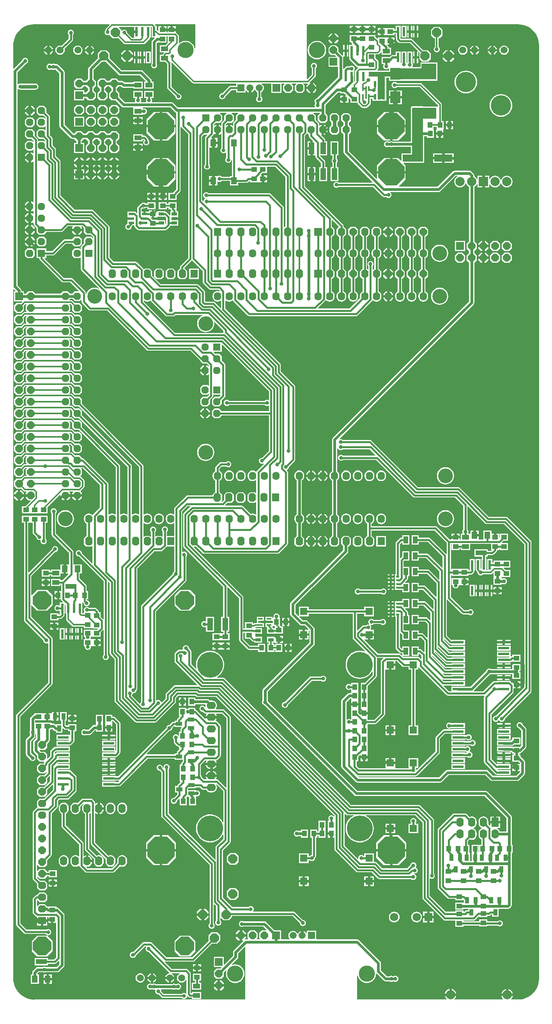
<source format=gtl>
G04*
G04 #@! TF.GenerationSoftware,Altium Limited,Altium Designer,18.1.7 (191)*
G04*
G04 Layer_Physical_Order=1*
G04 Layer_Color=255*
%FSLAX44Y44*%
%MOMM*%
G71*
G01*
G75*
%ADD79R,1.2700X1.0160*%
%ADD80R,1.0160X1.2700*%
%ADD81R,2.4000X0.6000*%
%ADD82R,0.6000X2.0000*%
%ADD83R,1.3000X1.5000*%
%ADD84R,2.4000X1.1000*%
%ADD85R,1.5240X1.0160*%
%ADD86R,3.2000X2.4000*%
%ADD87R,4.0000X1.5000*%
%ADD88R,0.6000X1.2000*%
%ADD89R,0.3500X1.0500*%
%ADD90R,1.2000X0.7000*%
%ADD91R,1.2000X0.6000*%
%ADD92R,1.4000X0.9000*%
%ADD93R,1.2700X2.7000*%
%ADD94R,1.0160X1.5240*%
%ADD95R,0.7000X0.4500*%
%ADD96R,0.9000X1.4000*%
%ADD97R,1.6000X1.6000*%
%ADD98R,1.6000X1.6000*%
%ADD99R,1.0500X0.3500*%
%ADD100R,1.0000X0.3500*%
%ADD101R,1.2000X2.5000*%
%ADD102R,2.3000X2.5000*%
%ADD103R,1.3000X1.6000*%
%ADD159C,0.6000*%
%ADD160C,0.5000*%
%ADD161C,0.4000*%
%ADD162C,0.8000*%
%ADD163C,0.3000*%
%ADD164C,0.3500*%
%ADD165C,1.0000*%
%ADD166R,2.4000X11.7649*%
%ADD167R,9.4250X2.4890*%
%ADD168R,1.5570X5.6500*%
%ADD169P,1.7318X8X112.5*%
%ADD170C,1.5000*%
%ADD171P,1.7870X8X22.5*%
%ADD172R,1.6510X1.6510*%
%ADD173C,2.0000*%
%ADD174R,2.0000X2.0000*%
%ADD175C,4.4000*%
%ADD176P,2.1648X8X22.5*%
%ADD177R,1.5000X1.5000*%
G04:AMPARAMS|DCode=178|XSize=1.6mm|YSize=1.651mm|CornerRadius=0mm|HoleSize=0mm|Usage=FLASHONLY|Rotation=0.000|XOffset=0mm|YOffset=0mm|HoleType=Round|Shape=Octagon|*
%AMOCTAGOND178*
4,1,8,-0.4000,0.8255,0.4000,0.8255,0.8000,0.4255,0.8000,-0.4255,0.4000,-0.8255,-0.4000,-0.8255,-0.8000,-0.4255,-0.8000,0.4255,-0.4000,0.8255,0.0*
%
%ADD178OCTAGOND178*%

%ADD179R,1.6510X1.6510*%
%ADD180P,1.7870X8X112.5*%
%ADD181C,3.5000*%
%ADD182C,3.1999*%
%ADD183O,1.6000X1.8000*%
G04:AMPARAMS|DCode=184|XSize=1.6mm|YSize=1.651mm|CornerRadius=0mm|HoleSize=0mm|Usage=FLASHONLY|Rotation=90.000|XOffset=0mm|YOffset=0mm|HoleType=Round|Shape=Octagon|*
%AMOCTAGOND184*
4,1,8,-0.8255,-0.4000,-0.8255,0.4000,-0.4255,0.8000,0.4255,0.8000,0.8255,0.4000,0.8255,-0.4000,0.4255,-0.8000,-0.4255,-0.8000,-0.8255,-0.4000,0.0*
%
%ADD184OCTAGOND184*%

%ADD185R,1.6510X1.6000*%
%ADD186P,4.3296X8X112.5*%
%ADD187R,1.6000X2.0000*%
%ADD188O,1.6000X2.0000*%
%ADD189O,1.6000X2.0000*%
%ADD190O,2.0000X1.6000*%
%ADD191C,5.6000*%
%ADD192C,1.8000*%
%ADD193R,1.8000X1.8000*%
%ADD194P,2.1648X8X112.5*%
G04:AMPARAMS|DCode=195|XSize=1.6mm|YSize=1.8mm|CornerRadius=0mm|HoleSize=0mm|Usage=FLASHONLY|Rotation=180.000|XOffset=0mm|YOffset=0mm|HoleType=Round|Shape=Octagon|*
%AMOCTAGOND195*
4,1,8,0.4000,-0.9000,-0.4000,-0.9000,-0.8000,-0.5000,-0.8000,0.5000,-0.4000,0.9000,0.4000,0.9000,0.8000,0.5000,0.8000,-0.5000,0.4000,-0.9000,0.0*
%
%ADD195OCTAGOND195*%

%ADD196R,1.6000X1.8000*%
%ADD197P,6.1697X8X292.5*%
%ADD198P,6.4944X8X292.5*%
%ADD199C,1.0000*%
%ADD200C,0.8000*%
G36*
X781025Y270767D02*
X786947Y269589D01*
X792665Y267648D01*
X798081Y264977D01*
X803102Y261623D01*
X807641Y257641D01*
X811623Y253102D01*
X814977Y248081D01*
X817648Y242665D01*
X819589Y236947D01*
X820767Y231025D01*
X821150Y225179D01*
X821114Y225000D01*
X821115Y-1797999D01*
X821115Y-1798000D01*
X821115D01*
X821080Y-1799255D01*
X820767Y-1804025D01*
X819589Y-1809948D01*
X817648Y-1815665D01*
X814977Y-1821081D01*
X811623Y-1826102D01*
X807641Y-1830641D01*
X803102Y-1834623D01*
X798081Y-1837977D01*
X792665Y-1840648D01*
X786947Y-1842589D01*
X781025Y-1843767D01*
X776255Y-1844080D01*
X775000Y-1844115D01*
X775000Y-1844115D01*
X773747Y-1844115D01*
X760671D01*
X760263Y-1842913D01*
X760744Y-1842544D01*
X762754Y-1839924D01*
X764017Y-1836874D01*
X764119Y-1836100D01*
X751800D01*
X739481D01*
X739583Y-1836874D01*
X740846Y-1839924D01*
X742856Y-1842544D01*
X743337Y-1842913D01*
X742929Y-1844115D01*
X637345D01*
X636937Y-1842913D01*
X637744Y-1842294D01*
X639754Y-1839674D01*
X641017Y-1836624D01*
X641119Y-1835850D01*
X628800D01*
X616481D01*
X616583Y-1836624D01*
X617846Y-1839674D01*
X619856Y-1842294D01*
X620663Y-1842913D01*
X620255Y-1844115D01*
X425885D01*
Y-1792144D01*
X427100Y-1791929D01*
X428246Y-1795706D01*
X430107Y-1799187D01*
X432611Y-1802239D01*
X435662Y-1804743D01*
X439144Y-1806604D01*
X442921Y-1807750D01*
X446850Y-1808137D01*
X450779Y-1807750D01*
X454556Y-1806604D01*
X458037Y-1804743D01*
X461089Y-1802239D01*
X463593Y-1799187D01*
X465454Y-1795706D01*
X466600Y-1791929D01*
X466987Y-1788000D01*
X466955Y-1787678D01*
X467100Y-1787564D01*
X468181Y-1787170D01*
X484006Y-1802994D01*
X484006Y-1802994D01*
X485838Y-1804219D01*
X488000Y-1804649D01*
X488000Y-1804648D01*
X496618D01*
X496702Y-1804713D01*
X498293Y-1805372D01*
X500000Y-1805596D01*
X501707Y-1805372D01*
X503298Y-1804713D01*
X503382Y-1804648D01*
X505618D01*
X505702Y-1804713D01*
X507293Y-1805372D01*
X509000Y-1805596D01*
X510707Y-1805372D01*
X512298Y-1804713D01*
X513664Y-1803664D01*
X514713Y-1802298D01*
X515372Y-1800707D01*
X515596Y-1799000D01*
X515372Y-1797293D01*
X514713Y-1795702D01*
X513664Y-1794336D01*
X512298Y-1793287D01*
X510707Y-1792628D01*
X509000Y-1792404D01*
X507293Y-1792628D01*
X505702Y-1793287D01*
X505618Y-1793351D01*
X503382D01*
X503298Y-1793287D01*
X501707Y-1792628D01*
X500000Y-1792404D01*
X498293Y-1792628D01*
X496702Y-1793287D01*
X496618Y-1793351D01*
X490340D01*
X477571Y-1780583D01*
Y-1765000D01*
X477571Y-1765000D01*
X477141Y-1762838D01*
X475917Y-1761006D01*
X475917Y-1761006D01*
X430107Y-1715196D01*
X428274Y-1713972D01*
X426113Y-1713542D01*
X426113Y-1713542D01*
X336715D01*
Y-1694960D01*
X316635D01*
Y-1698982D01*
X315507Y-1699834D01*
X315365Y-1699833D01*
X313836Y-1697839D01*
X311738Y-1696230D01*
X309296Y-1695218D01*
X309175Y-1695202D01*
Y-1705000D01*
X304175D01*
Y-1695202D01*
X304054Y-1695218D01*
X301612Y-1696230D01*
X299514Y-1697839D01*
X297905Y-1699937D01*
X297362Y-1701247D01*
X295988D01*
X295445Y-1699937D01*
X293836Y-1697839D01*
X291738Y-1696230D01*
X289296Y-1695218D01*
X286675Y-1694873D01*
X284054Y-1695218D01*
X281612Y-1696230D01*
X279514Y-1697839D01*
X277905Y-1699937D01*
X276893Y-1702379D01*
X276548Y-1705000D01*
X276893Y-1707621D01*
X277905Y-1710063D01*
X279514Y-1712161D01*
X279747Y-1712339D01*
X279338Y-1713542D01*
X260320D01*
Y-1694205D01*
X246718D01*
X228519Y-1676006D01*
X226687Y-1674781D01*
X224525Y-1674351D01*
X224525Y-1674352D01*
X178922D01*
X178838Y-1674287D01*
X177247Y-1673628D01*
X175540Y-1673404D01*
X173833Y-1673628D01*
X172242Y-1674287D01*
X170876Y-1675336D01*
X169827Y-1676702D01*
X169168Y-1678293D01*
X168944Y-1680000D01*
X169168Y-1681707D01*
X169827Y-1683298D01*
X170876Y-1684664D01*
X172242Y-1685713D01*
X173833Y-1686372D01*
X175540Y-1686596D01*
X177247Y-1686372D01*
X178838Y-1685713D01*
X178922Y-1685648D01*
X222185D01*
X229472Y-1692935D01*
X228946Y-1694205D01*
X218727D01*
X213330Y-1699603D01*
Y-1710397D01*
X215301Y-1712368D01*
X214815Y-1713542D01*
X208035D01*
X207549Y-1712368D01*
X209520Y-1710397D01*
Y-1699603D01*
X204123Y-1694205D01*
X193328D01*
X187930Y-1699603D01*
Y-1710397D01*
X189901Y-1712368D01*
X189415Y-1713542D01*
X184179D01*
X184179Y-1713542D01*
X182423Y-1713891D01*
X181797Y-1712720D01*
X184120Y-1710397D01*
Y-1707500D01*
X175825D01*
Y-1715795D01*
X177790D01*
X178316Y-1717065D01*
X158006Y-1737375D01*
X156781Y-1739208D01*
X156351Y-1741369D01*
X156351Y-1741369D01*
Y-1749200D01*
X137508Y-1768043D01*
X136335Y-1767557D01*
Y-1751805D01*
X114745D01*
Y-1773395D01*
X130497D01*
X130983Y-1774568D01*
X128347Y-1777205D01*
X120142D01*
X114745Y-1782603D01*
Y-1793398D01*
X120142Y-1798795D01*
X130938D01*
X136335Y-1793398D01*
Y-1785193D01*
X141210Y-1780318D01*
X142333Y-1780991D01*
X141399Y-1784072D01*
X141012Y-1788000D01*
X141399Y-1791929D01*
X142544Y-1795706D01*
X144405Y-1799187D01*
X146910Y-1802239D01*
X149961Y-1804743D01*
X153442Y-1806604D01*
X157220Y-1807750D01*
X161149Y-1808137D01*
X165077Y-1807750D01*
X168855Y-1806604D01*
X172336Y-1804743D01*
X175388Y-1802239D01*
X177892Y-1799187D01*
X179753Y-1795706D01*
X180899Y-1791929D01*
X181286Y-1788000D01*
X180899Y-1784072D01*
X179753Y-1780294D01*
X177892Y-1776812D01*
X175388Y-1773761D01*
X172336Y-1771257D01*
X168855Y-1769396D01*
X165077Y-1768250D01*
X161149Y-1767863D01*
X157220Y-1768250D01*
X154140Y-1769184D01*
X153467Y-1768061D01*
X165994Y-1755534D01*
X165994Y-1755534D01*
X167219Y-1753702D01*
X167649Y-1751540D01*
X167649Y-1751540D01*
Y-1743709D01*
X181942Y-1729415D01*
X183115Y-1729901D01*
Y-1844115D01*
X-275000Y-1844115D01*
X-275176Y-1844150D01*
X-281025Y-1843767D01*
X-286948Y-1842589D01*
X-292665Y-1840648D01*
X-298081Y-1837977D01*
X-303102Y-1834623D01*
X-307641Y-1830641D01*
X-311623Y-1826102D01*
X-314977Y-1821081D01*
X-317648Y-1815665D01*
X-319589Y-1809948D01*
X-320767Y-1804025D01*
X-321150Y-1798176D01*
X-321115Y-1798000D01*
X-321116Y-303531D01*
X-319943Y-303046D01*
X-316257Y-306732D01*
X-316743Y-307905D01*
X-319433D01*
Y-329495D01*
X-301518D01*
X-301031Y-330668D01*
X-303668Y-333305D01*
X-314035D01*
X-319433Y-338703D01*
Y-349497D01*
X-314035Y-354895D01*
X-303240D01*
X-297843Y-349497D01*
Y-339130D01*
X-294510Y-335797D01*
X-292787D01*
X-292301Y-336970D01*
X-294033Y-338703D01*
Y-349497D01*
X-291823Y-351707D01*
X-292309Y-352881D01*
X-296138D01*
X-297714Y-353194D01*
X-299051Y-354087D01*
X-303668Y-358705D01*
X-314035D01*
X-319433Y-364103D01*
Y-374897D01*
X-314035Y-380295D01*
X-303240D01*
X-297843Y-374897D01*
Y-364530D01*
X-294432Y-361119D01*
X-292709D01*
X-292223Y-362293D01*
X-294033Y-364103D01*
Y-374897D01*
X-292223Y-376707D01*
X-292709Y-377881D01*
X-295738D01*
X-297314Y-378194D01*
X-298650Y-379087D01*
X-303668Y-384105D01*
X-314035D01*
X-319433Y-389502D01*
Y-400298D01*
X-314035Y-405695D01*
X-303240D01*
X-297843Y-400298D01*
Y-389930D01*
X-294032Y-386119D01*
X-292309D01*
X-291823Y-387293D01*
X-294033Y-389502D01*
Y-400298D01*
X-291745Y-402585D01*
X-292231Y-403759D01*
X-296216D01*
X-297792Y-404072D01*
X-299128Y-404965D01*
X-303668Y-409505D01*
X-314035D01*
X-319433Y-414902D01*
Y-425698D01*
X-314035Y-431095D01*
X-303240D01*
X-297843Y-425698D01*
Y-415330D01*
X-294510Y-411997D01*
X-292787D01*
X-292301Y-413171D01*
X-294033Y-414902D01*
Y-425698D01*
X-291745Y-427985D01*
X-292231Y-429159D01*
X-296216D01*
X-297792Y-429472D01*
X-299128Y-430365D01*
X-303668Y-434905D01*
X-314035D01*
X-319433Y-440303D01*
Y-451097D01*
X-314035Y-456495D01*
X-303240D01*
X-297843Y-451097D01*
Y-440730D01*
X-294510Y-437397D01*
X-292787D01*
X-292301Y-438571D01*
X-294033Y-440303D01*
Y-451097D01*
X-291745Y-453386D01*
X-292231Y-454559D01*
X-296216D01*
X-297792Y-454872D01*
X-299128Y-455765D01*
X-303668Y-460305D01*
X-314035D01*
X-319433Y-465703D01*
Y-476497D01*
X-314035Y-481895D01*
X-303240D01*
X-297843Y-476497D01*
Y-466130D01*
X-294510Y-462797D01*
X-292787D01*
X-292301Y-463970D01*
X-294033Y-465703D01*
Y-476497D01*
X-291823Y-478708D01*
X-292309Y-479881D01*
X-296138D01*
X-297714Y-480194D01*
X-299051Y-481087D01*
X-303668Y-485705D01*
X-314035D01*
X-319433Y-491102D01*
Y-501898D01*
X-314035Y-507295D01*
X-303240D01*
X-297843Y-501898D01*
Y-491530D01*
X-294432Y-488119D01*
X-292709D01*
X-292223Y-489292D01*
X-294033Y-491102D01*
Y-501898D01*
X-292223Y-503708D01*
X-292709Y-504881D01*
X-295738D01*
X-297314Y-505194D01*
X-298650Y-506087D01*
X-303668Y-511105D01*
X-314035D01*
X-319433Y-516502D01*
Y-527298D01*
X-314035Y-532695D01*
X-303240D01*
X-297843Y-527298D01*
Y-516930D01*
X-294032Y-513119D01*
X-292309D01*
X-291823Y-514292D01*
X-294033Y-516502D01*
Y-527298D01*
X-292301Y-529030D01*
X-292787Y-530203D01*
X-295660D01*
X-297236Y-530516D01*
X-298573Y-531409D01*
X-303668Y-536505D01*
X-314035D01*
X-319433Y-541903D01*
Y-552697D01*
X-314035Y-558095D01*
X-303240D01*
X-297843Y-552697D01*
Y-542330D01*
X-293954Y-538441D01*
X-292231D01*
X-291745Y-539614D01*
X-294033Y-541903D01*
Y-552697D01*
X-292023Y-554707D01*
X-292509Y-555881D01*
X-295938D01*
X-297514Y-556194D01*
X-298850Y-557087D01*
X-303668Y-561905D01*
X-314035D01*
X-319433Y-567303D01*
Y-578097D01*
X-314035Y-583495D01*
X-303240D01*
X-297843Y-578097D01*
Y-567730D01*
X-294232Y-564119D01*
X-292509D01*
X-292023Y-565293D01*
X-294033Y-567303D01*
Y-578097D01*
X-291745Y-580386D01*
X-292231Y-581559D01*
X-296216D01*
X-297792Y-581872D01*
X-299128Y-582765D01*
X-303668Y-587305D01*
X-314035D01*
X-319433Y-592702D01*
Y-603498D01*
X-314035Y-608895D01*
X-303240D01*
X-297843Y-603498D01*
Y-593130D01*
X-294510Y-589797D01*
X-292787D01*
X-292301Y-590970D01*
X-294033Y-592702D01*
Y-603498D01*
X-291823Y-605708D01*
X-292309Y-606881D01*
X-296138D01*
X-297714Y-607194D01*
X-299051Y-608087D01*
X-303668Y-612705D01*
X-314035D01*
X-319433Y-618102D01*
Y-628898D01*
X-314035Y-634295D01*
X-303240D01*
X-297843Y-628898D01*
Y-618530D01*
X-294432Y-615119D01*
X-292709D01*
X-292223Y-616292D01*
X-294033Y-618102D01*
Y-628898D01*
X-292223Y-630708D01*
X-292709Y-631881D01*
X-295738D01*
X-297314Y-632194D01*
X-298650Y-633087D01*
X-303668Y-638105D01*
X-314035D01*
X-319433Y-643503D01*
Y-654297D01*
X-314035Y-659695D01*
X-303240D01*
X-297843Y-654297D01*
Y-643930D01*
X-294032Y-640119D01*
X-292309D01*
X-291823Y-641292D01*
X-294033Y-643503D01*
Y-654297D01*
X-292301Y-656030D01*
X-292787Y-657203D01*
X-295660D01*
X-297236Y-657516D01*
X-298573Y-658409D01*
X-303668Y-663505D01*
X-314035D01*
X-319433Y-668903D01*
Y-679697D01*
X-314035Y-685095D01*
X-303240D01*
X-297843Y-679697D01*
Y-669330D01*
X-293954Y-665441D01*
X-292231D01*
X-291745Y-666615D01*
X-294033Y-668903D01*
Y-679697D01*
X-292023Y-681708D01*
X-292509Y-682881D01*
X-295938D01*
X-297514Y-683194D01*
X-298850Y-684087D01*
X-303668Y-688905D01*
X-314035D01*
X-319433Y-694303D01*
Y-705098D01*
X-314035Y-710495D01*
X-303240D01*
X-297843Y-705098D01*
Y-694730D01*
X-294232Y-691119D01*
X-292509D01*
X-292023Y-692292D01*
X-294033Y-694303D01*
Y-705098D01*
X-291618Y-707513D01*
X-292104Y-708686D01*
X-296343D01*
X-297919Y-708999D01*
X-299256Y-709892D01*
X-303668Y-714305D01*
X-314035D01*
X-319433Y-719703D01*
Y-730498D01*
X-314035Y-735895D01*
X-303668D01*
X-298650Y-740913D01*
X-297314Y-741806D01*
X-295738Y-742119D01*
X-292709D01*
X-292223Y-743292D01*
X-294033Y-745102D01*
Y-748000D01*
X-283238D01*
Y-753000D01*
X-294033D01*
Y-755898D01*
X-288635Y-761295D01*
X-283422D01*
X-282936Y-762468D01*
X-294687Y-774220D01*
X-301890D01*
Y-789460D01*
X-284160D01*
X-284110Y-789460D01*
Y-789460D01*
X-282890D01*
Y-789460D01*
X-265110D01*
Y-789460D01*
X-263890D01*
Y-789460D01*
X-246110D01*
Y-775935D01*
X-219463Y-749289D01*
X-218290Y-749775D01*
Y-755770D01*
X-213020Y-761040D01*
X-210250D01*
Y-750500D01*
X-207750D01*
Y-748000D01*
X-197210D01*
Y-745230D01*
X-199148Y-743292D01*
X-198661Y-742119D01*
X-191439D01*
X-190952Y-743292D01*
X-192890Y-745230D01*
Y-748000D01*
X-182350D01*
X-171810D01*
Y-745230D01*
X-174602Y-742438D01*
X-174478Y-741174D01*
X-174087Y-740913D01*
X-167397Y-734223D01*
X-166504Y-732886D01*
X-166191Y-731310D01*
Y-719427D01*
X-166504Y-717850D01*
X-167397Y-716514D01*
X-173764Y-710147D01*
X-174620Y-709576D01*
X-174932Y-708092D01*
X-171810Y-704970D01*
Y-694430D01*
X-173598Y-692642D01*
X-173112Y-691469D01*
X-169326D01*
X-132629Y-728166D01*
Y-777098D01*
X-147363Y-791833D01*
X-147921Y-792667D01*
X-149425Y-792782D01*
X-149451Y-792769D01*
X-151635Y-791093D01*
X-154199Y-790031D01*
X-156950Y-789669D01*
X-159701Y-790031D01*
X-162265Y-791093D01*
X-164467Y-792783D01*
X-166157Y-794985D01*
X-167219Y-797549D01*
X-167581Y-800300D01*
Y-802300D01*
X-167219Y-805051D01*
X-166157Y-807616D01*
X-164467Y-809817D01*
X-162265Y-811507D01*
X-161579Y-811791D01*
Y-838460D01*
X-162220D01*
X-167490Y-843730D01*
Y-856270D01*
X-162220Y-861540D01*
X-151680D01*
X-150052Y-859912D01*
X-148879Y-860398D01*
Y-897455D01*
X-150052Y-897941D01*
X-171949Y-876044D01*
X-171944Y-876000D01*
X-172168Y-874293D01*
X-172827Y-872702D01*
X-173876Y-871336D01*
X-175242Y-870287D01*
X-176833Y-869628D01*
X-178540Y-869404D01*
X-180247Y-869628D01*
X-181838Y-870287D01*
X-183204Y-871336D01*
X-184253Y-872702D01*
X-184912Y-874293D01*
X-185136Y-876000D01*
X-184912Y-877707D01*
X-184253Y-879298D01*
X-183204Y-880664D01*
X-181838Y-881713D01*
X-180247Y-882372D01*
X-178540Y-882596D01*
X-178496Y-882591D01*
X-124654Y-936433D01*
Y-1018782D01*
X-125556Y-1019174D01*
X-125924Y-1019210D01*
X-131110Y-1014024D01*
Y-1004060D01*
X-135371D01*
Y-1003000D01*
X-135723Y-1001229D01*
X-136727Y-999727D01*
X-136727Y-999727D01*
X-140727Y-995727D01*
X-142229Y-994723D01*
X-144000Y-994371D01*
X-144000Y-994371D01*
X-156308D01*
X-156336Y-994336D01*
X-157702Y-993287D01*
X-159293Y-992628D01*
X-161000Y-992404D01*
X-162707Y-992628D01*
X-164298Y-993287D01*
X-165664Y-994336D01*
X-166713Y-995702D01*
X-167372Y-997293D01*
X-167596Y-999000D01*
X-167372Y-1000707D01*
X-166857Y-1001950D01*
X-167450Y-1003220D01*
X-167890D01*
Y-1006721D01*
X-170682D01*
Y-983481D01*
X-169412Y-983096D01*
X-169335Y-983211D01*
X-168091Y-984456D01*
X-168096Y-984500D01*
X-167872Y-986207D01*
X-167213Y-987798D01*
X-166164Y-989164D01*
X-164798Y-990213D01*
X-163207Y-990872D01*
X-161500Y-991096D01*
X-159793Y-990872D01*
X-158202Y-990213D01*
X-156836Y-989164D01*
X-155787Y-987798D01*
X-155128Y-986207D01*
X-154904Y-984500D01*
X-155128Y-982793D01*
X-155787Y-981202D01*
X-156836Y-979836D01*
X-158202Y-978787D01*
X-159793Y-978128D01*
X-161433Y-977912D01*
Y-975890D01*
X-158442D01*
Y-958110D01*
X-161433D01*
Y-947938D01*
X-161433Y-947938D01*
X-161785Y-946167D01*
X-162789Y-944665D01*
X-162789Y-944665D01*
X-176673Y-930781D01*
Y-920260D01*
X-172262D01*
Y-900180D01*
X-190342Y-900180D01*
X-190371Y-898922D01*
Y-873337D01*
X-190371Y-873337D01*
X-190723Y-871565D01*
X-191727Y-870064D01*
X-191727Y-870064D01*
X-228371Y-833420D01*
Y-789690D01*
X-228335Y-789663D01*
X-227287Y-788297D01*
X-226628Y-786706D01*
X-226403Y-784998D01*
X-226628Y-783291D01*
X-227287Y-781700D01*
X-228335Y-780334D01*
X-229701Y-779286D01*
X-231292Y-778627D01*
X-232999Y-778402D01*
X-234707Y-778627D01*
X-236298Y-779286D01*
X-237664Y-780334D01*
X-238712Y-781700D01*
X-239371Y-783291D01*
X-239596Y-784998D01*
X-239371Y-786706D01*
X-238712Y-788297D01*
X-237664Y-789663D01*
X-237628Y-789690D01*
Y-835337D01*
X-237628Y-835337D01*
X-237276Y-837109D01*
X-236273Y-838611D01*
X-199629Y-875254D01*
Y-899147D01*
X-200202Y-900180D01*
X-200899Y-900180D01*
X-206742D01*
Y-910220D01*
Y-920260D01*
X-201902D01*
X-201376Y-921530D01*
X-214377Y-934531D01*
X-218840D01*
Y-931540D01*
X-239160D01*
Y-946780D01*
X-218840D01*
Y-943789D01*
X-217089D01*
Y-958110D01*
X-220660D01*
Y-967000D01*
Y-975890D01*
X-217019D01*
X-216736Y-977312D01*
X-215733Y-978814D01*
X-213200Y-981347D01*
X-213686Y-982520D01*
X-219862D01*
Y-989098D01*
X-221132Y-989725D01*
X-221702Y-989287D01*
X-223293Y-988628D01*
X-225000Y-988404D01*
X-226707Y-988628D01*
X-228298Y-989287D01*
X-229664Y-990336D01*
X-230713Y-991702D01*
X-231372Y-993293D01*
X-231596Y-995000D01*
X-231372Y-996707D01*
X-230713Y-998298D01*
X-229664Y-999664D01*
X-228298Y-1000713D01*
X-226707Y-1001372D01*
X-225000Y-1001596D01*
X-223293Y-1001372D01*
X-221702Y-1000713D01*
X-221132Y-1000275D01*
X-219862Y-1000902D01*
Y-1007600D01*
X-219862Y-1007600D01*
X-219862D01*
X-220272Y-1008725D01*
X-220757Y-1009211D01*
X-223110D01*
Y-1006220D01*
X-240890D01*
Y-1021460D01*
X-223110D01*
Y-1018469D01*
X-218840D01*
X-218840Y-1018469D01*
X-217069Y-1018117D01*
X-215567Y-1017113D01*
X-211049Y-1012595D01*
X-211049Y-1012595D01*
X-210045Y-1011093D01*
X-209693Y-1009322D01*
X-209693Y-1009322D01*
Y-1007600D01*
X-208782D01*
Y-988530D01*
X-207512Y-987877D01*
X-207162Y-988127D01*
Y-1007600D01*
X-205741D01*
Y-1019378D01*
X-205428Y-1020954D01*
X-204535Y-1022291D01*
X-192753Y-1034073D01*
X-191416Y-1034966D01*
X-189840Y-1035279D01*
X-167890D01*
Y-1038780D01*
X-150110D01*
Y-1038780D01*
X-148890Y-1038901D01*
Y-1039620D01*
X-137975D01*
X-137489Y-1040793D01*
X-138916Y-1042220D01*
X-148840D01*
X-148890Y-1042220D01*
X-150110D01*
X-150160Y-1042220D01*
X-167890D01*
Y-1057460D01*
X-166068D01*
X-165596Y-1057998D01*
X-165371Y-1059705D01*
X-164712Y-1061296D01*
X-164632Y-1061401D01*
X-165194Y-1062540D01*
X-167890D01*
Y-1077780D01*
X-166399D01*
X-165562Y-1078735D01*
X-165596Y-1079000D01*
X-165372Y-1080707D01*
X-164713Y-1082298D01*
X-163664Y-1083664D01*
X-162298Y-1084713D01*
X-160707Y-1085372D01*
X-159000Y-1085596D01*
X-157293Y-1085372D01*
X-155702Y-1084713D01*
X-154336Y-1083664D01*
X-153287Y-1082298D01*
X-152628Y-1080707D01*
X-152404Y-1079000D01*
X-152438Y-1078735D01*
X-151601Y-1077780D01*
X-150160D01*
X-150110Y-1077780D01*
X-148890D01*
X-148840Y-1077780D01*
X-142500D01*
Y-1070160D01*
Y-1062540D01*
X-148840D01*
X-148890Y-1062540D01*
X-150110D01*
X-150160Y-1062540D01*
X-152806D01*
X-153367Y-1061401D01*
X-153287Y-1061296D01*
X-152628Y-1059705D01*
X-152403Y-1057998D01*
X-151931Y-1057460D01*
X-150160D01*
X-150110Y-1057460D01*
X-148890D01*
X-148840Y-1057460D01*
X-131110D01*
Y-1047507D01*
X-125924Y-1042320D01*
X-125556Y-1042356D01*
X-124654Y-1042749D01*
Y-1096284D01*
X-124689Y-1096311D01*
X-125737Y-1097677D01*
X-126396Y-1099268D01*
X-126621Y-1100975D01*
X-126396Y-1102683D01*
X-125737Y-1104274D01*
X-124689Y-1105640D01*
X-123323Y-1106688D01*
X-121732Y-1107347D01*
X-120025Y-1107572D01*
X-118317Y-1107347D01*
X-116727Y-1106688D01*
X-115360Y-1105640D01*
X-114312Y-1104274D01*
X-113653Y-1102683D01*
X-113428Y-1100975D01*
X-113653Y-1099268D01*
X-114312Y-1097677D01*
X-115360Y-1096311D01*
X-115396Y-1096284D01*
Y-938101D01*
X-114222Y-937615D01*
X-111574Y-940264D01*
Y-1092729D01*
X-111574Y-1092729D01*
X-111221Y-1094500D01*
X-110218Y-1096002D01*
X-100789Y-1105431D01*
Y-1195913D01*
X-100789Y-1195913D01*
X-100437Y-1197684D01*
X-99433Y-1199186D01*
X-56646Y-1241973D01*
X-56646Y-1241973D01*
X-55145Y-1242977D01*
X-53373Y-1243329D01*
X-53373Y-1243329D01*
X-13127D01*
X-13127Y-1243329D01*
X-11356Y-1242977D01*
X-9854Y-1241973D01*
X30818Y-1201302D01*
X31821Y-1199800D01*
X32173Y-1198028D01*
X32173Y-1198028D01*
Y-1190209D01*
X37753Y-1184629D01*
X74419D01*
X76204Y-1186413D01*
X76204Y-1186413D01*
X77705Y-1187417D01*
X79477Y-1187769D01*
X79477Y-1187769D01*
X119083D01*
X376371Y-1445057D01*
Y-1446474D01*
X375101Y-1446905D01*
X374664Y-1446336D01*
X373298Y-1445287D01*
X371707Y-1444628D01*
X370000Y-1444404D01*
X368293Y-1444628D01*
X366702Y-1445287D01*
X365336Y-1446336D01*
X364287Y-1447702D01*
X363628Y-1449293D01*
X363404Y-1451000D01*
X363628Y-1452707D01*
X364287Y-1454298D01*
X364703Y-1454840D01*
X364280Y-1456110D01*
X361931D01*
Y-1473890D01*
X361959D01*
X362080Y-1475110D01*
X362080D01*
Y-1481500D01*
X369700D01*
Y-1484000D01*
X372200D01*
Y-1492890D01*
X376371D01*
Y-1517458D01*
X376371Y-1517458D01*
X376723Y-1519229D01*
X377727Y-1520731D01*
X423389Y-1566393D01*
X424891Y-1567396D01*
X426662Y-1567749D01*
X426662Y-1567749D01*
X457490D01*
X471014Y-1581273D01*
X471014Y-1581273D01*
X472516Y-1582277D01*
X474287Y-1582629D01*
X474287Y-1582629D01*
X543308D01*
X543336Y-1582664D01*
X544702Y-1583713D01*
X546293Y-1584372D01*
X548000Y-1584596D01*
X549707Y-1584372D01*
X551298Y-1583713D01*
X552664Y-1582664D01*
X553713Y-1581298D01*
X554372Y-1579707D01*
X554596Y-1578000D01*
X554372Y-1576293D01*
X553713Y-1574702D01*
X552664Y-1573336D01*
X551298Y-1572287D01*
X549986Y-1571744D01*
X550318Y-1570507D01*
X551000Y-1570596D01*
X552707Y-1570372D01*
X554298Y-1569713D01*
X555664Y-1568664D01*
X556713Y-1567298D01*
X557372Y-1565707D01*
X557596Y-1564000D01*
X557372Y-1562293D01*
X556713Y-1560702D01*
X555664Y-1559336D01*
X554298Y-1558287D01*
X553910Y-1558127D01*
X553496Y-1556580D01*
X553713Y-1556298D01*
X554372Y-1554707D01*
X554596Y-1553000D01*
X554372Y-1551293D01*
X553713Y-1549702D01*
X552664Y-1548336D01*
X551298Y-1547287D01*
X549707Y-1546628D01*
X548000Y-1546404D01*
X546293Y-1546628D01*
X544702Y-1547287D01*
X543335Y-1548336D01*
X542287Y-1549702D01*
X541628Y-1551293D01*
X541548Y-1551906D01*
X534158Y-1559296D01*
X480627D01*
X468098Y-1546767D01*
X466596Y-1545763D01*
X464825Y-1545411D01*
X464825Y-1545411D01*
X462540D01*
Y-1526960D01*
X441460D01*
Y-1532871D01*
X440075D01*
X439664Y-1532336D01*
X438298Y-1531287D01*
X436707Y-1530628D01*
X435000Y-1530404D01*
X433293Y-1530628D01*
X431702Y-1531287D01*
X430336Y-1532336D01*
X429287Y-1533702D01*
X428628Y-1535293D01*
X428404Y-1537000D01*
X428558Y-1538176D01*
X427355Y-1538769D01*
X398709Y-1510123D01*
Y-1441308D01*
X399882Y-1440822D01*
X401874Y-1442813D01*
X401874Y-1442813D01*
X403375Y-1443817D01*
X405147Y-1444169D01*
X405147Y-1444169D01*
X417803D01*
X418051Y-1445415D01*
X417592Y-1445605D01*
X413494Y-1448116D01*
X409838Y-1451238D01*
X406716Y-1454893D01*
X404205Y-1458992D01*
X402365Y-1463433D01*
X401243Y-1468108D01*
X400866Y-1472900D01*
X401243Y-1477692D01*
X402365Y-1482367D01*
X404205Y-1486808D01*
X406716Y-1490907D01*
X409838Y-1494562D01*
X413494Y-1497684D01*
X417592Y-1500195D01*
X422034Y-1502035D01*
X426708Y-1503157D01*
X431500Y-1503534D01*
X436292Y-1503157D01*
X440967Y-1502035D01*
X445408Y-1500195D01*
X449506Y-1497684D01*
X453162Y-1494562D01*
X456284Y-1490907D01*
X458796Y-1486808D01*
X460635Y-1482367D01*
X461757Y-1477692D01*
X462135Y-1472900D01*
X461757Y-1468108D01*
X460635Y-1463433D01*
X458796Y-1458992D01*
X456284Y-1454893D01*
X453162Y-1451238D01*
X449506Y-1448116D01*
X445408Y-1445605D01*
X444949Y-1445415D01*
X445197Y-1444169D01*
X552125D01*
X567831Y-1459875D01*
Y-1623709D01*
X567831Y-1623709D01*
X568183Y-1625480D01*
X569187Y-1626982D01*
X613478Y-1671273D01*
X613478Y-1671273D01*
X614980Y-1672277D01*
X616751Y-1672629D01*
X616751Y-1672629D01*
X639110D01*
Y-1685940D01*
X656890D01*
Y-1683629D01*
X691210D01*
Y-1685780D01*
X708990D01*
Y-1683629D01*
X731308D01*
X731336Y-1683664D01*
X732702Y-1684713D01*
X734293Y-1685372D01*
X736000Y-1685596D01*
X737707Y-1685372D01*
X739298Y-1684713D01*
X740664Y-1683664D01*
X741713Y-1682298D01*
X742372Y-1680707D01*
X742596Y-1679000D01*
X742372Y-1677293D01*
X741713Y-1675702D01*
X740664Y-1674336D01*
X739298Y-1673287D01*
X737707Y-1672628D01*
X736000Y-1672404D01*
X734293Y-1672628D01*
X732702Y-1673287D01*
X731336Y-1674336D01*
X731308Y-1674371D01*
X708990D01*
Y-1670540D01*
X691210D01*
Y-1674371D01*
X656890D01*
Y-1672629D01*
X679206D01*
X679207Y-1672629D01*
X680978Y-1672277D01*
X682480Y-1671273D01*
X690037Y-1663716D01*
X691210Y-1664202D01*
Y-1665460D01*
X708990D01*
Y-1662469D01*
X712000D01*
X712000Y-1662469D01*
X713771Y-1662117D01*
X715273Y-1661113D01*
X717217Y-1659169D01*
X718960D01*
Y-1664080D01*
X733040D01*
Y-1647958D01*
X734000Y-1647189D01*
X734000Y-1647189D01*
X753460D01*
X753460Y-1647189D01*
X755622Y-1646759D01*
X757454Y-1645534D01*
X760154Y-1642834D01*
X760154Y-1642834D01*
X761379Y-1641002D01*
X761809Y-1638840D01*
X761808Y-1638840D01*
Y-1547840D01*
X761809Y-1547840D01*
X761808Y-1547840D01*
Y-1536000D01*
Y-1525890D01*
X763780D01*
Y-1508110D01*
X761808D01*
Y-1485000D01*
Y-1448160D01*
X761809Y-1448160D01*
X761379Y-1445998D01*
X760154Y-1444166D01*
X760154Y-1444166D01*
X708994Y-1393006D01*
X707162Y-1391781D01*
X705000Y-1391351D01*
X705000Y-1391351D01*
X426340D01*
X232385Y-1197397D01*
X232372Y-1197293D01*
X231713Y-1195702D01*
X231649Y-1195618D01*
Y-1176340D01*
X331994Y-1075994D01*
X331994Y-1075994D01*
X333219Y-1074162D01*
X333648Y-1072000D01*
Y-1040500D01*
X333649Y-1040500D01*
X333219Y-1038338D01*
X331994Y-1036506D01*
X331994Y-1036506D01*
X318494Y-1023006D01*
X316662Y-1021781D01*
X314500Y-1021351D01*
X314500Y-1021351D01*
X307340D01*
X300298Y-1014310D01*
X300824Y-1013040D01*
X320540D01*
Y-1007129D01*
X416291D01*
Y-1059246D01*
X416291Y-1059246D01*
X416643Y-1061018D01*
X417647Y-1062520D01*
X443614Y-1088487D01*
X442895Y-1089564D01*
X440967Y-1088765D01*
X436292Y-1087643D01*
X431500Y-1087266D01*
X426708Y-1087643D01*
X422034Y-1088765D01*
X417592Y-1090604D01*
X413494Y-1093116D01*
X409838Y-1096238D01*
X406716Y-1099893D01*
X404205Y-1103992D01*
X402365Y-1108433D01*
X401243Y-1113108D01*
X400866Y-1117900D01*
X401243Y-1122692D01*
X402365Y-1127367D01*
X404205Y-1131808D01*
X406716Y-1135907D01*
X409838Y-1139562D01*
X413494Y-1142684D01*
X417592Y-1145195D01*
X422034Y-1147035D01*
X426708Y-1148157D01*
X431500Y-1148534D01*
X436292Y-1148157D01*
X440967Y-1147035D01*
X445408Y-1145195D01*
X449506Y-1142684D01*
X453162Y-1139562D01*
X456284Y-1135907D01*
X458141Y-1132876D01*
X459411Y-1133234D01*
Y-1140043D01*
X442344Y-1157110D01*
X433540D01*
Y-1174890D01*
X433540D01*
Y-1176110D01*
X433540D01*
Y-1193890D01*
X433540D01*
X433540Y-1195110D01*
X433540D01*
Y-1212890D01*
X433540D01*
Y-1214110D01*
X433540D01*
Y-1220500D01*
X441160D01*
X448780D01*
Y-1214110D01*
X448780D01*
Y-1212890D01*
X448780D01*
Y-1195110D01*
X448780D01*
X448780Y-1193890D01*
X448780D01*
Y-1176110D01*
X448780D01*
Y-1174890D01*
X448780D01*
Y-1163766D01*
X467313Y-1145233D01*
X468317Y-1143731D01*
X468669Y-1141960D01*
X468669Y-1141960D01*
Y-1103675D01*
X469383Y-1103089D01*
X482185D01*
X482671Y-1104262D01*
X478727Y-1108206D01*
X477723Y-1109708D01*
X477371Y-1111479D01*
X477371Y-1111480D01*
Y-1223133D01*
X463133Y-1237371D01*
X448780D01*
Y-1233160D01*
X448780Y-1233110D01*
X448780D01*
Y-1231890D01*
X448780D01*
Y-1225500D01*
X441160D01*
X433540D01*
Y-1226174D01*
X432367Y-1226660D01*
X428460Y-1222754D01*
Y-1214160D01*
X428460Y-1214110D01*
Y-1212890D01*
X428460Y-1212840D01*
Y-1206500D01*
X413220D01*
Y-1212840D01*
X413220Y-1212890D01*
Y-1214110D01*
X413220Y-1214160D01*
Y-1231840D01*
X413220Y-1231890D01*
X413220D01*
Y-1233110D01*
X413220D01*
Y-1236161D01*
X411950Y-1236787D01*
X411298Y-1236287D01*
X409707Y-1235628D01*
X408000Y-1235404D01*
X406293Y-1235628D01*
X404702Y-1236287D01*
X403918Y-1236888D01*
X402649Y-1236262D01*
Y-1199340D01*
X411340Y-1190648D01*
X413220D01*
Y-1193840D01*
X413220Y-1193890D01*
X413220Y-1195110D01*
X413220Y-1195160D01*
Y-1201500D01*
X428460D01*
Y-1195160D01*
X428460Y-1195110D01*
X428460Y-1193890D01*
X428460Y-1193840D01*
Y-1176160D01*
X428460Y-1176110D01*
Y-1174890D01*
X428460Y-1174840D01*
Y-1157110D01*
X413220D01*
Y-1160161D01*
X411950Y-1160787D01*
X411298Y-1160287D01*
X409707Y-1159628D01*
X408000Y-1159404D01*
X406293Y-1159628D01*
X404702Y-1160287D01*
X403336Y-1161336D01*
X402287Y-1162702D01*
X401628Y-1164293D01*
X401404Y-1166000D01*
X401628Y-1167707D01*
X402287Y-1169298D01*
X403336Y-1170664D01*
X404702Y-1171713D01*
X406293Y-1172372D01*
X408000Y-1172596D01*
X409707Y-1172372D01*
X411298Y-1171713D01*
X411950Y-1171213D01*
X413220Y-1171839D01*
Y-1174840D01*
X413220Y-1174890D01*
Y-1176110D01*
X413220Y-1176160D01*
Y-1179352D01*
X409000D01*
X409000Y-1179351D01*
X406838Y-1179781D01*
X405006Y-1181006D01*
X405006Y-1181006D01*
X393006Y-1193006D01*
X391781Y-1194838D01*
X391351Y-1197000D01*
X391352Y-1197000D01*
Y-1262000D01*
Y-1338000D01*
X391351Y-1338000D01*
X391781Y-1340162D01*
X393006Y-1341994D01*
X423006Y-1371994D01*
X423006Y-1371994D01*
X424838Y-1373219D01*
X427000Y-1373649D01*
X427000Y-1373649D01*
X606000D01*
X606000Y-1373649D01*
X608162Y-1373219D01*
X609994Y-1371994D01*
X624940Y-1357048D01*
X704060D01*
X715106Y-1368094D01*
X715106Y-1368094D01*
X716938Y-1369319D01*
X719100Y-1369749D01*
X719100Y-1369749D01*
X773900D01*
X773900Y-1369749D01*
X776062Y-1369319D01*
X777894Y-1368094D01*
X788994Y-1356994D01*
X788994Y-1356994D01*
X790219Y-1355162D01*
X790649Y-1353000D01*
X790648Y-1353000D01*
Y-1329000D01*
X790219Y-1326838D01*
X788994Y-1325006D01*
X788994Y-1325006D01*
X780890Y-1316902D01*
Y-1313120D01*
X777648D01*
Y-1311030D01*
X780890D01*
Y-1308800D01*
X781752Y-1308629D01*
X783584Y-1307404D01*
X791994Y-1298994D01*
X791994Y-1298994D01*
X793219Y-1297162D01*
X793649Y-1295000D01*
X793649Y-1295000D01*
Y-1258000D01*
X793649Y-1258000D01*
X793219Y-1255838D01*
X791994Y-1254006D01*
X791994Y-1254006D01*
X785385Y-1247397D01*
X785372Y-1247293D01*
X784713Y-1245702D01*
X783664Y-1244336D01*
X782298Y-1243287D01*
X780707Y-1242628D01*
X779000Y-1242404D01*
X777293Y-1242628D01*
X775702Y-1243287D01*
X774336Y-1244336D01*
X773287Y-1245702D01*
X772628Y-1247293D01*
X772404Y-1249000D01*
X772628Y-1250707D01*
X773287Y-1252298D01*
X774336Y-1253664D01*
X775702Y-1254713D01*
X777293Y-1255372D01*
X777397Y-1255385D01*
X782352Y-1260340D01*
Y-1292660D01*
X779222Y-1295790D01*
X764373D01*
X763762Y-1295381D01*
X761600Y-1294951D01*
X761600Y-1294951D01*
X744530D01*
X743984Y-1295060D01*
X729990D01*
Y-1306140D01*
X743984D01*
X744530Y-1306248D01*
X758602D01*
X758712Y-1306490D01*
X757897Y-1307760D01*
X747030D01*
Y-1310800D01*
X759070D01*
Y-1309026D01*
X759070Y-1308697D01*
X759159Y-1307778D01*
X759262Y-1307689D01*
X760126Y-1307474D01*
X760416Y-1307404D01*
X760760Y-1307634D01*
X762248Y-1308629D01*
X763110Y-1308800D01*
Y-1311030D01*
X766351D01*
Y-1313120D01*
X763110D01*
Y-1328360D01*
X776372D01*
X779352Y-1331340D01*
Y-1333440D01*
X774500D01*
Y-1341060D01*
Y-1348680D01*
X779352D01*
Y-1350660D01*
X771560Y-1358452D01*
X721440D01*
X710394Y-1347406D01*
X708562Y-1346181D01*
X706400Y-1345751D01*
X706400Y-1345751D01*
X622600D01*
X622600Y-1345751D01*
X620438Y-1346181D01*
X618606Y-1347406D01*
X618606Y-1347406D01*
X603660Y-1362352D01*
X429340D01*
X428427Y-1361439D01*
X428953Y-1360169D01*
X552924D01*
X552924Y-1360169D01*
X554695Y-1359817D01*
X556197Y-1358813D01*
X604273Y-1310737D01*
X604273Y-1310737D01*
X605277Y-1309236D01*
X605629Y-1307464D01*
X605629Y-1307464D01*
Y-1278477D01*
X616977Y-1267129D01*
X630930D01*
Y-1268040D01*
X660010D01*
Y-1256960D01*
X630930D01*
Y-1257871D01*
X615060D01*
X613289Y-1258223D01*
X611787Y-1259227D01*
X611787Y-1259227D01*
X597727Y-1273287D01*
X596723Y-1274789D01*
X596371Y-1276560D01*
X596371Y-1276560D01*
Y-1305547D01*
X555766Y-1346152D01*
X554425Y-1345697D01*
X554372Y-1345293D01*
X553713Y-1343702D01*
X553648Y-1343618D01*
Y-1341440D01*
X558540D01*
Y-1320360D01*
X537460D01*
Y-1341440D01*
X536643Y-1342371D01*
X509358D01*
X508540Y-1341440D01*
X508540Y-1341101D01*
Y-1333400D01*
X498001D01*
X487461D01*
Y-1341101D01*
X487461Y-1341440D01*
X486643Y-1342371D01*
X429817D01*
X424629Y-1337183D01*
Y-1326890D01*
X428460D01*
Y-1316926D01*
X432367Y-1313020D01*
X433540Y-1313506D01*
Y-1315500D01*
X441160D01*
X448780D01*
Y-1309110D01*
X448780D01*
Y-1307890D01*
X448780D01*
X448780Y-1307840D01*
Y-1290110D01*
X448780D01*
Y-1288890D01*
X448780D01*
Y-1271160D01*
X448780Y-1271110D01*
X448780D01*
Y-1269890D01*
X448780D01*
Y-1252110D01*
X448780D01*
Y-1250890D01*
X448780D01*
Y-1246629D01*
X465050D01*
X465050Y-1246629D01*
X466821Y-1246277D01*
X468323Y-1245273D01*
X485273Y-1228323D01*
X485273Y-1228323D01*
X486277Y-1226821D01*
X486629Y-1225050D01*
Y-1129366D01*
X487460Y-1128440D01*
X495500D01*
Y-1117900D01*
X498000D01*
Y-1115400D01*
X508540D01*
Y-1109629D01*
X512243D01*
X523787Y-1121173D01*
X523787Y-1121173D01*
X525289Y-1122177D01*
X527060Y-1122529D01*
X537460D01*
Y-1128440D01*
X543371D01*
Y-1249360D01*
X537460D01*
Y-1270440D01*
X558540D01*
Y-1249360D01*
X552629D01*
Y-1128440D01*
X558540D01*
Y-1123445D01*
X559810Y-1123060D01*
X560407Y-1123953D01*
X619727Y-1183273D01*
X619727Y-1183273D01*
X621229Y-1184277D01*
X623000Y-1184629D01*
X623000Y-1184629D01*
X701787D01*
X701845Y-1184678D01*
X702202Y-1185164D01*
X702455Y-1185833D01*
X701723Y-1186929D01*
X701371Y-1188700D01*
X701371Y-1188700D01*
Y-1328400D01*
X701371Y-1328400D01*
X701723Y-1330171D01*
X702727Y-1331673D01*
X725727Y-1354673D01*
X727229Y-1355677D01*
X729000Y-1356029D01*
X729990Y-1356779D01*
Y-1356940D01*
X759070D01*
Y-1345860D01*
X730566D01*
X730372Y-1345510D01*
X731120Y-1344240D01*
X759070D01*
Y-1333160D01*
X729990D01*
Y-1333160D01*
X728720Y-1333174D01*
X717889Y-1322343D01*
Y-1225408D01*
X764343Y-1178954D01*
X764343Y-1178954D01*
X765347Y-1177452D01*
X765699Y-1175680D01*
X765699Y-1175680D01*
Y-1168780D01*
X769500D01*
Y-1161160D01*
Y-1153540D01*
X763110D01*
Y-1156874D01*
X761937Y-1157360D01*
X759403Y-1154827D01*
X759070Y-1154604D01*
Y-1152560D01*
X729990D01*
Y-1153471D01*
X723900D01*
X723900Y-1153471D01*
X722129Y-1153823D01*
X720627Y-1154827D01*
X700083Y-1175371D01*
X679701D01*
X679175Y-1174101D01*
X714190Y-1139085D01*
X714295Y-1139072D01*
X715886Y-1138413D01*
X715969Y-1138348D01*
X763110D01*
Y-1148460D01*
X780890D01*
Y-1133220D01*
X777648D01*
Y-1131780D01*
X780890D01*
Y-1116540D01*
X763110D01*
Y-1127051D01*
X715969D01*
X715886Y-1126987D01*
X714295Y-1126328D01*
X712587Y-1126104D01*
X710880Y-1126328D01*
X709289Y-1126987D01*
X707923Y-1128036D01*
X706875Y-1129402D01*
X706216Y-1130993D01*
X706202Y-1131097D01*
X672148Y-1165152D01*
X645470D01*
X644924Y-1165260D01*
X630930D01*
Y-1175371D01*
X624917D01*
X613449Y-1163902D01*
X613935Y-1162729D01*
X630930D01*
Y-1163640D01*
X660010D01*
Y-1152560D01*
X630930D01*
Y-1153471D01*
X614017D01*
X611328Y-1150781D01*
X611338Y-1150756D01*
X612076Y-1149734D01*
X613560Y-1150029D01*
X630930D01*
Y-1150940D01*
X660010D01*
Y-1139860D01*
X630930D01*
Y-1140771D01*
X615477D01*
X611764Y-1137058D01*
X612574Y-1136071D01*
X613929Y-1136977D01*
X615700Y-1137329D01*
X615700Y-1137329D01*
X630930D01*
Y-1138240D01*
X660010D01*
Y-1127160D01*
X630930D01*
Y-1128071D01*
X617617D01*
X588726Y-1099179D01*
X588744Y-1099087D01*
X590122Y-1098669D01*
X614727Y-1123273D01*
X614727Y-1123273D01*
X616229Y-1124277D01*
X618000Y-1124629D01*
X618000Y-1124629D01*
X630930D01*
Y-1125540D01*
X660010D01*
Y-1114460D01*
X630930D01*
Y-1115371D01*
X619917D01*
X595266Y-1090719D01*
X595284Y-1090627D01*
X596662Y-1090209D01*
X617027Y-1110573D01*
X617027Y-1110573D01*
X618529Y-1111577D01*
X620300Y-1111929D01*
X630930D01*
Y-1112840D01*
X660010D01*
Y-1101760D01*
X630930D01*
Y-1102671D01*
X622217D01*
X601009Y-1081463D01*
Y-1080215D01*
X602182Y-1079729D01*
X620327Y-1097873D01*
X620327Y-1097873D01*
X621829Y-1098877D01*
X623600Y-1099229D01*
X623600Y-1099229D01*
X630930D01*
Y-1100140D01*
X660010D01*
Y-1089060D01*
X630930D01*
Y-1089971D01*
X625517D01*
X608346Y-1072799D01*
X608364Y-1072707D01*
X609742Y-1072289D01*
X622627Y-1085173D01*
X622627Y-1085173D01*
X624129Y-1086177D01*
X625900Y-1086529D01*
X625900Y-1086529D01*
X630930D01*
Y-1087440D01*
X660010D01*
Y-1076360D01*
X630930D01*
Y-1077271D01*
X627817D01*
X614474Y-1063928D01*
X614554Y-1063356D01*
X615899Y-1062905D01*
X625467Y-1072473D01*
X625467Y-1072473D01*
X626968Y-1073477D01*
X628740Y-1073829D01*
X630930D01*
Y-1074740D01*
X660010D01*
Y-1063660D01*
X630930D01*
Y-1063660D01*
X629685Y-1063599D01*
X620629Y-1054543D01*
Y-976916D01*
X621206Y-976578D01*
X621899Y-976445D01*
X652727Y-1007273D01*
X652727Y-1007273D01*
X654229Y-1008277D01*
X656000Y-1008629D01*
X667308D01*
X667336Y-1008664D01*
X668702Y-1009713D01*
X670293Y-1010372D01*
X672000Y-1010596D01*
X673707Y-1010372D01*
X675298Y-1009713D01*
X676664Y-1008664D01*
X677713Y-1007298D01*
X678372Y-1005707D01*
X678596Y-1004000D01*
X678372Y-1002293D01*
X677713Y-1000702D01*
X676664Y-999336D01*
X675298Y-998287D01*
X673707Y-997628D01*
X672000Y-997404D01*
X670293Y-997628D01*
X668702Y-998287D01*
X667336Y-999336D01*
X667308Y-999371D01*
X657917D01*
X629629Y-971083D01*
Y-922469D01*
X631110D01*
Y-925460D01*
X648890D01*
Y-925460D01*
X650110D01*
Y-925460D01*
X667890D01*
Y-922469D01*
X673110D01*
X673110Y-922469D01*
X674881Y-922117D01*
X676383Y-921113D01*
X679223Y-918273D01*
X679223Y-918273D01*
X680227Y-916771D01*
X680579Y-915000D01*
X680579Y-915000D01*
Y-913600D01*
X681490D01*
Y-888520D01*
X670410D01*
Y-913211D01*
X667890D01*
Y-910220D01*
X650110D01*
Y-910220D01*
X648890D01*
Y-910220D01*
X631110D01*
Y-913211D01*
X629629D01*
Y-855629D01*
X631110D01*
Y-868780D01*
X648890D01*
Y-865789D01*
X650840D01*
Y-868780D01*
X671160D01*
Y-855629D01*
X708819D01*
X708970Y-855659D01*
X709121Y-855629D01*
X716910D01*
Y-868780D01*
X717589D01*
X718129Y-870003D01*
X717579Y-870691D01*
X709540D01*
Y-867280D01*
X680460D01*
Y-883360D01*
X696721D01*
Y-888520D01*
X695810D01*
Y-909322D01*
X694540Y-910132D01*
X694190Y-909970D01*
Y-888520D01*
X683110D01*
Y-913600D01*
X684720D01*
X684844Y-914226D01*
X685737Y-915563D01*
X687333Y-917159D01*
X687244Y-917840D01*
X687468Y-919547D01*
X688127Y-921138D01*
X689176Y-922504D01*
X690542Y-923553D01*
X692133Y-924212D01*
X693840Y-924436D01*
X695547Y-924212D01*
X697138Y-923553D01*
X698504Y-922504D01*
X698923Y-921959D01*
X716160D01*
X717736Y-921646D01*
X719073Y-920753D01*
X720937Y-918889D01*
X722110Y-919375D01*
Y-928000D01*
X722110D01*
Y-929220D01*
X722110D01*
Y-944460D01*
X739890D01*
Y-942488D01*
X741458D01*
X741542Y-942553D01*
X743133Y-943212D01*
X744840Y-943436D01*
X746547Y-943212D01*
X748138Y-942553D01*
X749504Y-941504D01*
X750553Y-940138D01*
X751212Y-938547D01*
X751436Y-936840D01*
X751212Y-935133D01*
X750553Y-933542D01*
X749504Y-932176D01*
X748138Y-931127D01*
X746547Y-930468D01*
X744840Y-930244D01*
X743133Y-930468D01*
X741542Y-931127D01*
X741458Y-931191D01*
X739890D01*
Y-929220D01*
X739890D01*
Y-928000D01*
X741071Y-927784D01*
X741110Y-927780D01*
Y-927780D01*
X758890D01*
Y-912540D01*
X748205D01*
X744299Y-908633D01*
X744785Y-907460D01*
X758890D01*
Y-892220D01*
X741110D01*
Y-892319D01*
X739890Y-892440D01*
Y-892440D01*
X722110D01*
Y-896431D01*
X719590D01*
Y-888520D01*
X708510D01*
Y-912430D01*
X707700Y-912919D01*
X706890Y-912430D01*
Y-888520D01*
X705979D01*
Y-883360D01*
X709540D01*
Y-879949D01*
X719680D01*
X719680Y-879949D01*
X721451Y-879597D01*
X722953Y-878593D01*
X729073Y-872473D01*
X729073Y-872473D01*
X730077Y-870971D01*
X730429Y-869200D01*
Y-868780D01*
X734690D01*
Y-865789D01*
X736110D01*
Y-868780D01*
X753890D01*
Y-853540D01*
X740506D01*
X740020Y-852367D01*
X743926Y-848460D01*
X753890D01*
Y-833220D01*
X736110D01*
Y-842158D01*
X735960Y-842258D01*
X734690Y-841579D01*
Y-833220D01*
X728300D01*
Y-840840D01*
X723300D01*
Y-833220D01*
X718010D01*
Y-827180D01*
X699930D01*
Y-846371D01*
X690070D01*
Y-839720D01*
X681030D01*
Y-837220D01*
X678530D01*
Y-827180D01*
X671990D01*
Y-832294D01*
X671160Y-833220D01*
X667450D01*
X666857Y-831950D01*
X667372Y-830707D01*
X667596Y-829000D01*
X667372Y-827293D01*
X666713Y-825702D01*
X665664Y-824336D01*
X665629Y-824308D01*
Y-774586D01*
X666802Y-774100D01*
X703976Y-811273D01*
X703976Y-811273D01*
X705478Y-812277D01*
X707249Y-812629D01*
X707249Y-812629D01*
X744746D01*
X788911Y-856794D01*
Y-1166543D01*
X727044Y-1228409D01*
X727000Y-1228404D01*
X725293Y-1228628D01*
X723702Y-1229287D01*
X722336Y-1230336D01*
X721287Y-1231702D01*
X720628Y-1233293D01*
X720404Y-1235000D01*
X720628Y-1236707D01*
X721287Y-1238298D01*
X722336Y-1239664D01*
X723702Y-1240713D01*
X725293Y-1241372D01*
X727000Y-1241596D01*
X728707Y-1241372D01*
X730298Y-1240713D01*
X731664Y-1239664D01*
X732713Y-1238298D01*
X732813Y-1238057D01*
X734187D01*
X734287Y-1238298D01*
X735336Y-1239664D01*
X736702Y-1240713D01*
X738293Y-1241372D01*
X740000Y-1241596D01*
X741707Y-1241372D01*
X743298Y-1240713D01*
X744664Y-1239664D01*
X745713Y-1238298D01*
X746372Y-1236707D01*
X746596Y-1235000D01*
X746591Y-1234956D01*
X803353Y-1178193D01*
X803353Y-1178193D01*
X804357Y-1176691D01*
X804709Y-1174920D01*
X804709Y-1174920D01*
Y-852168D01*
X804709Y-852168D01*
X804357Y-850396D01*
X803353Y-848895D01*
X803353Y-848895D01*
X752645Y-798187D01*
X751143Y-797183D01*
X749372Y-796831D01*
X749372Y-796831D01*
X711875D01*
X649191Y-734147D01*
X647689Y-733143D01*
X645918Y-732791D01*
X645918Y-732791D01*
X557835D01*
X456771Y-631727D01*
X455269Y-630723D01*
X453498Y-630371D01*
X453498Y-630371D01*
X394692D01*
X394664Y-630336D01*
X393298Y-629287D01*
X391707Y-628628D01*
X390000Y-628404D01*
X388293Y-628628D01*
X388059Y-628725D01*
X387340Y-627648D01*
X678694Y-336294D01*
X678694Y-336294D01*
X679919Y-334462D01*
X680349Y-332300D01*
Y-245744D01*
X685495Y-240597D01*
Y-229802D01*
X680349Y-224656D01*
Y-220344D01*
X685495Y-215198D01*
Y-204403D01*
X680349Y-199256D01*
Y-81334D01*
X681024Y-81054D01*
X683644Y-79044D01*
X685654Y-76424D01*
X686290Y-74888D01*
X687560Y-75141D01*
Y-82640D01*
X697600D01*
Y-70100D01*
Y-57560D01*
X687560D01*
Y-65059D01*
X686290Y-65312D01*
X685654Y-63776D01*
X683644Y-61156D01*
X681024Y-59146D01*
X680349Y-58867D01*
Y-56700D01*
X680349Y-56700D01*
X679919Y-54538D01*
X678694Y-52706D01*
X678694Y-52706D01*
X673994Y-48006D01*
X672162Y-46781D01*
X670000Y-46351D01*
X670000Y-46351D01*
X638000D01*
X638000Y-46351D01*
X635838Y-46781D01*
X634006Y-48006D01*
X634006Y-48006D01*
X600660Y-81351D01*
X517005D01*
X516479Y-80082D01*
X531040Y-65520D01*
Y-52500D01*
X500000D01*
X468960D01*
Y-63312D01*
X467787Y-63798D01*
X407648Y-3660D01*
Y32139D01*
X412540Y37030D01*
Y47570D01*
X407648Y52461D01*
Y57538D01*
X412540Y62430D01*
Y72970D01*
X407270Y78240D01*
X396730D01*
X391460Y72970D01*
Y62430D01*
X396351Y57538D01*
Y52461D01*
X391460Y47570D01*
Y37030D01*
X396351Y32139D01*
Y-6000D01*
X396351Y-6000D01*
X396781Y-8161D01*
X398006Y-9994D01*
X459210Y-71198D01*
X458723Y-72371D01*
X385692D01*
X385664Y-72336D01*
X384298Y-71287D01*
X382707Y-70628D01*
X381000Y-70404D01*
X379293Y-70628D01*
X377702Y-71287D01*
X376336Y-72336D01*
X375287Y-73702D01*
X374628Y-75293D01*
X374404Y-77000D01*
X374628Y-78707D01*
X375287Y-80298D01*
X376336Y-81664D01*
X377702Y-82713D01*
X379293Y-83372D01*
X381000Y-83596D01*
X382707Y-83372D01*
X384298Y-82713D01*
X385664Y-81664D01*
X385692Y-81629D01*
X460419D01*
X481064Y-102273D01*
X481064Y-102273D01*
X482565Y-103277D01*
X484337Y-103629D01*
X484337Y-103629D01*
X489308D01*
X489336Y-103664D01*
X490702Y-104713D01*
X492293Y-105372D01*
X494000Y-105596D01*
X495707Y-105372D01*
X497298Y-104713D01*
X498664Y-103664D01*
X499713Y-102298D01*
X500372Y-100707D01*
X500596Y-99000D01*
X500372Y-97293D01*
X499713Y-95702D01*
X498664Y-94336D01*
X498121Y-93919D01*
X498552Y-92648D01*
X603000D01*
X603000Y-92649D01*
X605162Y-92219D01*
X606994Y-90994D01*
X640340Y-57649D01*
X643273D01*
X643526Y-58918D01*
X642976Y-59146D01*
X640356Y-61156D01*
X638346Y-63776D01*
X637083Y-66826D01*
X636652Y-70100D01*
X637083Y-73374D01*
X638346Y-76424D01*
X640356Y-79044D01*
X642976Y-81054D01*
X646026Y-82317D01*
X649300Y-82748D01*
X652574Y-82317D01*
X655624Y-81054D01*
X658244Y-79044D01*
X660254Y-76424D01*
X661313Y-73867D01*
X662687D01*
X663746Y-76424D01*
X665756Y-79044D01*
X668376Y-81054D01*
X669052Y-81334D01*
Y-199256D01*
X663905Y-204403D01*
Y-215198D01*
X669052Y-220344D01*
Y-224656D01*
X663905Y-229802D01*
Y-240597D01*
X669052Y-245744D01*
Y-329960D01*
X373006Y-626006D01*
X371782Y-627838D01*
X371352Y-630000D01*
X371352Y-630000D01*
Y-697703D01*
X371134Y-697793D01*
X368933Y-699483D01*
X367243Y-701684D01*
X366181Y-704249D01*
X365819Y-707000D01*
Y-709000D01*
X366181Y-711751D01*
X367243Y-714315D01*
X368933Y-716517D01*
X371134Y-718207D01*
X371352Y-718297D01*
Y-791003D01*
X371134Y-791093D01*
X368933Y-792783D01*
X367243Y-794985D01*
X366181Y-797549D01*
X365819Y-800300D01*
Y-802300D01*
X366181Y-805051D01*
X367243Y-807616D01*
X368933Y-809817D01*
X371134Y-811507D01*
X371352Y-811597D01*
Y-838460D01*
X371180D01*
X365910Y-843730D01*
Y-856270D01*
X371180Y-861540D01*
X381720D01*
X386990Y-856270D01*
Y-843730D01*
X382649Y-839389D01*
Y-810829D01*
X383967Y-809817D01*
X385657Y-807616D01*
X386719Y-805051D01*
X387081Y-802300D01*
Y-800300D01*
X386719Y-797549D01*
X385657Y-794985D01*
X383967Y-792783D01*
X382649Y-791771D01*
Y-717529D01*
X383967Y-716517D01*
X385657Y-714315D01*
X386719Y-711751D01*
X387081Y-709000D01*
Y-707000D01*
X386719Y-704249D01*
X385657Y-701684D01*
X383967Y-699483D01*
X382649Y-698471D01*
Y-648661D01*
X383918Y-648408D01*
X384287Y-649298D01*
X385336Y-650664D01*
X386702Y-651713D01*
X388293Y-652372D01*
X390000Y-652596D01*
X391707Y-652372D01*
X393298Y-651713D01*
X394664Y-650664D01*
X394692Y-650629D01*
X453331D01*
X465900Y-663198D01*
X465414Y-664371D01*
X395692D01*
X395664Y-664336D01*
X394298Y-663287D01*
X392707Y-662628D01*
X391000Y-662404D01*
X389293Y-662628D01*
X387702Y-663287D01*
X386336Y-664336D01*
X385287Y-665702D01*
X384628Y-667293D01*
X384404Y-669000D01*
X384628Y-670707D01*
X385287Y-672298D01*
X386336Y-673664D01*
X387702Y-674713D01*
X389293Y-675372D01*
X391000Y-675596D01*
X392707Y-675372D01*
X394298Y-674713D01*
X395664Y-673664D01*
X395692Y-673629D01*
X467083D01*
X547227Y-753773D01*
X547227Y-753773D01*
X548729Y-754777D01*
X550500Y-755129D01*
X550500Y-755129D01*
X638583D01*
X656371Y-772917D01*
Y-824308D01*
X656336Y-824336D01*
X655287Y-825702D01*
X654628Y-827293D01*
X654404Y-829000D01*
X654628Y-830707D01*
X655143Y-831950D01*
X654550Y-833220D01*
X650840D01*
Y-846371D01*
X648890D01*
Y-843340D01*
X640000D01*
X631110D01*
Y-846371D01*
X626917D01*
X599273Y-818727D01*
X597771Y-817723D01*
X596000Y-817371D01*
X596000Y-817371D01*
X457279D01*
Y-811791D01*
X457966Y-811507D01*
X460167Y-809817D01*
X461857Y-807616D01*
X462919Y-805051D01*
X463281Y-802300D01*
Y-800300D01*
X462919Y-797549D01*
X461857Y-794985D01*
X460167Y-792783D01*
X457966Y-791093D01*
X455401Y-790031D01*
X452650Y-789669D01*
X449898Y-790031D01*
X447335Y-791093D01*
X445133Y-792783D01*
X443443Y-794985D01*
X442381Y-797549D01*
X442019Y-800300D01*
Y-802300D01*
X442381Y-805051D01*
X443443Y-807616D01*
X445133Y-809817D01*
X447335Y-811507D01*
X448021Y-811791D01*
Y-821000D01*
X448021Y-821000D01*
X448021Y-821000D01*
Y-838460D01*
X447380D01*
X442110Y-843730D01*
Y-856270D01*
X447380Y-861540D01*
X457920D01*
X463190Y-856270D01*
Y-843730D01*
X457920Y-838460D01*
X457279D01*
Y-826629D01*
X594083D01*
X620371Y-852917D01*
Y-877084D01*
X619794Y-877422D01*
X619101Y-877555D01*
X585273Y-843727D01*
X583772Y-842723D01*
X582000Y-842371D01*
X582000Y-842371D01*
X559780D01*
Y-836840D01*
X544540D01*
Y-857160D01*
X559780D01*
Y-851629D01*
X580083D01*
X611371Y-882917D01*
Y-907165D01*
X610198Y-907651D01*
X580773Y-878227D01*
X579272Y-877224D01*
X577500Y-876871D01*
X577500Y-876871D01*
X559780D01*
Y-871340D01*
X544540D01*
Y-891660D01*
X559780D01*
Y-886129D01*
X575583D01*
X604831Y-915377D01*
Y-932625D01*
X603658Y-933111D01*
X583429Y-912883D01*
X581927Y-911879D01*
X580156Y-911527D01*
X580156Y-911527D01*
X559780D01*
Y-905996D01*
X544540D01*
Y-926316D01*
X559780D01*
Y-920785D01*
X578238D01*
X598291Y-940837D01*
Y-970085D01*
X597118Y-970571D01*
X573773Y-947227D01*
X572271Y-946224D01*
X570500Y-945871D01*
X570500Y-945871D01*
X559780D01*
Y-940340D01*
X544540D01*
Y-960660D01*
X559780D01*
Y-955129D01*
X568583D01*
X591751Y-978297D01*
Y-996545D01*
X590578Y-997031D01*
X575273Y-981727D01*
X573771Y-980723D01*
X572000Y-980371D01*
X572000Y-980371D01*
X559940D01*
Y-974840D01*
X544700D01*
Y-995160D01*
X559940D01*
Y-989629D01*
X570083D01*
X585211Y-1004757D01*
Y-1021005D01*
X584038Y-1021491D01*
X578773Y-1016227D01*
X577271Y-1015223D01*
X575500Y-1014871D01*
X575500Y-1014871D01*
X559780D01*
Y-1009340D01*
X544540D01*
Y-1029660D01*
X559780D01*
Y-1024129D01*
X573583D01*
X578671Y-1029217D01*
Y-1058465D01*
X577498Y-1058951D01*
X569273Y-1050727D01*
X567771Y-1049723D01*
X566000Y-1049371D01*
X566000Y-1049371D01*
X559780D01*
Y-1043840D01*
X544540D01*
Y-1064160D01*
X559780D01*
Y-1058629D01*
X564083D01*
X572131Y-1066677D01*
Y-1089925D01*
X570958Y-1090411D01*
X565773Y-1085227D01*
X564271Y-1084223D01*
X562500Y-1083871D01*
X562500Y-1083871D01*
X559780D01*
Y-1078340D01*
X544540D01*
Y-1098660D01*
X559780D01*
Y-1094122D01*
X561050Y-1093596D01*
X565591Y-1098138D01*
Y-1104865D01*
X564418Y-1105351D01*
X561154Y-1102087D01*
X559652Y-1101083D01*
X557880Y-1100731D01*
X557880Y-1100731D01*
X525744D01*
X524954Y-1099764D01*
X525411Y-1098660D01*
X539460D01*
Y-1078340D01*
X524220D01*
Y-1082878D01*
X522950Y-1083404D01*
X518610Y-1079064D01*
Y-1049112D01*
X519880Y-1048586D01*
X524220Y-1052926D01*
Y-1064160D01*
X539460D01*
Y-1043840D01*
X528226D01*
X526849Y-1042463D01*
Y-1029660D01*
X539460D01*
Y-1009340D01*
X536469D01*
Y-1004340D01*
X536469Y-1004340D01*
X536117Y-1002568D01*
X535113Y-1001067D01*
X535113Y-1001067D01*
X530380Y-996333D01*
X530866Y-995160D01*
X539620D01*
Y-974840D01*
X524380D01*
Y-980371D01*
X520021D01*
Y-980210D01*
X507941D01*
Y-989790D01*
Y-997790D01*
Y-1005790D01*
Y-1013790D01*
X509352D01*
Y-1080981D01*
X509352Y-1080981D01*
X509705Y-1082753D01*
X510708Y-1084254D01*
X518227Y-1091773D01*
X518227Y-1091773D01*
X519729Y-1092777D01*
X521500Y-1093129D01*
X521500Y-1093129D01*
X524220D01*
Y-1097469D01*
X522950Y-1097995D01*
X520142Y-1095187D01*
X518640Y-1094183D01*
X516869Y-1093831D01*
X516869Y-1093831D01*
X471300D01*
X441779Y-1064310D01*
X442305Y-1063040D01*
X449500D01*
Y-1052500D01*
X452000D01*
Y-1050000D01*
X462540D01*
Y-1041960D01*
X456036D01*
X455409Y-1040690D01*
X455712Y-1040296D01*
X456371Y-1038705D01*
X456595Y-1036998D01*
X456371Y-1035291D01*
X455712Y-1033700D01*
X454826Y-1032545D01*
X455119Y-1031809D01*
X455477Y-1031396D01*
X457000Y-1031596D01*
X458707Y-1031372D01*
X460298Y-1030713D01*
X461664Y-1029664D01*
X461692Y-1029629D01*
X477308D01*
X477336Y-1029664D01*
X478702Y-1030713D01*
X480293Y-1031372D01*
X482000Y-1031596D01*
X483707Y-1031372D01*
X485298Y-1030713D01*
X486664Y-1029664D01*
X487713Y-1028298D01*
X488372Y-1026707D01*
X488596Y-1025000D01*
X488372Y-1023293D01*
X487713Y-1021702D01*
X486664Y-1020336D01*
X485298Y-1019287D01*
X483707Y-1018628D01*
X482000Y-1018404D01*
X480293Y-1018628D01*
X478702Y-1019287D01*
X477336Y-1020336D01*
X477308Y-1020371D01*
X461692D01*
X461664Y-1020336D01*
X460298Y-1019287D01*
X458707Y-1018628D01*
X457000Y-1018404D01*
X455293Y-1018628D01*
X453702Y-1019287D01*
X452336Y-1020336D01*
X451287Y-1021702D01*
X450628Y-1023293D01*
X450404Y-1025000D01*
X450628Y-1026707D01*
X451287Y-1028298D01*
X452173Y-1029453D01*
X451880Y-1030189D01*
X451522Y-1030602D01*
X449999Y-1030402D01*
X448292Y-1030626D01*
X446701Y-1031285D01*
X445335Y-1032334D01*
X445308Y-1032369D01*
X439925D01*
X439925Y-1032369D01*
X438153Y-1032721D01*
X436651Y-1033725D01*
X436651Y-1033725D01*
X426722Y-1043654D01*
X425549Y-1043168D01*
Y-1007129D01*
X441460D01*
Y-1013040D01*
X462540D01*
Y-991960D01*
X441460D01*
Y-997871D01*
X320540D01*
Y-991960D01*
X299460D01*
Y-1011676D01*
X298190Y-1012202D01*
X291649Y-1005660D01*
Y-988340D01*
X328753Y-951235D01*
X328837Y-951218D01*
X330669Y-949994D01*
X404954Y-875709D01*
X404954Y-875709D01*
X406179Y-873877D01*
X406609Y-871715D01*
X406609Y-871715D01*
Y-861540D01*
X407120D01*
X412390Y-856270D01*
Y-843730D01*
X407120Y-838460D01*
X396580D01*
X391310Y-843730D01*
Y-856270D01*
X395312Y-860272D01*
Y-869375D01*
X323922Y-940765D01*
X323838Y-940781D01*
X322006Y-942006D01*
X322006Y-942006D01*
X282006Y-982006D01*
X280781Y-983838D01*
X280352Y-986000D01*
X280352Y-986000D01*
Y-1008000D01*
X280352Y-1008000D01*
X280781Y-1010162D01*
X282006Y-1011994D01*
X301006Y-1030994D01*
X301006Y-1030994D01*
X302838Y-1032219D01*
X305000Y-1032649D01*
X305000Y-1032648D01*
X312160D01*
X320201Y-1040690D01*
X319675Y-1041960D01*
X312500D01*
Y-1050000D01*
X320540D01*
Y-1043642D01*
X321810Y-1043008D01*
X322351Y-1043416D01*
Y-1069660D01*
X222006Y-1170006D01*
X220781Y-1171838D01*
X220352Y-1174000D01*
X220352Y-1174000D01*
Y-1195618D01*
X220287Y-1195702D01*
X219628Y-1197293D01*
X219404Y-1199000D01*
X219628Y-1200707D01*
X220287Y-1202298D01*
X221336Y-1203664D01*
X222702Y-1204713D01*
X224293Y-1205372D01*
X224397Y-1205385D01*
X420006Y-1400994D01*
X420006Y-1400994D01*
X421838Y-1402219D01*
X424000Y-1402649D01*
X424000Y-1402648D01*
X702660D01*
X750511Y-1450500D01*
Y-1479352D01*
X735697D01*
X735007Y-1477684D01*
X733317Y-1475483D01*
X731115Y-1473793D01*
X730190Y-1473410D01*
X730443Y-1472140D01*
X736340D01*
Y-1462100D01*
X725800D01*
X715260D01*
Y-1466254D01*
X714087Y-1466740D01*
X710788Y-1463442D01*
X711031Y-1461600D01*
Y-1457600D01*
X710669Y-1454848D01*
X709607Y-1452285D01*
X707917Y-1450083D01*
X705715Y-1448393D01*
X703151Y-1447331D01*
X700400Y-1446969D01*
X697648Y-1447331D01*
X695085Y-1448393D01*
X692883Y-1450083D01*
X691193Y-1452285D01*
X690131Y-1454848D01*
X689769Y-1457600D01*
Y-1461600D01*
X690131Y-1464352D01*
X691193Y-1466915D01*
X692883Y-1469117D01*
X695085Y-1470807D01*
X697030Y-1471613D01*
Y-1472987D01*
X695085Y-1473793D01*
X692883Y-1475483D01*
X691193Y-1477684D01*
X690131Y-1480249D01*
X689769Y-1483000D01*
Y-1487000D01*
X690131Y-1489751D01*
X691193Y-1492316D01*
X692883Y-1494517D01*
X695085Y-1496207D01*
X695771Y-1496491D01*
Y-1508110D01*
X691220D01*
Y-1524480D01*
X690623Y-1524831D01*
X689940Y-1524437D01*
Y-1508110D01*
X674700D01*
Y-1525890D01*
X674700D01*
X674960Y-1526460D01*
Y-1543811D01*
X671040D01*
Y-1526460D01*
X670654D01*
X669620Y-1525890D01*
Y-1508110D01*
X666629D01*
Y-1499917D01*
X670148Y-1496399D01*
X672249Y-1497269D01*
X675000Y-1497631D01*
X677751Y-1497269D01*
X680315Y-1496207D01*
X682517Y-1494517D01*
X684207Y-1492316D01*
X685269Y-1489751D01*
X685631Y-1487000D01*
Y-1483000D01*
X685269Y-1480249D01*
X684207Y-1477684D01*
X682517Y-1475483D01*
X680315Y-1473793D01*
X678370Y-1472987D01*
Y-1471613D01*
X680315Y-1470807D01*
X682517Y-1469117D01*
X684207Y-1466915D01*
X685269Y-1464352D01*
X685631Y-1461600D01*
Y-1457600D01*
X685269Y-1454848D01*
X684207Y-1452285D01*
X682517Y-1450083D01*
X680315Y-1448393D01*
X677751Y-1447331D01*
X675000Y-1446969D01*
X672249Y-1447331D01*
X670148Y-1448201D01*
X663733Y-1441787D01*
X662231Y-1440783D01*
X660460Y-1440431D01*
X660460Y-1440431D01*
X636940D01*
X635168Y-1440783D01*
X633667Y-1441787D01*
X633667Y-1441787D01*
X602187Y-1473267D01*
X601183Y-1474769D01*
X600831Y-1476540D01*
X600831Y-1476540D01*
Y-1600709D01*
X600831Y-1600709D01*
X601183Y-1602480D01*
X602187Y-1603982D01*
X622318Y-1624113D01*
X623820Y-1625117D01*
X625591Y-1625469D01*
X625591Y-1625469D01*
X639110D01*
Y-1628460D01*
X656890D01*
X657960Y-1628943D01*
Y-1633057D01*
X656890Y-1633540D01*
X639110D01*
Y-1648780D01*
X656890D01*
Y-1647189D01*
X666960D01*
Y-1650371D01*
X664000D01*
X664000Y-1650371D01*
X662228Y-1650723D01*
X660727Y-1651727D01*
X660727Y-1651727D01*
X659083Y-1653371D01*
X656890D01*
Y-1650380D01*
X639110D01*
Y-1653371D01*
X617917D01*
X583629Y-1619083D01*
Y-1581964D01*
X584899Y-1581459D01*
X586293Y-1582036D01*
X588000Y-1582261D01*
X589707Y-1582036D01*
X591298Y-1581377D01*
X592664Y-1580329D01*
X593713Y-1578963D01*
X594372Y-1577372D01*
X594596Y-1575664D01*
X594372Y-1573957D01*
X593713Y-1572366D01*
X592664Y-1571000D01*
X592629Y-1570973D01*
Y-1455000D01*
X592629Y-1455000D01*
X592277Y-1453229D01*
X591273Y-1451727D01*
X562733Y-1423187D01*
X561231Y-1422183D01*
X559460Y-1421831D01*
X559460Y-1421831D01*
X412482D01*
X137818Y-1147167D01*
X136316Y-1146163D01*
X134545Y-1145811D01*
X134544Y-1145811D01*
X121834D01*
X121476Y-1144541D01*
X124507Y-1142684D01*
X128162Y-1139562D01*
X131284Y-1135907D01*
X133795Y-1131808D01*
X135635Y-1127367D01*
X136757Y-1122692D01*
X137134Y-1117900D01*
X136757Y-1113108D01*
X135635Y-1108433D01*
X133795Y-1103992D01*
X131284Y-1099893D01*
X128162Y-1096238D01*
X124507Y-1093116D01*
X120408Y-1090604D01*
X115967Y-1088765D01*
X111292Y-1087643D01*
X106500Y-1087266D01*
X101708Y-1087643D01*
X97034Y-1088765D01*
X92592Y-1090604D01*
X88493Y-1093116D01*
X84838Y-1096238D01*
X81716Y-1099893D01*
X79205Y-1103992D01*
X77365Y-1108433D01*
X76243Y-1113108D01*
X75866Y-1117900D01*
X76243Y-1122692D01*
X77073Y-1126149D01*
X75921Y-1126793D01*
X65629Y-1116501D01*
Y-1089000D01*
X65629Y-1089000D01*
X65277Y-1087229D01*
X64273Y-1085727D01*
X64273Y-1085727D01*
X60591Y-1082044D01*
X60596Y-1082000D01*
X60372Y-1080293D01*
X59713Y-1078702D01*
X58664Y-1077336D01*
X57298Y-1076287D01*
X55707Y-1075628D01*
X54000Y-1075404D01*
X52293Y-1075628D01*
X50702Y-1076287D01*
X49336Y-1077336D01*
X48287Y-1078702D01*
X47628Y-1080293D01*
X47404Y-1082000D01*
X47628Y-1083707D01*
X47791Y-1084101D01*
X46943Y-1085371D01*
X39547D01*
X37776Y-1085723D01*
X36274Y-1086727D01*
X36274Y-1086727D01*
X30811Y-1092189D01*
X29808Y-1093691D01*
X29455Y-1095463D01*
X29455Y-1095463D01*
Y-1110001D01*
X29455Y-1110001D01*
X29808Y-1111772D01*
X30811Y-1113274D01*
X78655Y-1161118D01*
X78169Y-1162291D01*
X30418D01*
X28646Y-1162643D01*
X27144Y-1163647D01*
X27144Y-1163647D01*
X11191Y-1179600D01*
X10188Y-1181102D01*
X9836Y-1182873D01*
X9836Y-1182873D01*
Y-1190693D01*
X1545Y-1198984D01*
X99Y-1198633D01*
X-287Y-1197699D01*
X-1336Y-1196333D01*
X-2702Y-1195285D01*
X-4293Y-1194626D01*
X-6000Y-1194401D01*
X-7707Y-1194626D01*
X-9298Y-1195285D01*
X-9561Y-1195487D01*
X-10831Y-1194860D01*
Y-1002377D01*
X53813Y-937733D01*
X53813Y-937733D01*
X54817Y-936232D01*
X55169Y-934460D01*
Y-883007D01*
X55713Y-882298D01*
X56372Y-880707D01*
X56596Y-879000D01*
X56372Y-877293D01*
X55713Y-875702D01*
X54664Y-874336D01*
X53298Y-873287D01*
X51707Y-872628D01*
X50000Y-872404D01*
X48293Y-872628D01*
X47359Y-873015D01*
X46089Y-872241D01*
Y-785457D01*
X57917Y-773629D01*
X62780D01*
X63306Y-774899D01*
X49297Y-788908D01*
X48293Y-790410D01*
X47941Y-792181D01*
X47941Y-792181D01*
Y-859819D01*
X47941Y-859819D01*
X48293Y-861590D01*
X49297Y-863092D01*
X134871Y-948666D01*
Y-1013960D01*
X130610D01*
Y-1046040D01*
X135371D01*
Y-1049220D01*
X131110D01*
Y-1049220D01*
X129890D01*
Y-1049220D01*
X112110D01*
Y-1064460D01*
X129890D01*
Y-1064460D01*
X131110D01*
Y-1064460D01*
X148890D01*
Y-1049220D01*
X144629D01*
Y-1046040D01*
X148390D01*
Y-1013960D01*
X144129D01*
Y-950335D01*
X145302Y-949849D01*
X169371Y-973917D01*
Y-1044000D01*
Y-1064000D01*
X169371Y-1064000D01*
X169723Y-1065771D01*
X170727Y-1067273D01*
X187727Y-1084273D01*
X187727Y-1084273D01*
X189229Y-1085277D01*
X191000Y-1085629D01*
X211060D01*
Y-1089890D01*
X226300D01*
Y-1072110D01*
X211060D01*
Y-1076371D01*
X192917D01*
X178629Y-1062083D01*
Y-1048629D01*
X182110D01*
Y-1061620D01*
X192795D01*
X197587Y-1066413D01*
X198924Y-1067306D01*
X200500Y-1067619D01*
X202460D01*
Y-1069540D01*
X219540D01*
Y-1060040D01*
Y-1056500D01*
X211000D01*
Y-1051500D01*
X219540D01*
Y-1050540D01*
Y-1038460D01*
X204884D01*
X204499Y-1037190D01*
X205393Y-1036593D01*
X206366Y-1035619D01*
X208210D01*
Y-1035790D01*
X223290D01*
Y-1029290D01*
X223540D01*
Y-1027500D01*
X223291D01*
Y-1027209D01*
X215750D01*
Y-1022791D01*
X223540D01*
Y-1022790D01*
Y-1014210D01*
X207960D01*
Y-1027381D01*
X204660D01*
X203084Y-1027694D01*
X201747Y-1028587D01*
X201160Y-1029175D01*
X199890Y-1028649D01*
Y-1026060D01*
X182110D01*
Y-1039371D01*
X178629D01*
Y-972000D01*
X178277Y-970229D01*
X177273Y-968727D01*
X177273Y-968727D01*
X71260Y-862713D01*
X71746Y-861540D01*
X75994D01*
X90267Y-875813D01*
X90267Y-875813D01*
X91769Y-876817D01*
X93540Y-877169D01*
X93540Y-877169D01*
X253460D01*
X253460Y-877169D01*
X255231Y-876817D01*
X256733Y-875813D01*
X274273Y-858273D01*
X274273Y-858273D01*
X275277Y-856771D01*
X275629Y-855000D01*
X275629Y-855000D01*
Y-701077D01*
X275277Y-699306D01*
X274273Y-697804D01*
X274273Y-697804D01*
X273014Y-696545D01*
X273365Y-695099D01*
X274298Y-694713D01*
X275664Y-693664D01*
X276713Y-692298D01*
X277372Y-690707D01*
X277596Y-689000D01*
X277591Y-688956D01*
X290273Y-676273D01*
X290273Y-676273D01*
X291277Y-674771D01*
X291629Y-673000D01*
Y-515507D01*
X291629Y-515506D01*
X291277Y-513735D01*
X290273Y-512233D01*
X290273Y-512233D01*
X260249Y-482209D01*
Y-468045D01*
X260249Y-468045D01*
X259897Y-466273D01*
X258893Y-464772D01*
X258893Y-464771D01*
X139629Y-345507D01*
Y-328278D01*
X140899Y-327652D01*
X142535Y-328907D01*
X145098Y-329969D01*
X147850Y-330331D01*
X150602Y-329969D01*
X153166Y-328907D01*
X154951Y-327537D01*
X156169Y-327872D01*
X156340Y-328011D01*
X156433Y-328481D01*
X157437Y-329983D01*
X187946Y-360492D01*
X189447Y-361496D01*
X191219Y-361848D01*
X191219Y-361848D01*
X423811D01*
X423811Y-361848D01*
X425583Y-361496D01*
X427084Y-360492D01*
X458303Y-329273D01*
X458303Y-329273D01*
X459256Y-327848D01*
X459394Y-327714D01*
X460667Y-327443D01*
X462575Y-328907D01*
X465139Y-329969D01*
X467890Y-330331D01*
X470642Y-329969D01*
X473205Y-328907D01*
X475407Y-327217D01*
X477097Y-325015D01*
X478159Y-322452D01*
X478521Y-319700D01*
Y-317700D01*
X478159Y-314949D01*
X477097Y-312384D01*
X475407Y-310183D01*
X473205Y-308493D01*
X472519Y-308209D01*
Y-280795D01*
X473160D01*
X478430Y-275525D01*
Y-264475D01*
X473160Y-259205D01*
X472519D01*
Y-235891D01*
X473205Y-235607D01*
X475407Y-233917D01*
X477097Y-231716D01*
X478159Y-229151D01*
X478521Y-226400D01*
Y-224400D01*
X478159Y-221649D01*
X477097Y-219084D01*
X475407Y-216883D01*
X473205Y-215193D01*
X472519Y-214909D01*
Y-189795D01*
X473160D01*
X478430Y-184525D01*
Y-173475D01*
X473160Y-168205D01*
X462620D01*
X457350Y-173475D01*
Y-184525D01*
X462620Y-189795D01*
X463261D01*
Y-214909D01*
X462575Y-215193D01*
X460373Y-216883D01*
X458683Y-219084D01*
X457621Y-221649D01*
X457259Y-224400D01*
Y-226400D01*
X457621Y-229151D01*
X458683Y-231716D01*
X460373Y-233917D01*
X462575Y-235607D01*
X463261Y-235891D01*
Y-259205D01*
X462620D01*
X460832Y-260993D01*
X459659Y-260507D01*
Y-253669D01*
X459664Y-253664D01*
X460713Y-252298D01*
X461372Y-250707D01*
X461596Y-249000D01*
X461372Y-247293D01*
X460713Y-245702D01*
X459664Y-244336D01*
X458298Y-243287D01*
X456707Y-242628D01*
X455000Y-242404D01*
X453293Y-242628D01*
X451702Y-243287D01*
X450336Y-244336D01*
X449287Y-245702D01*
X448628Y-247293D01*
X448404Y-249000D01*
X448628Y-250707D01*
X449287Y-252298D01*
X450336Y-253664D01*
X450401Y-253715D01*
Y-260187D01*
X449228Y-260673D01*
X447760Y-259205D01*
X447119D01*
Y-235891D01*
X447805Y-235607D01*
X450007Y-233917D01*
X451697Y-231716D01*
X452759Y-229151D01*
X453121Y-226400D01*
Y-224400D01*
X452759Y-221649D01*
X451697Y-219084D01*
X450007Y-216883D01*
X447805Y-215193D01*
X447119Y-214909D01*
Y-189795D01*
X447760D01*
X453030Y-184525D01*
Y-173475D01*
X447760Y-168205D01*
X437220D01*
X431950Y-173475D01*
Y-184525D01*
X437220Y-189795D01*
X437861D01*
Y-214909D01*
X437174Y-215193D01*
X434973Y-216883D01*
X433283Y-219084D01*
X432221Y-221649D01*
X431859Y-224400D01*
Y-226400D01*
X432221Y-229151D01*
X433283Y-231716D01*
X434973Y-233917D01*
X437174Y-235607D01*
X437861Y-235891D01*
Y-259205D01*
X437220D01*
X431950Y-264475D01*
Y-275525D01*
X437220Y-280795D01*
X437861D01*
Y-308209D01*
X437174Y-308493D01*
X434973Y-310183D01*
X433283Y-312384D01*
X432221Y-314949D01*
X431859Y-317700D01*
Y-319700D01*
X432218Y-322426D01*
X409193Y-345451D01*
X341079D01*
X340593Y-344278D01*
X357023Y-327847D01*
X357023Y-327847D01*
X357318Y-327407D01*
X358619Y-327232D01*
X358904Y-327318D01*
X360975Y-328907D01*
X363539Y-329969D01*
X366290Y-330331D01*
X369041Y-329969D01*
X371605Y-328907D01*
X373807Y-327217D01*
X375497Y-325015D01*
X376559Y-322452D01*
X376921Y-319700D01*
Y-317700D01*
X376559Y-314949D01*
X375497Y-312384D01*
X373807Y-310183D01*
X371605Y-308493D01*
X370919Y-308209D01*
Y-280795D01*
X371560D01*
X376830Y-275525D01*
Y-264475D01*
X371560Y-259205D01*
X370919D01*
Y-235891D01*
X371605Y-235607D01*
X373807Y-233917D01*
X375497Y-231716D01*
X376559Y-229151D01*
X376921Y-226400D01*
Y-224400D01*
X376559Y-221649D01*
X375497Y-219084D01*
X373807Y-216883D01*
X371605Y-215193D01*
X370919Y-214909D01*
Y-189795D01*
X371560D01*
X376830Y-184525D01*
Y-173475D01*
X371560Y-168205D01*
X370919D01*
Y-154125D01*
X372092Y-153639D01*
X385691Y-167237D01*
X385641Y-168984D01*
X381150Y-173475D01*
Y-184525D01*
X386420Y-189795D01*
X387061D01*
Y-214909D01*
X386375Y-215193D01*
X384173Y-216883D01*
X382483Y-219084D01*
X381421Y-221649D01*
X381059Y-224400D01*
Y-226400D01*
X381421Y-229151D01*
X382483Y-231716D01*
X384173Y-233917D01*
X386375Y-235607D01*
X387061Y-235891D01*
Y-259205D01*
X386420D01*
X381150Y-264475D01*
Y-275525D01*
X386420Y-280795D01*
X387061D01*
Y-308209D01*
X386375Y-308493D01*
X384173Y-310183D01*
X382483Y-312384D01*
X381421Y-314949D01*
X381059Y-317700D01*
Y-319700D01*
X381421Y-322452D01*
X382483Y-325015D01*
X384173Y-327217D01*
X386375Y-328907D01*
X388938Y-329969D01*
X391690Y-330331D01*
X394441Y-329969D01*
X397006Y-328907D01*
X399207Y-327217D01*
X400897Y-325015D01*
X401959Y-322452D01*
X402321Y-319700D01*
Y-317700D01*
X401959Y-314949D01*
X400897Y-312384D01*
X399207Y-310183D01*
X397006Y-308493D01*
X396319Y-308209D01*
Y-280795D01*
X396960D01*
X402230Y-275525D01*
Y-264475D01*
X396960Y-259205D01*
X396319D01*
Y-235891D01*
X397006Y-235607D01*
X399207Y-233917D01*
X400897Y-231716D01*
X401959Y-229151D01*
X402321Y-226400D01*
Y-224400D01*
X401959Y-221649D01*
X400897Y-219084D01*
X399207Y-216883D01*
X397006Y-215193D01*
X396319Y-214909D01*
Y-189795D01*
X396960D01*
X402230Y-184525D01*
Y-173475D01*
X396960Y-168205D01*
X396319D01*
Y-166690D01*
X396319Y-166690D01*
X395967Y-164919D01*
X394963Y-163417D01*
X394963Y-163417D01*
X312629Y-81083D01*
Y29562D01*
X316213Y33146D01*
X316213Y33146D01*
X316667Y33826D01*
X318285Y34005D01*
X320530Y31760D01*
X321171D01*
Y29200D01*
X321171Y29200D01*
X321523Y27429D01*
X322527Y25927D01*
X330240Y18213D01*
X329754Y17040D01*
X329500D01*
Y2000D01*
Y-13040D01*
X335371D01*
Y-15800D01*
X335371Y-15800D01*
X335723Y-17572D01*
X336727Y-19073D01*
X347371Y-29718D01*
Y-38960D01*
X343460D01*
Y-69040D01*
X360540D01*
Y-38960D01*
X356629D01*
Y-27800D01*
X356277Y-26029D01*
X355273Y-24527D01*
X355273Y-24527D01*
X345056Y-14310D01*
X345582Y-13040D01*
X360540D01*
Y17040D01*
X356629D01*
Y20000D01*
X356277Y21771D01*
X355273Y23273D01*
X355273Y23273D01*
X347960Y30587D01*
X348446Y31760D01*
X348700D01*
Y42300D01*
Y52840D01*
X345930D01*
X344462Y51372D01*
X343289Y51858D01*
Y54840D01*
X342936Y56611D01*
X341933Y58113D01*
X341933Y58113D01*
X336340Y63706D01*
Y72970D01*
X331228Y78081D01*
X331452Y79352D01*
X345551D01*
Y77861D01*
X340660Y72970D01*
Y62430D01*
X345930Y57160D01*
X356470D01*
X361740Y62430D01*
Y72970D01*
X356848Y77861D01*
Y85000D01*
Y96110D01*
X384250Y123511D01*
X389110D01*
Y121540D01*
X397632D01*
X401538Y117633D01*
X401052Y116460D01*
X400500D01*
Y108840D01*
Y101220D01*
X406890D01*
Y110622D01*
X408063Y111108D01*
X411110Y108062D01*
Y101220D01*
X426404D01*
X426599Y100239D01*
X427547Y98820D01*
X435495Y90872D01*
X436914Y89924D01*
X438588Y89591D01*
X445455D01*
X447129Y89924D01*
X448548Y90872D01*
X454593Y96917D01*
X455541Y98336D01*
X455874Y100010D01*
Y109876D01*
X458960D01*
Y105460D01*
X470680D01*
X470930Y105410D01*
X486500D01*
X486750Y105460D01*
X489040D01*
Y107750D01*
X489090Y108000D01*
Y155135D01*
X494960D01*
Y148360D01*
X523040D01*
Y148410D01*
X598000D01*
X598991Y148607D01*
X599831Y149169D01*
X600393Y150009D01*
X600590Y151000D01*
Y175890D01*
X600540Y176140D01*
Y188040D01*
X563460D01*
Y178480D01*
X546457D01*
X545831Y179750D01*
X546063Y180052D01*
X546722Y181643D01*
X546946Y183350D01*
X546722Y185057D01*
X546063Y186648D01*
X545890Y186873D01*
Y211600D01*
X534810D01*
Y187801D01*
X534608Y187611D01*
X534364Y187550D01*
X533190Y188300D01*
Y211600D01*
X522110D01*
Y188047D01*
X521760Y187705D01*
X520490Y188238D01*
Y211600D01*
X509410D01*
Y204199D01*
X503060D01*
X501093Y203808D01*
X499426Y202694D01*
X497193Y200460D01*
X478840D01*
Y185220D01*
X483548D01*
X483787Y183950D01*
X483287Y183298D01*
X482628Y181707D01*
X482404Y180000D01*
X482628Y178293D01*
X483287Y176702D01*
X484336Y175336D01*
X485702Y174287D01*
X487293Y173628D01*
X489000Y173404D01*
X490707Y173628D01*
X492298Y174287D01*
X493664Y175336D01*
X493690Y175369D01*
X494960Y174938D01*
Y170345D01*
X469940D01*
X469454Y171518D01*
X470733Y172797D01*
X471681Y174216D01*
X472014Y175890D01*
Y189917D01*
X471681Y191591D01*
X470733Y193010D01*
X465890Y197853D01*
Y205681D01*
X471050D01*
X472626Y205994D01*
X473963Y206887D01*
X477570Y210495D01*
X478840Y210010D01*
Y205540D01*
X499160D01*
Y220780D01*
X494139D01*
Y221000D01*
X493748Y222966D01*
X492634Y224634D01*
X491221Y226047D01*
X491707Y227220D01*
X495500D01*
Y234840D01*
Y242460D01*
X489110D01*
X489110Y242460D01*
X488890D01*
Y242460D01*
X487840Y242460D01*
X471110D01*
Y239875D01*
X469937Y239389D01*
X466413Y242913D01*
X465890Y243262D01*
Y247620D01*
X448110D01*
Y247581D01*
X446890Y247460D01*
Y247460D01*
X429110D01*
Y247460D01*
X427890D01*
Y247460D01*
X410110D01*
Y232220D01*
X412111D01*
X413351Y232000D01*
X413781Y229838D01*
X415006Y228006D01*
X415358Y227653D01*
X414872Y226480D01*
X408110D01*
Y201400D01*
X408511D01*
Y197600D01*
X408902Y195634D01*
X410016Y193966D01*
X424556Y179426D01*
X426223Y178312D01*
X427645Y178030D01*
X427914Y176681D01*
X427407Y176343D01*
X423257Y172193D01*
X422309Y170774D01*
X422274Y170600D01*
X420810D01*
Y147181D01*
X420569Y146995D01*
X419299Y147621D01*
Y158060D01*
X419190Y158606D01*
Y170600D01*
X419190Y170600D01*
X419190D01*
X419688Y171671D01*
X419712Y171701D01*
X420371Y173292D01*
X420596Y175000D01*
X420371Y176707D01*
X419712Y178298D01*
X418664Y179664D01*
X417297Y180712D01*
X415706Y181371D01*
X413999Y181596D01*
X412292Y181371D01*
X410701Y180712D01*
X409953Y180138D01*
X404500D01*
X402533Y179747D01*
X400866Y178633D01*
X397316Y175084D01*
X396918Y174488D01*
X395648Y174874D01*
Y199460D01*
X395515Y200130D01*
X396558Y201400D01*
X398450D01*
Y211440D01*
X395410D01*
Y203621D01*
X394140Y203236D01*
X393994Y203454D01*
X393994Y203454D01*
X385255Y212193D01*
Y220397D01*
X379857Y225795D01*
X369062D01*
X363665Y220397D01*
Y209603D01*
X369062Y204205D01*
X377267D01*
X379903Y201568D01*
X379417Y200395D01*
X363665D01*
Y178805D01*
X384352D01*
Y156571D01*
X338397Y110617D01*
X338293Y110603D01*
X336702Y109944D01*
X335336Y108896D01*
X334287Y107530D01*
X333628Y105939D01*
X333404Y104232D01*
X333628Y102524D01*
X334287Y100933D01*
X334352Y100850D01*
Y98382D01*
X334287Y98298D01*
X333628Y96707D01*
X333404Y95000D01*
X333628Y93293D01*
X334198Y91918D01*
X333681Y90648D01*
X36340D01*
X26534Y100454D01*
X24702Y101678D01*
X22540Y102108D01*
X22540Y102108D01*
X-19221D01*
X-20007Y103378D01*
X-19628Y104292D01*
X-19404Y106000D01*
X-19628Y107707D01*
X-20287Y109298D01*
X-20788Y109950D01*
X-20161Y111220D01*
X-15840D01*
Y126460D01*
X-36160D01*
Y111220D01*
X-31839D01*
X-31212Y109950D01*
X-31713Y109298D01*
X-32372Y107707D01*
X-32596Y106000D01*
X-32372Y104292D01*
X-31993Y103378D01*
X-32779Y102108D01*
X-43221D01*
X-44007Y103378D01*
X-43628Y104292D01*
X-43404Y106000D01*
X-43628Y107707D01*
X-44287Y109298D01*
X-44788Y109950D01*
X-44161Y111220D01*
X-39840D01*
Y126460D01*
X-60160D01*
Y111220D01*
X-55839D01*
X-55212Y109950D01*
X-55713Y109298D01*
X-56372Y107707D01*
X-56596Y106000D01*
X-56372Y104292D01*
X-55993Y103378D01*
X-56779Y102108D01*
X-78870D01*
X-91005Y114243D01*
Y122448D01*
X-96152Y127594D01*
Y131906D01*
X-91256Y136802D01*
X-87096D01*
X-85460Y135166D01*
X-85460Y135166D01*
X-83628Y133941D01*
X-81466Y133511D01*
X-60160D01*
Y131540D01*
X-39840D01*
Y146780D01*
X-60160D01*
Y144809D01*
X-79126D01*
X-80762Y146444D01*
X-82594Y147669D01*
X-84756Y148099D01*
X-84756Y148098D01*
X-91256D01*
X-96403Y153245D01*
X-107198D01*
X-112344Y148098D01*
X-116656D01*
X-121803Y153245D01*
X-132598D01*
X-137995Y147847D01*
Y137052D01*
X-132849Y131906D01*
Y127594D01*
X-137995Y122448D01*
Y111652D01*
X-132598Y106255D01*
X-121803D01*
X-116405Y111652D01*
Y122448D01*
X-121552Y127594D01*
Y131906D01*
X-116656Y136802D01*
X-112344D01*
X-107449Y131906D01*
Y127594D01*
X-112595Y122448D01*
Y111652D01*
X-107198Y106255D01*
X-98993D01*
X-85204Y92466D01*
X-85204Y92466D01*
X-83371Y91241D01*
X-81210Y90811D01*
X-81210Y90811D01*
X-60736D01*
X-60160Y89780D01*
X-60160Y89541D01*
Y74540D01*
X-39840D01*
Y75175D01*
X-39007Y75731D01*
X-38570Y75830D01*
X-37000Y75624D01*
X-35293Y75848D01*
X-33702Y76507D01*
X-32336Y77556D01*
X-31287Y78922D01*
X-30628Y80513D01*
X-30404Y82220D01*
X-30628Y83927D01*
X-31287Y85518D01*
X-32336Y86884D01*
X-33702Y87933D01*
X-35293Y88592D01*
X-37000Y88816D01*
X-38570Y88610D01*
X-39007Y88709D01*
X-39840Y89265D01*
X-39840Y89780D01*
X-39264Y90811D01*
X20201D01*
X30006Y81006D01*
X30006Y81006D01*
X31838Y79781D01*
X33371Y79477D01*
Y-86923D01*
X26074Y-94220D01*
X16110D01*
Y-109460D01*
X33890D01*
Y-99496D01*
X41273Y-92113D01*
X42277Y-90611D01*
X42629Y-88840D01*
X42629Y-88840D01*
Y48176D01*
X43899Y48426D01*
X44727Y47187D01*
X58831Y33083D01*
Y-235773D01*
X42727Y-251877D01*
X41723Y-253379D01*
X41371Y-255150D01*
X41371Y-255150D01*
Y-258460D01*
X40980D01*
X35710Y-263730D01*
Y-276270D01*
X40980Y-281540D01*
X51520D01*
X56790Y-276270D01*
Y-263730D01*
X51520Y-258460D01*
X50629D01*
Y-257067D01*
X66177Y-241519D01*
X67831Y-241378D01*
X90831Y-264377D01*
Y-287958D01*
X90831Y-287958D01*
X91183Y-289729D01*
X92187Y-291231D01*
X103769Y-302813D01*
X103769Y-302813D01*
X105271Y-303817D01*
X107042Y-304169D01*
X107042Y-304169D01*
X124623D01*
X127436Y-306982D01*
X126716Y-308059D01*
X125202Y-307431D01*
X122450Y-307069D01*
X119698Y-307431D01*
X117135Y-308493D01*
X114933Y-310183D01*
X113243Y-312384D01*
X112181Y-314949D01*
X111819Y-317700D01*
Y-319700D01*
X112181Y-322452D01*
X113243Y-325015D01*
X114933Y-327217D01*
X117135Y-328907D01*
X119698Y-329969D01*
X122450Y-330331D01*
X125202Y-329969D01*
X127766Y-328907D01*
X129101Y-327882D01*
X130371Y-328508D01*
Y-343839D01*
X129198Y-344325D01*
X116519Y-331647D01*
X115018Y-330643D01*
X113246Y-330291D01*
X113246Y-330291D01*
X96436D01*
X95359Y-329214D01*
Y-309797D01*
X95359Y-309797D01*
X95007Y-308025D01*
X94003Y-306524D01*
X94003Y-306524D01*
X81366Y-293887D01*
X79865Y-292883D01*
X78093Y-292531D01*
X78093Y-292531D01*
X-873D01*
X-19410Y-273994D01*
Y-263730D01*
X-24680Y-258460D01*
X-35220D01*
X-36895Y-260135D01*
X-38099Y-259860D01*
X-38246Y-259690D01*
X-39217Y-258237D01*
X-39217Y-258237D01*
X-52267Y-245187D01*
X-53769Y-244183D01*
X-55540Y-243831D01*
X-55540Y-243831D01*
X-102754D01*
X-112211Y-234374D01*
Y-168543D01*
X-112211Y-168543D01*
X-112563Y-166771D01*
X-113567Y-165270D01*
X-113567Y-165270D01*
X-146270Y-132567D01*
X-147771Y-131563D01*
X-149543Y-131211D01*
X-149543Y-131211D01*
X-187496D01*
X-218371Y-100336D01*
Y-27000D01*
X-218371Y-27000D01*
X-218723Y-25229D01*
X-218974Y-24854D01*
X-219103Y-24202D01*
X-220107Y-22700D01*
X-220107Y-22700D01*
X-228291Y-14516D01*
Y-282D01*
X-228643Y1489D01*
X-229647Y2991D01*
X-229647Y2991D01*
X-235831Y9175D01*
Y23460D01*
X-235831Y23460D01*
X-236183Y25231D01*
X-237187Y26733D01*
X-237187Y26733D01*
X-241371Y30917D01*
Y70500D01*
X-241371Y70500D01*
X-241723Y72271D01*
X-242727Y73773D01*
X-242727Y73773D01*
X-249060Y80106D01*
Y89370D01*
X-254330Y94640D01*
X-264870D01*
X-270140Y89370D01*
Y78830D01*
X-264870Y73560D01*
X-255606D01*
X-250629Y68583D01*
Y67198D01*
X-251802Y66712D01*
X-254330Y69240D01*
X-264870D01*
X-270140Y63970D01*
Y53430D01*
X-264870Y48160D01*
X-254330D01*
X-251802Y50688D01*
X-250629Y50202D01*
Y41798D01*
X-251802Y41312D01*
X-254330Y43840D01*
X-264870D01*
X-270140Y38570D01*
Y28030D01*
X-264870Y22760D01*
X-255606D01*
X-251629Y18783D01*
Y17398D01*
X-252802Y16912D01*
X-254330Y18440D01*
X-264870D01*
X-266338Y16972D01*
X-267511Y17458D01*
Y20440D01*
X-267863Y22211D01*
X-268867Y23713D01*
X-268867Y23713D01*
X-274460Y29306D01*
Y38570D01*
X-279730Y43840D01*
X-290270D01*
X-295540Y38570D01*
Y28030D01*
X-290270Y22760D01*
X-281006D01*
X-276769Y18523D01*
Y17138D01*
X-277942Y16652D01*
X-279730Y18440D01*
X-290270D01*
X-295540Y13170D01*
Y2630D01*
X-290270Y-2640D01*
X-279730D01*
X-277802Y-712D01*
X-276629Y-1198D01*
Y-6916D01*
X-276769Y-7620D01*
X-276769Y-7620D01*
Y-8262D01*
X-277942Y-8748D01*
X-279730Y-6960D01*
X-282500D01*
Y-17500D01*
Y-28040D01*
X-279730D01*
X-277942Y-26252D01*
X-276769Y-26738D01*
Y-114562D01*
X-277942Y-115048D01*
X-279730Y-113260D01*
X-282500D01*
Y-123800D01*
Y-134340D01*
X-279730D01*
X-277942Y-132552D01*
X-276769Y-133038D01*
Y-139962D01*
X-277942Y-140448D01*
X-279730Y-138660D01*
X-282500D01*
Y-149200D01*
Y-159740D01*
X-279730D01*
X-277942Y-157952D01*
X-276769Y-158438D01*
Y-162060D01*
X-276769Y-162060D01*
X-276417Y-163831D01*
X-275413Y-165333D01*
X-270140Y-170606D01*
Y-179870D01*
X-264870Y-185140D01*
X-254330D01*
X-249060Y-179870D01*
Y-179229D01*
X-216600D01*
X-216600Y-179229D01*
X-214829Y-178877D01*
X-213327Y-177873D01*
X-202083Y-166629D01*
X-191848D01*
X-191362Y-167802D01*
X-192890Y-169330D01*
Y-172100D01*
X-182350D01*
X-171810D01*
Y-169330D01*
X-173338Y-167802D01*
X-172852Y-166629D01*
X-171467D01*
X-167490Y-170606D01*
Y-179870D01*
X-162220Y-185140D01*
X-152956D01*
X-147629Y-190467D01*
Y-191852D01*
X-148802Y-192338D01*
X-151680Y-189460D01*
X-162220D01*
X-167490Y-194730D01*
Y-203994D01*
X-172763Y-209267D01*
X-173767Y-210769D01*
X-174119Y-212540D01*
X-174119Y-212540D01*
Y-216162D01*
X-175292Y-216648D01*
X-177080Y-214860D01*
X-187620D01*
X-192890Y-220130D01*
Y-230670D01*
X-187620Y-235940D01*
X-177080D01*
X-175292Y-234152D01*
X-174119Y-234638D01*
Y-259510D01*
X-174119Y-259510D01*
X-173767Y-261281D01*
X-172763Y-262783D01*
X-133633Y-301913D01*
X-134398Y-302944D01*
X-137121Y-301489D01*
X-140616Y-300429D01*
X-144250Y-300071D01*
X-147884Y-300429D01*
X-151379Y-301489D01*
X-154600Y-303210D01*
X-157423Y-305527D01*
X-159740Y-308350D01*
X-161461Y-311571D01*
X-162101Y-313680D01*
X-163371Y-313492D01*
Y-311000D01*
X-163371Y-311000D01*
X-163723Y-309229D01*
X-164727Y-307727D01*
X-164727Y-307727D01*
X-191727Y-280727D01*
X-193229Y-279723D01*
X-195000Y-279371D01*
X-195000Y-279371D01*
X-210783D01*
X-253040Y-237113D01*
X-252554Y-235940D01*
X-249060D01*
Y-230029D01*
X-234400D01*
X-234400Y-230029D01*
X-232629Y-229677D01*
X-231127Y-228673D01*
X-207083Y-204629D01*
X-192890D01*
Y-205270D01*
X-187620Y-210540D01*
X-177080D01*
X-171810Y-205270D01*
Y-194730D01*
X-177080Y-189460D01*
X-187620D01*
X-192890Y-194730D01*
Y-195371D01*
X-209000D01*
X-209000Y-195371D01*
X-210771Y-195723D01*
X-212273Y-196727D01*
X-212273Y-196727D01*
X-236317Y-220771D01*
X-249060D01*
Y-214860D01*
X-270140D01*
Y-235940D01*
X-264412D01*
X-264229Y-237100D01*
X-263877Y-238871D01*
X-262873Y-240373D01*
X-215973Y-287273D01*
X-215973Y-287273D01*
X-214471Y-288277D01*
X-212700Y-288629D01*
X-212700Y-288629D01*
X-196917D01*
X-178560Y-306987D01*
X-179046Y-308160D01*
X-187620D01*
X-192512Y-313051D01*
X-197589D01*
X-202480Y-308160D01*
X-213020D01*
X-217911Y-313051D01*
X-272694D01*
X-277840Y-307905D01*
X-288635D01*
X-293782Y-313051D01*
X-297843D01*
Y-307905D01*
X-302989D01*
Y-306362D01*
X-303419Y-304201D01*
X-304644Y-302368D01*
X-304644Y-302368D01*
X-311887Y-295124D01*
Y130843D01*
X-310836Y131266D01*
X-310617Y131300D01*
X-309298Y130287D01*
X-307707Y129628D01*
X-306000Y129404D01*
X-272713D01*
X-271005Y129628D01*
X-269415Y130287D01*
X-268048Y131336D01*
X-267000Y132702D01*
X-266341Y134293D01*
X-266116Y136000D01*
X-266341Y137707D01*
X-267000Y139298D01*
X-268048Y140664D01*
X-269415Y141713D01*
X-271005Y142372D01*
X-272713Y142596D01*
X-306000D01*
X-307707Y142372D01*
X-309298Y141713D01*
X-310617Y140700D01*
X-310836Y140734D01*
X-311887Y141157D01*
Y167124D01*
X-293397Y185615D01*
X-293293Y185628D01*
X-291702Y186287D01*
X-290336Y187336D01*
X-289287Y188702D01*
X-288628Y190293D01*
X-288404Y192000D01*
X-288628Y193707D01*
X-289287Y195298D01*
X-290336Y196664D01*
X-291702Y197713D01*
X-293293Y198372D01*
X-295000Y198596D01*
X-296707Y198372D01*
X-298298Y197713D01*
X-299664Y196664D01*
X-300713Y195298D01*
X-301372Y193707D01*
X-301385Y193603D01*
X-319943Y175045D01*
X-321116Y175531D01*
X-321116Y224995D01*
X-321115Y225000D01*
X-321115D01*
X-321080Y226255D01*
X-320767Y231025D01*
X-319589Y236947D01*
X-317648Y242665D01*
X-314977Y248081D01*
X-311623Y253102D01*
X-307641Y257641D01*
X-303102Y261623D01*
X-298081Y264977D01*
X-292665Y267648D01*
X-286948Y269589D01*
X-281025Y270767D01*
X-276255Y271080D01*
X-275000Y271115D01*
Y271115D01*
X-275000Y271115D01*
X-112369D01*
X-111883Y269942D01*
X-118912Y262913D01*
X-119805Y261577D01*
X-120119Y260000D01*
Y259082D01*
X-120664Y258664D01*
X-121713Y257298D01*
X-122371Y255707D01*
X-122596Y254000D01*
X-122371Y252292D01*
X-121713Y250701D01*
X-120664Y249335D01*
X-119298Y248287D01*
X-117707Y247628D01*
X-116000Y247403D01*
X-114292Y247628D01*
X-112810Y248242D01*
X-111882Y247911D01*
X-111540Y247742D01*
Y246860D01*
X-105270Y240590D01*
X-92730D01*
X-92508Y240812D01*
X-80993Y229297D01*
X-79656Y228404D01*
X-78080Y228091D01*
X-37790D01*
X-36214Y228404D01*
X-34877Y229297D01*
X-24737Y239437D01*
X-23844Y240774D01*
X-23531Y242350D01*
Y242400D01*
X-22110D01*
Y265571D01*
X-20706D01*
X-20490Y265355D01*
Y242400D01*
X-14408D01*
X-13922Y241227D01*
X-18944Y236204D01*
X-20169Y234372D01*
X-20599Y232210D01*
X-20598Y232210D01*
Y199060D01*
Y185447D01*
X-20713Y185298D01*
X-21372Y183707D01*
X-21596Y182000D01*
X-21372Y180293D01*
X-20713Y178702D01*
X-19664Y177336D01*
X-18298Y176287D01*
X-16707Y175628D01*
X-15000Y175404D01*
X-13293Y175628D01*
X-11702Y176287D01*
X-10336Y177336D01*
X-9287Y178702D01*
X-8628Y180293D01*
X-8404Y182000D01*
X-8628Y183707D01*
X-9287Y185298D01*
X-9301Y185317D01*
Y199060D01*
Y229870D01*
X-7160Y232012D01*
X-5890Y231486D01*
Y231220D01*
X11890D01*
Y244881D01*
X14110D01*
Y231220D01*
X14110D01*
X14439Y230425D01*
X9795Y225780D01*
X-2160D01*
Y210540D01*
X6055D01*
X6541Y209367D01*
X5087Y207913D01*
X4194Y206576D01*
X3972Y205460D01*
X-2160D01*
Y190220D01*
X9074D01*
X13371Y185923D01*
Y134250D01*
X13371Y134250D01*
X13723Y132479D01*
X14727Y130977D01*
X31409Y114294D01*
X31404Y114250D01*
X31628Y112543D01*
X32287Y110952D01*
X33336Y109586D01*
X34702Y108537D01*
X36293Y107878D01*
X38000Y107654D01*
X39707Y107878D01*
X41298Y108537D01*
X42664Y109586D01*
X43713Y110952D01*
X44372Y112543D01*
X44596Y114250D01*
X44372Y115957D01*
X43713Y117548D01*
X42664Y118914D01*
X41298Y119963D01*
X39707Y120622D01*
X38000Y120846D01*
X37956Y120841D01*
X22629Y136167D01*
Y187750D01*
X22835Y187929D01*
X23822Y188353D01*
X68087Y144087D01*
X69424Y143194D01*
X71000Y142881D01*
X163285D01*
Y137629D01*
X151000D01*
X151000Y137629D01*
X149229Y137277D01*
X147727Y136273D01*
X133044Y121591D01*
X133000Y121596D01*
X131293Y121372D01*
X129702Y120713D01*
X128336Y119664D01*
X127287Y118298D01*
X126628Y116707D01*
X126404Y115000D01*
X126628Y113293D01*
X127287Y111702D01*
X128336Y110336D01*
X129702Y109287D01*
X131293Y108628D01*
X133000Y108404D01*
X134707Y108628D01*
X136298Y109287D01*
X137664Y110336D01*
X138713Y111702D01*
X139372Y113293D01*
X139596Y115000D01*
X139591Y115044D01*
X152917Y128371D01*
X163285D01*
Y122960D01*
X183365D01*
Y126982D01*
X184493Y127834D01*
X184635Y127833D01*
X186164Y125839D01*
X188262Y124230D01*
X190704Y123218D01*
X190825Y123202D01*
Y133000D01*
X195825D01*
Y123202D01*
X195946Y123218D01*
X198388Y124230D01*
X200486Y125839D01*
X202095Y127937D01*
X202638Y129247D01*
X204012D01*
X204555Y127937D01*
X206164Y125839D01*
X208262Y124230D01*
X208696Y124050D01*
Y113588D01*
X208661Y113560D01*
X207612Y112194D01*
X206953Y110603D01*
X206729Y108896D01*
X206953Y107189D01*
X207612Y105598D01*
X208661Y104232D01*
X210027Y103183D01*
X211618Y102524D01*
X213325Y102299D01*
X215032Y102524D01*
X216623Y103183D01*
X217989Y104232D01*
X219038Y105598D01*
X219697Y107189D01*
X219921Y108896D01*
X219697Y110603D01*
X219038Y112194D01*
X217989Y113560D01*
X217954Y113588D01*
Y124050D01*
X218388Y124230D01*
X220486Y125839D01*
X222095Y127937D01*
X223107Y130379D01*
X223452Y133000D01*
X223107Y135621D01*
X222095Y138063D01*
X220486Y140161D01*
X218596Y141611D01*
X218711Y142423D01*
X218937Y142881D01*
X239680D01*
Y122205D01*
X261270D01*
Y142881D01*
X267904D01*
X268390Y141707D01*
X265080Y138398D01*
Y127603D01*
X270478Y122205D01*
X281273D01*
X286670Y127603D01*
Y138398D01*
X283360Y141707D01*
X283846Y142881D01*
X293431D01*
X293918Y141707D01*
X290735Y138525D01*
Y127475D01*
X296005Y122205D01*
X306545D01*
X311815Y127475D01*
Y138525D01*
X308633Y141707D01*
X309118Y142881D01*
X318695D01*
X319145Y142146D01*
X319246Y141636D01*
X316135Y138525D01*
Y135500D01*
X324175D01*
Y143795D01*
X323416D01*
X322890Y145065D01*
X334913Y157087D01*
X335806Y158424D01*
X336119Y160000D01*
Y175987D01*
X336664Y176405D01*
X337713Y177771D01*
X338372Y179362D01*
X338596Y181070D01*
X338372Y182777D01*
X337713Y184368D01*
X336664Y185734D01*
X335298Y186782D01*
X333707Y187441D01*
X332000Y187666D01*
X330293Y187441D01*
X328702Y186782D01*
X327336Y185734D01*
X326287Y184368D01*
X325628Y182777D01*
X325404Y181070D01*
X325628Y179362D01*
X326287Y177771D01*
X327336Y176405D01*
X327881Y175987D01*
Y161706D01*
X317932Y151758D01*
X316767Y152381D01*
X316763Y152389D01*
X316885Y153000D01*
Y271115D01*
X775000Y271115D01*
X775176Y271150D01*
X781025Y270767D01*
D02*
G37*
G36*
X-58590Y257440D02*
X-53050D01*
Y252440D01*
X-58590D01*
Y242400D01*
X-59640Y241869D01*
X-62914D01*
X-73493Y252449D01*
X-73404Y253130D01*
X-73628Y254837D01*
X-74287Y256428D01*
X-75336Y257794D01*
X-76702Y258843D01*
X-78293Y259502D01*
X-80000Y259726D01*
X-81707Y259502D01*
X-83298Y258843D01*
X-84664Y257794D01*
X-85190Y257109D01*
X-86460Y257540D01*
Y259400D01*
X-91458Y264398D01*
X-90971Y265571D01*
X-58590D01*
Y257440D01*
D02*
G37*
G36*
X74115Y219297D02*
X72845Y219109D01*
X71754Y222706D01*
X69893Y226187D01*
X67389Y229239D01*
X64338Y231743D01*
X60856Y233604D01*
X57078Y234750D01*
X53150Y235137D01*
X49222Y234750D01*
X45444Y233604D01*
X41962Y231743D01*
X40289Y230370D01*
X39246Y230931D01*
X39119Y231053D01*
Y245000D01*
X38806Y246576D01*
X37913Y247913D01*
X33913Y251913D01*
X32576Y252806D01*
X31890Y252942D01*
Y256660D01*
X23000D01*
X14110D01*
Y253119D01*
X11890D01*
Y256660D01*
X3000D01*
Y259160D01*
X500D01*
Y266780D01*
X-5890D01*
Y257375D01*
X-7063Y256889D01*
X-8027Y257853D01*
X-9364Y258746D01*
X-9410Y258755D01*
Y267480D01*
X-11321D01*
X-12037Y268553D01*
X-13427Y269942D01*
X-12941Y271115D01*
X74115D01*
Y219297D01*
D02*
G37*
G36*
X167971Y78081D02*
X162860Y72970D01*
Y63706D01*
X157587Y58433D01*
X156583Y56931D01*
X156231Y55160D01*
X156231Y55160D01*
Y51538D01*
X155057Y51052D01*
X153270Y52840D01*
X150500D01*
Y42300D01*
X145500D01*
Y52840D01*
X142730D01*
X141262Y51372D01*
X140089Y51858D01*
Y53243D01*
X144006Y57160D01*
X153270D01*
X158540Y62430D01*
Y72970D01*
X153428Y78081D01*
X153652Y79352D01*
X167747D01*
X167971Y78081D01*
D02*
G37*
G36*
X142571D02*
X137460Y72970D01*
Y63706D01*
X132187Y58433D01*
X131183Y56931D01*
X130831Y55160D01*
X130831Y55160D01*
Y51538D01*
X129657Y51052D01*
X127870Y52840D01*
X125100D01*
Y42300D01*
Y31760D01*
X127870D01*
X129657Y33548D01*
X130831Y33062D01*
Y2692D01*
X130795Y2664D01*
X129747Y1298D01*
X129088Y-293D01*
X128863Y-2000D01*
X129088Y-3707D01*
X129747Y-5298D01*
X130795Y-6664D01*
X132162Y-7713D01*
X133752Y-8372D01*
X135460Y-8596D01*
X137167Y-8372D01*
X138758Y-7713D01*
X140124Y-6664D01*
X140181Y-6590D01*
X141451Y-7021D01*
Y-18388D01*
X141416Y-18416D01*
X140367Y-19782D01*
X139708Y-21373D01*
X139483Y-23080D01*
X139708Y-24787D01*
X140367Y-26378D01*
X141416Y-27744D01*
X142782Y-28793D01*
X144373Y-29452D01*
X146080Y-29676D01*
X147787Y-29452D01*
X149378Y-28793D01*
X150744Y-27744D01*
X151793Y-26378D01*
X152452Y-24787D01*
X152641Y-23348D01*
X153911Y-23432D01*
Y-57710D01*
X149460D01*
Y-59371D01*
X131691D01*
X131664Y-59335D01*
X130298Y-58287D01*
X128707Y-57628D01*
X127000Y-57403D01*
X125293Y-57628D01*
X123810Y-58242D01*
X122881Y-57911D01*
X122540Y-57743D01*
Y-57710D01*
X116000D01*
Y-68250D01*
Y-78790D01*
X122540D01*
Y-70257D01*
X122881Y-70089D01*
X123810Y-69757D01*
X125293Y-70371D01*
X127000Y-70596D01*
X128707Y-70371D01*
X130298Y-69713D01*
X131664Y-68664D01*
X131691Y-68629D01*
X149460D01*
Y-78790D01*
X167540D01*
Y-72879D01*
X185750D01*
X185750Y-72879D01*
X187521Y-72527D01*
X189023Y-71523D01*
X191757Y-68789D01*
X193110D01*
Y-71780D01*
X210840D01*
X210890Y-71780D01*
Y-71780D01*
X212110D01*
Y-71780D01*
X218500D01*
Y-64160D01*
Y-56540D01*
X216506D01*
X216020Y-55367D01*
X219926Y-51460D01*
X229890D01*
Y-37552D01*
X248005D01*
X270151Y-59697D01*
Y-86775D01*
X270151Y-86776D01*
X270221Y-87129D01*
Y-167460D01*
X269580D01*
X267792Y-169248D01*
X266619Y-168762D01*
Y-126990D01*
X266267Y-125218D01*
X265263Y-123717D01*
X265263Y-123717D01*
X238024Y-96478D01*
X236523Y-95475D01*
X234751Y-95122D01*
X234751Y-95122D01*
X102691D01*
X102664Y-95087D01*
X101298Y-94038D01*
X99707Y-93379D01*
X98000Y-93155D01*
X96293Y-93379D01*
X94702Y-94038D01*
X93336Y-95087D01*
X92287Y-96453D01*
X91628Y-98044D01*
X91404Y-99751D01*
X91628Y-101458D01*
X92287Y-103049D01*
X93336Y-104416D01*
X94702Y-105464D01*
X95744Y-105895D01*
Y-107270D01*
X95702Y-107287D01*
X94336Y-108336D01*
X93287Y-109702D01*
X92628Y-111293D01*
X92513Y-112170D01*
X91172Y-112626D01*
X89169Y-110623D01*
Y27723D01*
X93206Y31760D01*
X99554D01*
X100040Y30587D01*
X96727Y27273D01*
X95723Y25771D01*
X95371Y24000D01*
X95371Y24000D01*
Y-32768D01*
X95336Y-32795D01*
X94287Y-34162D01*
X93628Y-35752D01*
X93404Y-37460D01*
X93628Y-39167D01*
X94287Y-40758D01*
X95336Y-42124D01*
X96702Y-43172D01*
X98293Y-43831D01*
X100000Y-44056D01*
X101707Y-43831D01*
X103298Y-43172D01*
X104664Y-42124D01*
X105713Y-40758D01*
X106372Y-39167D01*
X106596Y-37460D01*
X106372Y-35752D01*
X105713Y-34162D01*
X104664Y-32795D01*
X104629Y-32768D01*
Y3710D01*
X111000D01*
Y14250D01*
Y24790D01*
X108996D01*
X108510Y25963D01*
X113273Y30727D01*
X113273Y30727D01*
X114277Y32229D01*
X114407Y32886D01*
X115786Y33304D01*
X117330Y31760D01*
X120100D01*
Y42300D01*
Y52840D01*
X117330D01*
X115802Y51312D01*
X114629Y51799D01*
Y53183D01*
X118606Y57160D01*
X127870D01*
X133140Y62430D01*
Y72970D01*
X128028Y78081D01*
X128252Y79352D01*
X142347D01*
X142571Y78081D01*
D02*
G37*
G36*
X-21879Y-328393D02*
X-21687Y-329361D01*
X-20683Y-330863D01*
X9267Y-360813D01*
X9267Y-360813D01*
X10769Y-361817D01*
X12540Y-362169D01*
X12540Y-362169D01*
X26460D01*
X26460Y-362169D01*
X28231Y-361817D01*
X29733Y-360813D01*
X31377Y-359169D01*
X90227D01*
X90415Y-360439D01*
X89921Y-360589D01*
X86700Y-362310D01*
X83877Y-364627D01*
X81560Y-367450D01*
X79839Y-370671D01*
X78779Y-374166D01*
X78421Y-377800D01*
X78779Y-381434D01*
X79839Y-384929D01*
X81560Y-388150D01*
X83877Y-390973D01*
X86700Y-393290D01*
X89921Y-395011D01*
X93416Y-396071D01*
X97050Y-396429D01*
X100684Y-396071D01*
X104179Y-395011D01*
X107400Y-393290D01*
X110223Y-390973D01*
X112540Y-388150D01*
X114261Y-384929D01*
X115321Y-381434D01*
X115679Y-377800D01*
X115452Y-375498D01*
X116672Y-374921D01*
X135498Y-393747D01*
Y-396380D01*
X135498Y-396380D01*
X135625Y-397021D01*
X134583Y-398291D01*
X30837D01*
X-37768Y-329686D01*
X-37648Y-328411D01*
X-36591Y-327890D01*
X-35266Y-328907D01*
X-32701Y-329969D01*
X-29950Y-330331D01*
X-27199Y-329969D01*
X-24634Y-328907D01*
X-23279Y-327866D01*
X-21879Y-328393D01*
D02*
G37*
G36*
X-187620Y-329240D02*
X-177080D01*
X-173802Y-325962D01*
X-172629Y-326448D01*
Y-331000D01*
X-172629Y-331000D01*
X-172277Y-332771D01*
X-171273Y-334273D01*
X-157273Y-348273D01*
X-157273Y-348273D01*
X-155771Y-349277D01*
X-154000Y-349629D01*
X-154000Y-349629D01*
X-117166D01*
X-31522Y-435273D01*
X-30020Y-436277D01*
X-28249Y-436629D01*
X-28249Y-436629D01*
X63583D01*
X84227Y-457273D01*
X84227Y-457273D01*
X85240Y-457950D01*
Y-459270D01*
X90510Y-464540D01*
X99774D01*
X104011Y-468777D01*
Y-470162D01*
X102838Y-470648D01*
X101050Y-468860D01*
X98280D01*
Y-479400D01*
Y-489940D01*
X101050D01*
X102838Y-488152D01*
X104011Y-488638D01*
Y-512662D01*
X102838Y-513148D01*
X101050Y-511360D01*
X90510D01*
X85240Y-516630D01*
Y-527170D01*
X90510Y-532440D01*
X101050D01*
X102838Y-530652D01*
X104011Y-531138D01*
Y-532523D01*
X99774Y-536760D01*
X90510D01*
X85240Y-542030D01*
Y-552570D01*
X90510Y-557840D01*
X101050D01*
X106320Y-552570D01*
Y-543306D01*
X111913Y-537713D01*
X111913Y-537713D01*
X112917Y-536211D01*
X113269Y-534440D01*
X113269Y-534440D01*
Y-532440D01*
X128718D01*
X129244Y-533710D01*
X126194Y-536760D01*
X115910D01*
X110640Y-542030D01*
Y-552570D01*
X115910Y-557840D01*
X126450D01*
X131720Y-552570D01*
Y-544327D01*
X138273Y-537774D01*
X138273Y-537774D01*
X139277Y-536272D01*
X139629Y-534501D01*
Y-467820D01*
X139629Y-467820D01*
X139277Y-466049D01*
X138273Y-464547D01*
X138273Y-464547D01*
X131720Y-457994D01*
Y-448730D01*
X126450Y-443460D01*
X117186D01*
X114040Y-440313D01*
X114526Y-439140D01*
X131720D01*
Y-423926D01*
X132893Y-423440D01*
X234371Y-524917D01*
Y-543701D01*
X233101Y-544206D01*
X231707Y-543628D01*
X230000Y-543404D01*
X228293Y-543628D01*
X226702Y-544287D01*
X225336Y-545336D01*
X225308Y-545371D01*
X147692D01*
X147664Y-545336D01*
X146298Y-544287D01*
X144707Y-543628D01*
X143000Y-543404D01*
X141293Y-543628D01*
X139702Y-544287D01*
X138336Y-545336D01*
X137287Y-546702D01*
X136628Y-548293D01*
X136404Y-550000D01*
X136628Y-551707D01*
X137287Y-553298D01*
X138336Y-554664D01*
X139702Y-555713D01*
X141293Y-556372D01*
X143000Y-556596D01*
X144707Y-556372D01*
X146298Y-555713D01*
X147664Y-554664D01*
X147692Y-554629D01*
X225308D01*
X225336Y-554664D01*
X226702Y-555713D01*
X228293Y-556372D01*
X230000Y-556596D01*
X231707Y-556372D01*
X233101Y-555794D01*
X234371Y-556299D01*
Y-568071D01*
X131720D01*
Y-567430D01*
X126450Y-562160D01*
X115910D01*
X110640Y-567430D01*
Y-577970D01*
X115910Y-583240D01*
X126450D01*
X131720Y-577970D01*
Y-577329D01*
X234371D01*
Y-653717D01*
X219050Y-669038D01*
X219006Y-669032D01*
X217299Y-669257D01*
X215708Y-669916D01*
X214342Y-670964D01*
X213293Y-672330D01*
X212634Y-673921D01*
X212410Y-675629D01*
X212634Y-677336D01*
X213293Y-678927D01*
X214342Y-680293D01*
X215708Y-681341D01*
X217299Y-682000D01*
X219006Y-682225D01*
X220713Y-682000D01*
X222304Y-681341D01*
X222356Y-681301D01*
X223196Y-682258D01*
X207987Y-697467D01*
X207162Y-698702D01*
X207044Y-698794D01*
X206143Y-699050D01*
X205663Y-699096D01*
X203965Y-697793D01*
X201402Y-696731D01*
X198650Y-696369D01*
X195898Y-696731D01*
X193335Y-697793D01*
X191133Y-699483D01*
X189443Y-701684D01*
X188381Y-704249D01*
X188019Y-707000D01*
Y-709000D01*
X188381Y-711751D01*
X189443Y-714315D01*
X191133Y-716517D01*
X193335Y-718207D01*
X195898Y-719269D01*
X198650Y-719631D01*
X201402Y-719269D01*
X203965Y-718207D01*
X205361Y-717136D01*
X206631Y-717762D01*
Y-744762D01*
X205458Y-745248D01*
X203670Y-743460D01*
X193130D01*
X187860Y-748730D01*
Y-761270D01*
X193130Y-766540D01*
X203670D01*
X205708Y-764502D01*
X206881Y-764988D01*
Y-791730D01*
X205611Y-792356D01*
X203965Y-791093D01*
X201402Y-790031D01*
X198650Y-789669D01*
X195898Y-790031D01*
X194505Y-790609D01*
X178083Y-774187D01*
X176581Y-773183D01*
X174810Y-772831D01*
X174810Y-772831D01*
X139511D01*
X138985Y-771561D01*
X144006Y-766540D01*
X152870D01*
X158140Y-761270D01*
Y-748730D01*
X152870Y-743460D01*
X142330D01*
X137060Y-748730D01*
Y-760394D01*
X133083Y-764371D01*
X131298D01*
X130812Y-763198D01*
X132740Y-761270D01*
Y-748730D01*
X127470Y-743460D01*
X127079D01*
Y-718491D01*
X127766Y-718207D01*
X129967Y-716517D01*
X131657Y-714315D01*
X132719Y-711751D01*
X133081Y-709000D01*
Y-707000D01*
X132719Y-704249D01*
X131657Y-701684D01*
X129967Y-699483D01*
X127766Y-697793D01*
X127079Y-697509D01*
Y-692467D01*
X131917Y-687629D01*
X141388D01*
X141416Y-687664D01*
X142782Y-688713D01*
X144373Y-689372D01*
X146080Y-689596D01*
X147787Y-689372D01*
X149378Y-688713D01*
X150744Y-687664D01*
X151793Y-686298D01*
X152452Y-684707D01*
X152676Y-683000D01*
X152452Y-681293D01*
X151793Y-679702D01*
X150744Y-678336D01*
X149378Y-677287D01*
X147787Y-676628D01*
X146080Y-676404D01*
X144373Y-676628D01*
X142782Y-677287D01*
X141416Y-678336D01*
X141388Y-678371D01*
X130000D01*
X128229Y-678723D01*
X126727Y-679727D01*
X126727Y-679727D01*
X119177Y-687277D01*
X118173Y-688779D01*
X117821Y-690550D01*
X117821Y-690550D01*
Y-697509D01*
X117135Y-697793D01*
X114933Y-699483D01*
X113243Y-701684D01*
X112181Y-704249D01*
X111819Y-707000D01*
Y-709000D01*
X112181Y-711751D01*
X113243Y-714315D01*
X114933Y-716517D01*
X117135Y-718207D01*
X117821Y-718491D01*
Y-743460D01*
X116930D01*
X111660Y-748730D01*
Y-750371D01*
X58000D01*
X58000Y-750371D01*
X56229Y-750723D01*
X54727Y-751727D01*
X54727Y-751727D01*
X30117Y-776337D01*
X29113Y-777839D01*
X28761Y-779610D01*
X28761Y-779610D01*
Y-791484D01*
X27491Y-792111D01*
X26165Y-791093D01*
X23602Y-790031D01*
X20850Y-789669D01*
X18098Y-790031D01*
X15534Y-791093D01*
X13333Y-792783D01*
X11643Y-794985D01*
X10581Y-797549D01*
X10219Y-800300D01*
Y-802300D01*
X10581Y-805051D01*
X11643Y-807616D01*
X13333Y-809817D01*
X15534Y-811507D01*
X18098Y-812569D01*
X20850Y-812931D01*
X23602Y-812569D01*
X26165Y-811507D01*
X27491Y-810490D01*
X28761Y-811116D01*
Y-838460D01*
X12939D01*
Y-829192D01*
X12974Y-829164D01*
X14023Y-827798D01*
X14682Y-826207D01*
X14906Y-824500D01*
X14682Y-822793D01*
X14023Y-821202D01*
X12974Y-819836D01*
X11608Y-818787D01*
X10017Y-818128D01*
X8310Y-817904D01*
X6603Y-818128D01*
X5012Y-818787D01*
X3646Y-819836D01*
X2597Y-821202D01*
X1938Y-822793D01*
X1714Y-824500D01*
X1938Y-826207D01*
X2597Y-827798D01*
X3646Y-829164D01*
X3681Y-829192D01*
Y-839762D01*
X2508Y-840248D01*
X720Y-838460D01*
X-9820D01*
X-11288Y-839928D01*
X-12461Y-839442D01*
Y-829692D01*
X-12426Y-829664D01*
X-11377Y-828298D01*
X-10718Y-826707D01*
X-10494Y-825000D01*
X-10718Y-823293D01*
X-11377Y-821702D01*
X-12426Y-820336D01*
X-13792Y-819287D01*
X-15383Y-818628D01*
X-17090Y-818404D01*
X-18797Y-818628D01*
X-20388Y-819287D01*
X-21754Y-820336D01*
X-22803Y-821702D01*
X-23462Y-823293D01*
X-23686Y-825000D01*
X-23462Y-826707D01*
X-22803Y-828298D01*
X-21754Y-829664D01*
X-21719Y-829692D01*
Y-839762D01*
X-22892Y-840248D01*
X-24680Y-838460D01*
X-35220D01*
X-37008Y-840248D01*
X-38181Y-839762D01*
Y-810870D01*
X-36911Y-810244D01*
X-35266Y-811507D01*
X-32701Y-812569D01*
X-29950Y-812931D01*
X-27199Y-812569D01*
X-24634Y-811507D01*
X-22433Y-809817D01*
X-20743Y-807616D01*
X-19681Y-805051D01*
X-19319Y-802300D01*
Y-800300D01*
X-19681Y-797549D01*
X-20743Y-794985D01*
X-22433Y-792783D01*
X-24634Y-791093D01*
X-27199Y-790031D01*
X-29950Y-789669D01*
X-32701Y-790031D01*
X-35266Y-791093D01*
X-36911Y-792356D01*
X-38181Y-791730D01*
Y-686840D01*
X-38181Y-686840D01*
X-38533Y-685069D01*
X-39537Y-683567D01*
X-171810Y-551294D01*
Y-542030D01*
X-177080Y-536760D01*
X-187065D01*
X-192415Y-531409D01*
X-193752Y-530516D01*
X-195328Y-530203D01*
X-198584D01*
X-199070Y-529030D01*
X-197210Y-527170D01*
Y-516630D01*
X-199548Y-514292D01*
X-199062Y-513119D01*
X-196956D01*
X-192890Y-517185D01*
Y-527170D01*
X-187620Y-532440D01*
X-177080D01*
X-171810Y-527170D01*
Y-516630D01*
X-177080Y-511360D01*
X-187065D01*
X-192337Y-506087D01*
X-193674Y-505194D01*
X-195250Y-504881D01*
X-198661D01*
X-199148Y-503708D01*
X-197210Y-501770D01*
Y-491230D01*
X-199148Y-489292D01*
X-198661Y-488119D01*
X-196556D01*
X-192890Y-491785D01*
Y-501770D01*
X-187620Y-507040D01*
X-177080D01*
X-171810Y-501770D01*
Y-491230D01*
X-177080Y-485960D01*
X-187065D01*
X-191937Y-481087D01*
X-193274Y-480194D01*
X-194850Y-479881D01*
X-199062D01*
X-199548Y-478708D01*
X-197210Y-476370D01*
Y-465830D01*
X-199070Y-463970D01*
X-198584Y-462797D01*
X-196478D01*
X-192890Y-466385D01*
Y-476370D01*
X-187620Y-481640D01*
X-177080D01*
X-171810Y-476370D01*
Y-465830D01*
X-177080Y-460560D01*
X-187065D01*
X-191859Y-455765D01*
X-193196Y-454872D01*
X-194772Y-454559D01*
X-199139D01*
X-199626Y-453386D01*
X-197210Y-450970D01*
Y-440430D01*
X-199070Y-438571D01*
X-198584Y-437397D01*
X-196478D01*
X-192890Y-440985D01*
Y-450970D01*
X-187620Y-456240D01*
X-177080D01*
X-171810Y-450970D01*
Y-440430D01*
X-177080Y-435160D01*
X-187065D01*
X-191859Y-430365D01*
X-193196Y-429472D01*
X-194772Y-429159D01*
X-199139D01*
X-199626Y-427985D01*
X-197210Y-425570D01*
Y-415030D01*
X-199070Y-413171D01*
X-198584Y-411997D01*
X-196478D01*
X-192890Y-415585D01*
Y-425570D01*
X-187620Y-430840D01*
X-177080D01*
X-171810Y-425570D01*
Y-415030D01*
X-177080Y-409760D01*
X-187065D01*
X-191859Y-404965D01*
X-193196Y-404072D01*
X-194772Y-403759D01*
X-199139D01*
X-199626Y-402585D01*
X-197210Y-400170D01*
Y-389630D01*
X-199548Y-387293D01*
X-199062Y-386119D01*
X-196956D01*
X-192890Y-390185D01*
Y-400170D01*
X-187620Y-405440D01*
X-177080D01*
X-171810Y-400170D01*
Y-389630D01*
X-177080Y-384360D01*
X-187065D01*
X-192337Y-379087D01*
X-193674Y-378194D01*
X-195250Y-377881D01*
X-198661D01*
X-199148Y-376707D01*
X-197210Y-374770D01*
Y-364230D01*
X-199148Y-362293D01*
X-198661Y-361119D01*
X-196556D01*
X-192890Y-364785D01*
Y-374770D01*
X-187620Y-380040D01*
X-177080D01*
X-171810Y-374770D01*
Y-364230D01*
X-177080Y-358960D01*
X-187065D01*
X-191937Y-354087D01*
X-193274Y-353194D01*
X-194850Y-352881D01*
X-199062D01*
X-199548Y-351707D01*
X-197210Y-349370D01*
Y-338830D01*
X-199070Y-336970D01*
X-198584Y-335797D01*
X-196478D01*
X-192890Y-339385D01*
Y-349370D01*
X-187620Y-354640D01*
X-177080D01*
X-171810Y-349370D01*
Y-338830D01*
X-177080Y-333560D01*
X-187065D01*
X-191859Y-328765D01*
X-193196Y-327872D01*
X-194772Y-327559D01*
X-199139D01*
X-199626Y-326385D01*
X-197589Y-324348D01*
X-192512D01*
X-187620Y-329240D01*
D02*
G37*
G36*
X-192890Y-593385D02*
Y-603370D01*
X-187620Y-608640D01*
X-178356D01*
X-98239Y-688757D01*
Y-791484D01*
X-99509Y-792111D01*
X-100835Y-791093D01*
X-103399Y-790031D01*
X-106150Y-789669D01*
X-108902Y-790031D01*
X-111466Y-791093D01*
X-113101Y-792348D01*
X-114371Y-791722D01*
Y-726000D01*
X-114723Y-724229D01*
X-115727Y-722727D01*
X-115727Y-722727D01*
X-167427Y-671027D01*
X-168929Y-670023D01*
X-170700Y-669671D01*
X-171810Y-669237D01*
Y-669030D01*
X-177080Y-663760D01*
X-187065D01*
X-192415Y-658409D01*
X-193752Y-657516D01*
X-195328Y-657203D01*
X-198584D01*
X-199070Y-656030D01*
X-197210Y-654170D01*
Y-643630D01*
X-199548Y-641292D01*
X-199062Y-640119D01*
X-196956D01*
X-192890Y-644185D01*
Y-654170D01*
X-187620Y-659440D01*
X-177080D01*
X-171810Y-654170D01*
Y-643630D01*
X-177080Y-638360D01*
X-187065D01*
X-192337Y-633087D01*
X-193674Y-632194D01*
X-195250Y-631881D01*
X-198661D01*
X-199148Y-630708D01*
X-197210Y-628770D01*
Y-618230D01*
X-199148Y-616292D01*
X-198661Y-615119D01*
X-196556D01*
X-192890Y-618785D01*
Y-628770D01*
X-187620Y-634040D01*
X-177080D01*
X-171810Y-628770D01*
Y-618230D01*
X-177080Y-612960D01*
X-187065D01*
X-191937Y-608087D01*
X-193274Y-607194D01*
X-194850Y-606881D01*
X-199062D01*
X-199548Y-605708D01*
X-197210Y-603370D01*
Y-592830D01*
X-199070Y-590970D01*
X-198584Y-589797D01*
X-196478D01*
X-192890Y-593385D01*
D02*
G37*
G36*
Y-542585D02*
Y-552570D01*
X-187620Y-557840D01*
X-178356D01*
X-47439Y-688757D01*
Y-791484D01*
X-48709Y-792111D01*
X-50034Y-791093D01*
X-52599Y-790031D01*
X-55350Y-789669D01*
X-58102Y-790031D01*
X-60665Y-791093D01*
X-62311Y-792356D01*
X-63581Y-791730D01*
Y-688106D01*
X-63371Y-687050D01*
X-63723Y-685279D01*
X-64727Y-683777D01*
X-171810Y-576694D01*
Y-567430D01*
X-177080Y-562160D01*
X-187065D01*
X-192137Y-557087D01*
X-193474Y-556194D01*
X-195050Y-555881D01*
X-198862D01*
X-199348Y-554707D01*
X-197210Y-552570D01*
Y-542030D01*
X-199626Y-539614D01*
X-199139Y-538441D01*
X-197034D01*
X-192890Y-542585D01*
D02*
G37*
G36*
Y-567985D02*
Y-577970D01*
X-187620Y-583240D01*
X-178356D01*
X-72839Y-688757D01*
Y-791484D01*
X-74109Y-792111D01*
X-75434Y-791093D01*
X-77998Y-790031D01*
X-80750Y-789669D01*
X-83502Y-790031D01*
X-86066Y-791093D01*
X-87711Y-792356D01*
X-88981Y-791730D01*
Y-686840D01*
X-88981Y-686840D01*
X-89333Y-685069D01*
X-90337Y-683567D01*
X-90337Y-683567D01*
X-171810Y-602094D01*
Y-592830D01*
X-177080Y-587560D01*
X-187065D01*
X-191859Y-582765D01*
X-193196Y-581872D01*
X-194772Y-581559D01*
X-199139D01*
X-199626Y-580386D01*
X-197210Y-577970D01*
Y-567430D01*
X-199348Y-565293D01*
X-198862Y-564119D01*
X-196756D01*
X-192890Y-567985D01*
D02*
G37*
G36*
X28761Y-915263D02*
X28702Y-915287D01*
X27336Y-916336D01*
X26287Y-917702D01*
X25628Y-919293D01*
X25404Y-921000D01*
X25409Y-921044D01*
X-42273Y-988727D01*
X-43277Y-990229D01*
X-43629Y-992000D01*
X-43629Y-992000D01*
Y-1199308D01*
X-43664Y-1199336D01*
X-44713Y-1200702D01*
X-45100Y-1201636D01*
X-46545Y-1201986D01*
X-62783Y-1185749D01*
X-63336Y-1184664D01*
X-62287Y-1183298D01*
X-61628Y-1181707D01*
X-61493Y-1180681D01*
X-60308Y-1179556D01*
X-60000Y-1179596D01*
X-58293Y-1179372D01*
X-56702Y-1178713D01*
X-55336Y-1177664D01*
X-54287Y-1176298D01*
X-53628Y-1174707D01*
X-53404Y-1173000D01*
X-53409Y-1172956D01*
X-52727Y-1172273D01*
X-52727Y-1172273D01*
X-51723Y-1170771D01*
X-51371Y-1169000D01*
X-51371Y-1169000D01*
Y-909166D01*
X-13878Y-871673D01*
X266D01*
X266Y-871673D01*
X2037Y-871321D01*
X3539Y-870317D01*
X11583Y-862273D01*
X11583Y-862273D01*
X12073Y-861540D01*
X28761D01*
Y-915263D01*
D02*
G37*
%LPC*%
G36*
X454500Y267940D02*
X448110D01*
Y267901D01*
X446890Y267780D01*
X446840Y267780D01*
X440500D01*
Y260160D01*
Y252540D01*
X446890D01*
Y252579D01*
X448110Y252700D01*
X448160Y252700D01*
X454500D01*
Y260320D01*
Y267940D01*
D02*
G37*
G36*
X465890D02*
X459500D01*
Y262820D01*
X465890D01*
Y267940D01*
D02*
G37*
G36*
X416500Y267780D02*
X410110D01*
Y262660D01*
X416500D01*
Y267780D01*
D02*
G37*
G36*
X520490Y267480D02*
X509410D01*
Y259789D01*
X506890D01*
Y262780D01*
X490160D01*
X489110Y262780D01*
X487840Y262780D01*
X482500D01*
Y255160D01*
Y247540D01*
X487840D01*
X488890Y247540D01*
X490160Y247540D01*
X506890D01*
Y250531D01*
X509410D01*
Y242400D01*
X510321D01*
Y238930D01*
X510321Y238930D01*
X510673Y237159D01*
X511677Y235657D01*
X515607Y231727D01*
X515607Y231727D01*
X517109Y230723D01*
X518880Y230371D01*
X541083D01*
X558584Y212870D01*
X558058Y211600D01*
X557541Y211600D01*
X555550D01*
Y201560D01*
X558590D01*
Y210473D01*
X558590Y211068D01*
X559860Y211594D01*
X561935Y209519D01*
X561014Y208598D01*
Y196058D01*
X567284Y189788D01*
X579824D01*
X586094Y196058D01*
Y208598D01*
X579824Y214868D01*
X569678D01*
X546273Y238273D01*
X544771Y239277D01*
X543000Y239629D01*
X543000Y239629D01*
X520797D01*
X519579Y240847D01*
Y242400D01*
X520490D01*
Y267480D01*
D02*
G37*
G36*
X477500Y262780D02*
X471110D01*
Y257660D01*
X477500D01*
Y262780D01*
D02*
G37*
G36*
X545890Y267480D02*
X542850D01*
Y257440D01*
X545890D01*
Y267480D01*
D02*
G37*
G36*
X558590D02*
X555550D01*
Y257440D01*
X558590D01*
Y267480D01*
D02*
G37*
G36*
X550550D02*
X547510D01*
Y257440D01*
X550550D01*
Y267480D01*
D02*
G37*
G36*
X537850D02*
X534810D01*
Y257440D01*
X537850D01*
Y267480D01*
D02*
G37*
G36*
X465890Y257820D02*
X459500D01*
Y252700D01*
X465890D01*
Y257820D01*
D02*
G37*
G36*
X416500Y257660D02*
X410110D01*
Y252540D01*
X416500D01*
Y257660D01*
D02*
G37*
G36*
X429110Y267780D02*
X427890D01*
X427840Y267780D01*
X421500D01*
Y260160D01*
Y252540D01*
X427840D01*
X427890Y252540D01*
X429110D01*
X429160Y252540D01*
X435500D01*
Y260160D01*
Y267780D01*
X429160D01*
X429110Y267780D01*
D02*
G37*
G36*
X477500Y252660D02*
X471110D01*
Y247540D01*
X477500D01*
Y252660D01*
D02*
G37*
G36*
X379857Y251195D02*
X376960D01*
Y242900D01*
X385255D01*
Y245798D01*
X379857Y251195D01*
D02*
G37*
G36*
X371960D02*
X369062D01*
X363665Y245798D01*
Y242900D01*
X371960D01*
Y251195D01*
D02*
G37*
G36*
X558590Y252440D02*
X555550D01*
Y242400D01*
X558590D01*
Y252440D01*
D02*
G37*
G36*
X550550D02*
X547510D01*
Y242400D01*
X550550D01*
Y252440D01*
D02*
G37*
G36*
X545890D02*
X542850D01*
Y242400D01*
X545890D01*
Y252440D01*
D02*
G37*
G36*
X537850D02*
X534810D01*
Y242400D01*
X537850D01*
Y252440D01*
D02*
G37*
G36*
X533190Y267480D02*
X522110D01*
Y242400D01*
X533190D01*
Y267480D01*
D02*
G37*
G36*
X506890Y242460D02*
X500500D01*
Y237340D01*
X506890D01*
Y242460D01*
D02*
G37*
G36*
X385255Y237900D02*
X376960D01*
Y229605D01*
X379857D01*
X385255Y235002D01*
Y237900D01*
D02*
G37*
G36*
X371960D02*
X363665D01*
Y235002D01*
X369062Y229605D01*
X371960D01*
Y237900D01*
D02*
G37*
G36*
X506890Y232340D02*
X500500D01*
Y227220D01*
X506890D01*
Y232340D01*
D02*
G37*
G36*
X-196000Y259596D02*
X-197707Y259372D01*
X-199298Y258713D01*
X-200664Y257664D01*
X-201713Y256298D01*
X-202372Y254707D01*
X-202596Y253000D01*
X-202372Y251293D01*
X-201713Y249702D01*
X-200664Y248336D01*
X-200629Y248308D01*
Y240217D01*
X-216245Y224602D01*
X-216679Y224782D01*
X-219300Y225127D01*
X-221921Y224782D01*
X-224363Y223770D01*
X-226461Y222161D01*
X-228070Y220063D01*
X-229082Y217621D01*
X-229427Y215000D01*
X-229082Y212379D01*
X-228070Y209937D01*
X-226461Y207839D01*
X-224363Y206230D01*
X-221921Y205218D01*
X-219300Y204873D01*
X-216679Y205218D01*
X-214237Y206230D01*
X-212139Y207839D01*
X-210530Y209937D01*
X-209518Y212379D01*
X-209173Y215000D01*
X-209518Y217621D01*
X-209698Y218055D01*
X-192727Y235027D01*
X-192727Y235027D01*
X-191723Y236529D01*
X-191371Y238300D01*
X-191371Y238300D01*
Y248308D01*
X-191336Y248336D01*
X-190287Y249702D01*
X-189628Y251293D01*
X-189404Y253000D01*
X-189628Y254707D01*
X-190287Y256298D01*
X-191336Y257664D01*
X-192702Y258713D01*
X-194293Y259372D01*
X-196000Y259596D01*
D02*
G37*
G36*
X-242200Y224797D02*
Y217500D01*
X-234903D01*
X-234918Y217621D01*
X-235930Y220063D01*
X-237539Y222161D01*
X-239637Y223770D01*
X-242079Y224782D01*
X-242200Y224797D01*
D02*
G37*
G36*
X683500D02*
Y217500D01*
X690797D01*
X690782Y217621D01*
X689770Y220063D01*
X688161Y222161D01*
X686063Y223770D01*
X683621Y224782D01*
X683500Y224797D01*
D02*
G37*
G36*
X-152800Y224797D02*
Y217500D01*
X-145503D01*
X-145518Y217621D01*
X-146530Y220063D01*
X-148139Y222161D01*
X-150237Y223770D01*
X-152679Y224782D01*
X-152800Y224797D01*
D02*
G37*
G36*
X722100Y224797D02*
Y217500D01*
X729397D01*
X729382Y217621D01*
X728370Y220063D01*
X726761Y222161D01*
X724663Y223770D01*
X722221Y224782D01*
X722100Y224797D01*
D02*
G37*
G36*
X717100Y224797D02*
X716979Y224782D01*
X714537Y223770D01*
X712439Y222161D01*
X710830Y220063D01*
X709818Y217621D01*
X709803Y217500D01*
X717100D01*
Y224797D01*
D02*
G37*
G36*
X-157800Y224797D02*
X-157921Y224782D01*
X-160363Y223770D01*
X-162461Y222161D01*
X-164070Y220063D01*
X-165082Y217621D01*
X-165097Y217500D01*
X-157800D01*
Y224797D01*
D02*
G37*
G36*
X678500Y224797D02*
X678379Y224782D01*
X675937Y223770D01*
X673839Y222161D01*
X672230Y220063D01*
X671218Y217621D01*
X671203Y217500D01*
X678500D01*
Y224797D01*
D02*
G37*
G36*
X-247200D02*
X-247321Y224782D01*
X-249763Y223770D01*
X-251861Y222161D01*
X-253470Y220063D01*
X-254482Y217621D01*
X-254497Y217500D01*
X-247200D01*
Y224797D01*
D02*
G37*
G36*
X406490Y226480D02*
X403450D01*
Y216440D01*
X406490D01*
Y226480D01*
D02*
G37*
G36*
X398450D02*
X395410D01*
Y216440D01*
X398450D01*
Y226480D01*
D02*
G37*
G36*
X605224Y265668D02*
X592684D01*
X586414Y259398D01*
Y246858D01*
X592684Y240588D01*
X594835D01*
Y222083D01*
X594290Y221664D01*
X593241Y220298D01*
X592582Y218707D01*
X592358Y217000D01*
X592582Y215293D01*
X593241Y213702D01*
X594290Y212336D01*
X595656Y211287D01*
X597247Y210628D01*
X598954Y210404D01*
X600661Y210628D01*
X602252Y211287D01*
X603618Y212336D01*
X604667Y213702D01*
X605326Y215293D01*
X605550Y217000D01*
X605326Y218707D01*
X604667Y220298D01*
X603618Y221664D01*
X603073Y222083D01*
Y240588D01*
X605224D01*
X611494Y246858D01*
Y259398D01*
X605224Y265668D01*
D02*
G37*
G36*
X717100Y212500D02*
X709802D01*
X709818Y212379D01*
X710830Y209937D01*
X712439Y207839D01*
X714537Y206230D01*
X716979Y205218D01*
X717100Y205203D01*
Y212500D01*
D02*
G37*
G36*
X-157800D02*
X-165098D01*
X-165082Y212379D01*
X-164070Y209937D01*
X-162461Y207839D01*
X-160363Y206230D01*
X-157921Y205218D01*
X-157800Y205203D01*
Y212500D01*
D02*
G37*
G36*
X-234902D02*
X-242200D01*
Y205203D01*
X-242079Y205218D01*
X-239637Y206230D01*
X-237539Y207839D01*
X-235930Y209937D01*
X-234918Y212379D01*
X-234902Y212500D01*
D02*
G37*
G36*
X678500D02*
X671202D01*
X671218Y212379D01*
X672230Y209937D01*
X673839Y207839D01*
X675937Y206230D01*
X678379Y205218D01*
X678500Y205203D01*
Y212500D01*
D02*
G37*
G36*
X690798D02*
X683500D01*
Y205203D01*
X683621Y205218D01*
X686063Y206230D01*
X688161Y207839D01*
X689770Y209937D01*
X690782Y212379D01*
X690798Y212500D01*
D02*
G37*
G36*
X-247200D02*
X-254498D01*
X-254482Y212379D01*
X-253470Y209937D01*
X-251861Y207839D01*
X-249763Y206230D01*
X-247321Y205218D01*
X-247200Y205203D01*
Y212500D01*
D02*
G37*
G36*
X-145503D02*
X-152800D01*
Y205203D01*
X-152679Y205218D01*
X-150237Y206230D01*
X-148139Y207839D01*
X-146530Y209937D01*
X-145518Y212379D01*
X-145503Y212500D01*
D02*
G37*
G36*
X729398D02*
X722100D01*
Y205203D01*
X722221Y205218D01*
X724663Y206230D01*
X726761Y207839D01*
X728370Y209937D01*
X729382Y212379D01*
X729398Y212500D01*
D02*
G37*
G36*
X745000Y225127D02*
X742379Y224782D01*
X739937Y223770D01*
X737839Y222161D01*
X736230Y220063D01*
X735218Y217621D01*
X734873Y215000D01*
X735218Y212379D01*
X736230Y209937D01*
X737839Y207839D01*
X739937Y206230D01*
X742379Y205218D01*
X745000Y204873D01*
X747621Y205218D01*
X750063Y206230D01*
X752161Y207839D01*
X753770Y209937D01*
X754782Y212379D01*
X755127Y215000D01*
X754782Y217621D01*
X753770Y220063D01*
X752161Y222161D01*
X750063Y223770D01*
X747621Y224782D01*
X745000Y225127D01*
D02*
G37*
G36*
X655600D02*
X652979Y224782D01*
X650537Y223770D01*
X648439Y222161D01*
X646830Y220063D01*
X645818Y217621D01*
X645473Y215000D01*
X645818Y212379D01*
X646830Y209937D01*
X648439Y207839D01*
X650537Y206230D01*
X652979Y205218D01*
X655600Y204873D01*
X658221Y205218D01*
X660663Y206230D01*
X662761Y207839D01*
X664370Y209937D01*
X665382Y212379D01*
X665727Y215000D01*
X665382Y217621D01*
X664370Y220063D01*
X662761Y222161D01*
X660663Y223770D01*
X658221Y224782D01*
X655600Y225127D01*
D02*
G37*
G36*
X-180700D02*
X-183321Y224782D01*
X-185763Y223770D01*
X-187861Y222161D01*
X-189470Y220063D01*
X-190482Y217621D01*
X-190827Y215000D01*
X-190482Y212379D01*
X-189470Y209937D01*
X-187861Y207839D01*
X-185763Y206230D01*
X-183321Y205218D01*
X-180700Y204873D01*
X-178079Y205218D01*
X-175637Y206230D01*
X-173539Y207839D01*
X-171930Y209937D01*
X-170918Y212379D01*
X-170573Y215000D01*
X-170918Y217621D01*
X-171930Y220063D01*
X-173539Y222161D01*
X-175637Y223770D01*
X-178079Y224782D01*
X-180700Y225127D01*
D02*
G37*
G36*
X-67330Y214870D02*
X-71100D01*
Y204830D01*
X-61060D01*
Y208600D01*
X-67330Y214870D01*
D02*
G37*
G36*
X-76100D02*
X-79870D01*
X-86140Y208600D01*
Y204830D01*
X-76100D01*
Y214870D01*
D02*
G37*
G36*
X630624Y214868D02*
X626854D01*
Y204828D01*
X636894D01*
Y208598D01*
X630624Y214868D01*
D02*
G37*
G36*
X621854D02*
X618084D01*
X611814Y208598D01*
Y204828D01*
X621854D01*
Y214868D01*
D02*
G37*
G36*
X-34810Y211600D02*
X-37850D01*
Y201560D01*
X-34810D01*
Y211600D01*
D02*
G37*
G36*
X-42850D02*
X-45890D01*
Y201560D01*
X-42850D01*
Y211600D01*
D02*
G37*
G36*
X-47510D02*
X-50550D01*
Y201560D01*
X-47510D01*
Y211600D01*
D02*
G37*
G36*
X-55550D02*
X-58590D01*
Y201560D01*
X-55550D01*
Y211600D01*
D02*
G37*
G36*
X550550D02*
X547510D01*
Y201560D01*
X550550D01*
Y211600D01*
D02*
G37*
G36*
X406490Y211440D02*
X403450D01*
Y201400D01*
X406490D01*
Y211440D01*
D02*
G37*
G36*
X338851Y235137D02*
X334923Y234750D01*
X331145Y233604D01*
X327664Y231743D01*
X324612Y229239D01*
X322108Y226187D01*
X320247Y222706D01*
X319101Y218929D01*
X318714Y215000D01*
X319101Y211071D01*
X320247Y207294D01*
X322108Y203813D01*
X324612Y200761D01*
X327664Y198257D01*
X331145Y196396D01*
X334923Y195250D01*
X338851Y194863D01*
X342780Y195250D01*
X346558Y196396D01*
X350039Y198257D01*
X353090Y200761D01*
X355595Y203813D01*
X357455Y207294D01*
X358601Y211071D01*
X358988Y215000D01*
X358601Y218929D01*
X357455Y222706D01*
X355595Y226187D01*
X353090Y229239D01*
X350039Y231743D01*
X346558Y233604D01*
X342780Y234750D01*
X338851Y235137D01*
D02*
G37*
G36*
X-61060Y199830D02*
X-71100D01*
Y189790D01*
X-67330D01*
X-61060Y196060D01*
Y199830D01*
D02*
G37*
G36*
X-76100D02*
X-86140D01*
Y196060D01*
X-79870Y189790D01*
X-76100D01*
Y199830D01*
D02*
G37*
G36*
X636894Y199828D02*
X626854D01*
Y189788D01*
X630624D01*
X636894Y196058D01*
Y199828D01*
D02*
G37*
G36*
X621854D02*
X611814D01*
Y196058D01*
X618084Y189788D01*
X621854D01*
Y199828D01*
D02*
G37*
G36*
X558590Y196560D02*
X555550D01*
Y186520D01*
X558590D01*
Y196560D01*
D02*
G37*
G36*
X550550D02*
X547510D01*
Y186520D01*
X550550D01*
Y196560D01*
D02*
G37*
G36*
X-22110Y211600D02*
X-33190D01*
Y186520D01*
X-22110D01*
Y211600D01*
D02*
G37*
G36*
X-34810Y196560D02*
X-37850D01*
Y186520D01*
X-34810D01*
Y196560D01*
D02*
G37*
G36*
X-42850D02*
X-45890D01*
Y186520D01*
X-42850D01*
Y196560D01*
D02*
G37*
G36*
X-47510D02*
X-50550D01*
Y186520D01*
X-47510D01*
Y196560D01*
D02*
G37*
G36*
X-55550D02*
X-58590D01*
Y186520D01*
X-55550D01*
Y196560D01*
D02*
G37*
G36*
X-234000Y185596D02*
X-235707Y185372D01*
X-237298Y184713D01*
X-237382Y184648D01*
X-238618D01*
X-238702Y184713D01*
X-240293Y185372D01*
X-242000Y185596D01*
X-243707Y185372D01*
X-245298Y184713D01*
X-246664Y183664D01*
X-247713Y182298D01*
X-248372Y180707D01*
X-248596Y179000D01*
X-248372Y177293D01*
X-247713Y175702D01*
X-246664Y174336D01*
X-245298Y173287D01*
X-243707Y172628D01*
X-242000Y172404D01*
X-240293Y172628D01*
X-238702Y173287D01*
X-238618Y173351D01*
X-237382D01*
X-237298Y173287D01*
X-235707Y172628D01*
X-234000Y172404D01*
X-232293Y172628D01*
X-230702Y173287D01*
X-230618Y173351D01*
X-229340D01*
X-220648Y164660D01*
Y51000D01*
X-220649Y51000D01*
X-220219Y48838D01*
X-218994Y47006D01*
X-196144Y24156D01*
X-194312Y22931D01*
X-192150Y22501D01*
X-192150Y22501D01*
X-188544D01*
X-183648Y17606D01*
Y13545D01*
X-188795D01*
Y-8045D01*
X-167205D01*
Y13545D01*
X-172351D01*
Y17606D01*
X-167456Y22501D01*
X-163144D01*
X-158249Y17606D01*
Y13294D01*
X-163395Y8148D01*
Y-2648D01*
X-157998Y-8045D01*
X-147203D01*
X-141805Y-2648D01*
Y8148D01*
X-146952Y13294D01*
Y17606D01*
X-142056Y22501D01*
X-137744D01*
X-132849Y17606D01*
Y13294D01*
X-137995Y8148D01*
Y-2648D01*
X-132598Y-8045D01*
X-121803D01*
X-116405Y-2648D01*
Y8148D01*
X-121552Y13294D01*
Y17606D01*
X-116656Y22501D01*
X-112344D01*
X-107449Y17606D01*
Y13294D01*
X-112595Y8148D01*
Y-2648D01*
X-107198Y-8045D01*
X-96403D01*
X-91005Y-2648D01*
Y8148D01*
X-96152Y13294D01*
Y17606D01*
X-91005Y22752D01*
Y33547D01*
X-96403Y38945D01*
X-107198D01*
X-112344Y33798D01*
X-116656D01*
X-121803Y38945D01*
X-132598D01*
X-137744Y33798D01*
X-142056D01*
X-147203Y38945D01*
X-157998D01*
X-163144Y33798D01*
X-167456D01*
X-172603Y38945D01*
X-183398D01*
X-188544Y33798D01*
X-189810D01*
X-209352Y53340D01*
Y167000D01*
X-209781Y169162D01*
X-211006Y170994D01*
X-211006Y170994D01*
X-223006Y182994D01*
X-224838Y184219D01*
X-227000Y184649D01*
X-227000Y184648D01*
X-230618D01*
X-230702Y184713D01*
X-232293Y185372D01*
X-234000Y185596D01*
D02*
G37*
G36*
X331945Y143795D02*
X329175D01*
Y135500D01*
X337215D01*
Y138525D01*
X331945Y143795D01*
D02*
G37*
G36*
X-118130Y214870D02*
X-130670D01*
X-136940Y208600D01*
Y197778D01*
X-156394Y178324D01*
X-157619Y176492D01*
X-158049Y174330D01*
X-158048Y174330D01*
Y153194D01*
X-163144Y148098D01*
X-167456D01*
X-172603Y153245D01*
X-183398D01*
X-188795Y147847D01*
Y137052D01*
X-183398Y131655D01*
X-172603D01*
X-167456Y136802D01*
X-163144D01*
X-158048Y131706D01*
Y127794D01*
X-163144Y122698D01*
X-167205D01*
Y127845D01*
X-188795D01*
Y106255D01*
X-167205D01*
Y111402D01*
X-163144D01*
X-157998Y106255D01*
X-147203D01*
X-141805Y111652D01*
Y122448D01*
X-146751Y127394D01*
Y132106D01*
X-141805Y137052D01*
Y147847D01*
X-146751Y152794D01*
Y171990D01*
X-128952Y189790D01*
X-119848D01*
X-92064Y162006D01*
X-92064Y162006D01*
X-90232Y160781D01*
X-88070Y160351D01*
X-88070Y160352D01*
X-45417D01*
X-33019Y147953D01*
X-33505Y146780D01*
X-36160D01*
Y131540D01*
X-15840D01*
Y146780D01*
X-20352D01*
Y148923D01*
X-20351Y148923D01*
X-20781Y151084D01*
X-22006Y152917D01*
X-22006Y152917D01*
X-39083Y169994D01*
X-40916Y171219D01*
X-43077Y171649D01*
X-43078Y171649D01*
X-85730D01*
X-111860Y197778D01*
Y208600D01*
X-118130Y214870D01*
D02*
G37*
G36*
X337215Y130500D02*
X329175D01*
Y122205D01*
X331945D01*
X337215Y127475D01*
Y130500D01*
D02*
G37*
G36*
X324175D02*
X316135D01*
Y127475D01*
X321405Y122205D01*
X324175D01*
Y130500D01*
D02*
G37*
G36*
X662000Y170459D02*
X657189Y169985D01*
X652563Y168582D01*
X648300Y166303D01*
X644564Y163236D01*
X641497Y159500D01*
X639218Y155237D01*
X637815Y150611D01*
X637341Y145800D01*
X637815Y140989D01*
X639218Y136363D01*
X641497Y132100D01*
X644564Y128364D01*
X648300Y125297D01*
X652563Y123018D01*
X657189Y121615D01*
X662000Y121141D01*
X666811Y121615D01*
X671436Y123018D01*
X675700Y125297D01*
X679436Y128364D01*
X682503Y132100D01*
X684782Y136363D01*
X686185Y140989D01*
X686659Y145800D01*
X686185Y150611D01*
X684782Y155237D01*
X682503Y159500D01*
X679436Y163236D01*
X675700Y166303D01*
X671436Y168582D01*
X666811Y169985D01*
X662000Y170459D01*
D02*
G37*
G36*
X523040Y127640D02*
X511500D01*
Y115100D01*
X523040D01*
Y127640D01*
D02*
G37*
G36*
X506500D02*
X494960D01*
Y115100D01*
X506500D01*
Y127640D01*
D02*
G37*
G36*
X395500Y116460D02*
X389110D01*
Y111340D01*
X395500D01*
Y116460D01*
D02*
G37*
G36*
Y106340D02*
X389110D01*
Y101220D01*
X395500D01*
Y106340D01*
D02*
G37*
G36*
X523040Y110100D02*
X511500D01*
Y97560D01*
X523040D01*
Y110100D01*
D02*
G37*
G36*
X506500D02*
X494960D01*
Y97560D01*
X506500D01*
Y110100D01*
D02*
G37*
G36*
X507250Y145846D02*
X505543Y145622D01*
X503952Y144963D01*
X502586Y143914D01*
X501537Y142548D01*
X500878Y140957D01*
X500654Y139250D01*
X500878Y137543D01*
X501537Y135952D01*
X502586Y134586D01*
X503952Y133537D01*
X505543Y132878D01*
X507250Y132654D01*
X508957Y132878D01*
X510548Y133537D01*
X511914Y134586D01*
X512333Y135131D01*
X561375D01*
X601721Y94785D01*
Y93255D01*
X600540Y93040D01*
X600451Y93040D01*
X569993D01*
X569991Y93041D01*
X569000Y93238D01*
X545000D01*
X544009Y93041D01*
X543169Y92480D01*
X542607Y91640D01*
X542410Y90648D01*
Y16648D01*
X503382D01*
X503298Y16713D01*
X501707Y17372D01*
X500000Y17596D01*
X498293Y17372D01*
X496702Y16713D01*
X496618Y16648D01*
X494382D01*
X494298Y16713D01*
X492707Y17372D01*
X491000Y17596D01*
X489293Y17372D01*
X487702Y16713D01*
X486336Y15664D01*
X485287Y14298D01*
X484628Y12707D01*
X484404Y11000D01*
X484628Y9293D01*
X485287Y7702D01*
X486336Y6336D01*
X487702Y5287D01*
X489293Y4628D01*
X491000Y4404D01*
X492707Y4628D01*
X494298Y5287D01*
X494382Y5351D01*
X496618D01*
X496702Y5287D01*
X498293Y4628D01*
X500000Y4404D01*
X501707Y4628D01*
X503298Y5287D01*
X503382Y5351D01*
X542410D01*
Y-8960D01*
X522170D01*
Y-23951D01*
X520997Y-24437D01*
X515520Y-18960D01*
X502500D01*
Y-47500D01*
X531040D01*
Y-34480D01*
X526773Y-30213D01*
X527259Y-29040D01*
X543481D01*
X544009Y-29393D01*
X545000Y-29590D01*
X569000D01*
X569991Y-29393D01*
X570831Y-28831D01*
X571393Y-27991D01*
X571590Y-27000D01*
Y28352D01*
X577220D01*
Y25110D01*
X592460D01*
X592460Y42890D01*
X591780Y43878D01*
X591780Y44160D01*
Y48381D01*
X598220D01*
X598220Y43878D01*
X597540Y42890D01*
X597540Y42622D01*
Y36500D01*
X605160D01*
X612780D01*
X612780Y42622D01*
X613460Y43610D01*
X613460Y43878D01*
Y61390D01*
X609959D01*
Y96491D01*
X609646Y98068D01*
X608753Y99404D01*
X565994Y142163D01*
X564658Y143056D01*
X563081Y143369D01*
X512333D01*
X511914Y143914D01*
X510548Y144963D01*
X508957Y145622D01*
X507250Y145846D01*
D02*
G37*
G36*
X-279730Y94640D02*
X-282500D01*
Y86600D01*
X-274460D01*
Y89370D01*
X-279730Y94640D01*
D02*
G37*
G36*
X-287500D02*
X-290270D01*
X-295540Y89370D01*
Y86600D01*
X-287500D01*
Y94640D01*
D02*
G37*
G36*
X-96254Y96095D02*
X-107049D01*
X-112447Y90697D01*
Y79903D01*
X-107049Y74505D01*
X-96254D01*
X-90857Y79903D01*
Y90697D01*
X-96254Y96095D01*
D02*
G37*
G36*
X-121654D02*
X-132449D01*
X-137847Y90697D01*
Y79903D01*
X-132449Y74505D01*
X-121654D01*
X-116257Y79903D01*
Y90697D01*
X-121654Y96095D01*
D02*
G37*
G36*
X-147054D02*
X-157849D01*
X-163247Y90697D01*
Y79903D01*
X-157849Y74505D01*
X-147054D01*
X-141657Y79903D01*
Y90697D01*
X-147054Y96095D01*
D02*
G37*
G36*
X-172454D02*
X-183249D01*
X-188647Y90697D01*
Y79903D01*
X-183249Y74505D01*
X-172454D01*
X-167057Y79903D01*
Y90697D01*
X-172454Y96095D01*
D02*
G37*
G36*
X-274460Y81600D02*
X-282500D01*
Y73560D01*
X-279730D01*
X-274460Y78830D01*
Y81600D01*
D02*
G37*
G36*
X-287500D02*
X-295540D01*
Y78830D01*
X-290270Y73560D01*
X-287500D01*
Y81600D01*
D02*
G37*
G36*
X738200Y119659D02*
X733389Y119185D01*
X728764Y117782D01*
X724500Y115503D01*
X720764Y112436D01*
X717697Y108700D01*
X715418Y104437D01*
X714015Y99811D01*
X713541Y95000D01*
X714015Y90189D01*
X715418Y85563D01*
X717697Y81300D01*
X720764Y77564D01*
X724500Y74497D01*
X728764Y72218D01*
X733389Y70815D01*
X738200Y70341D01*
X743011Y70815D01*
X747636Y72218D01*
X751900Y74497D01*
X755636Y77564D01*
X758703Y81300D01*
X760982Y85563D01*
X762385Y90189D01*
X762859Y95000D01*
X762385Y99811D01*
X760982Y104437D01*
X758703Y108700D01*
X755636Y112436D01*
X751900Y115503D01*
X747636Y117782D01*
X743011Y119185D01*
X738200Y119659D01*
D02*
G37*
G36*
X-39840Y69460D02*
X-47500D01*
Y64340D01*
X-39840D01*
Y69460D01*
D02*
G37*
G36*
X-52500D02*
X-60160D01*
Y64340D01*
X-52500D01*
Y69460D01*
D02*
G37*
G36*
X633780Y61390D02*
X628660D01*
Y55000D01*
X633780D01*
Y61390D01*
D02*
G37*
G36*
X623660D02*
X618540D01*
Y55000D01*
X623660D01*
Y61390D01*
D02*
G37*
G36*
X-39840Y59340D02*
X-47500D01*
Y54220D01*
X-39840D01*
Y59340D01*
D02*
G37*
G36*
X-52500D02*
X-60160D01*
Y54220D01*
X-52500D01*
Y59340D01*
D02*
G37*
G36*
X515520Y81040D02*
X502500D01*
Y52500D01*
X531040D01*
Y65520D01*
X515520Y81040D01*
D02*
G37*
G36*
X497500D02*
X484480D01*
X468960Y65520D01*
Y52500D01*
X497500D01*
Y81040D01*
D02*
G37*
G36*
X15520D02*
X2500D01*
Y52500D01*
X31040D01*
Y65520D01*
X15520Y81040D01*
D02*
G37*
G36*
X-2500D02*
X-15520D01*
X-31040Y65520D01*
Y52500D01*
X-2500D01*
Y81040D01*
D02*
G37*
G36*
X-96254Y70695D02*
X-107049D01*
X-112447Y65297D01*
Y54503D01*
X-107049Y49105D01*
X-96254D01*
X-90857Y54503D01*
Y65297D01*
X-96254Y70695D01*
D02*
G37*
G36*
X-121654D02*
X-132449D01*
X-137847Y65297D01*
Y54503D01*
X-132449Y49105D01*
X-121654D01*
X-116257Y54503D01*
Y65297D01*
X-121654Y70695D01*
D02*
G37*
G36*
X-147054D02*
X-157849D01*
X-163247Y65297D01*
Y54503D01*
X-157849Y49105D01*
X-147054D01*
X-141657Y54503D01*
Y65297D01*
X-147054Y70695D01*
D02*
G37*
G36*
X-167057D02*
X-188647D01*
Y49105D01*
X-167057D01*
Y70695D01*
D02*
G37*
G36*
X-279730Y69240D02*
X-290270D01*
X-295540Y63970D01*
Y53430D01*
X-290270Y48160D01*
X-279730D01*
X-274460Y53430D01*
Y63970D01*
X-279730Y69240D01*
D02*
G37*
G36*
X356470Y52840D02*
X353700D01*
Y44800D01*
X361740D01*
Y47570D01*
X356470Y52840D01*
D02*
G37*
G36*
X633780Y50000D02*
X628660D01*
Y43610D01*
X633780D01*
Y50000D01*
D02*
G37*
G36*
X623660D02*
X618540D01*
Y43610D01*
X623660D01*
Y50000D01*
D02*
G37*
G36*
X381870Y78240D02*
X371330D01*
X366060Y72970D01*
Y62430D01*
X370003Y58486D01*
Y51514D01*
X366060Y47570D01*
Y37030D01*
X371330Y31760D01*
X381870D01*
X387140Y37030D01*
Y47570D01*
X383196Y51514D01*
Y58486D01*
X387140Y62430D01*
Y72970D01*
X381870Y78240D01*
D02*
G37*
G36*
X361740Y39800D02*
X353700D01*
Y31760D01*
X356470D01*
X361740Y37030D01*
Y39800D01*
D02*
G37*
G36*
X612780Y31500D02*
X607660D01*
Y25110D01*
X612780D01*
Y31500D01*
D02*
G37*
G36*
X602660D02*
X597540D01*
Y25110D01*
X602660D01*
Y31500D01*
D02*
G37*
G36*
X531040Y47500D02*
X502500D01*
Y18960D01*
X515520D01*
X531040Y34480D01*
Y47500D01*
D02*
G37*
G36*
X497500D02*
X468960D01*
Y34480D01*
X484480Y18960D01*
X497500D01*
Y47500D01*
D02*
G37*
G36*
X31040Y47500D02*
X2500D01*
Y18960D01*
X15520D01*
X31040Y34480D01*
Y47500D01*
D02*
G37*
G36*
X-2500D02*
X-31040D01*
Y34480D01*
X-15520Y18960D01*
X-2500D01*
Y47500D01*
D02*
G37*
G36*
X-39840Y32780D02*
X-60160D01*
Y17540D01*
X-39840D01*
Y20531D01*
X-38077D01*
X-36902Y19355D01*
X-37713Y18298D01*
X-38372Y16707D01*
X-38596Y15000D01*
X-38372Y13293D01*
X-37713Y11702D01*
X-36664Y10336D01*
X-35298Y9287D01*
X-33707Y8628D01*
X-32000Y8404D01*
X-30293Y8628D01*
X-28702Y9287D01*
X-27336Y10336D01*
X-26287Y11702D01*
X-25628Y13293D01*
X-25404Y15000D01*
X-25628Y16707D01*
X-26287Y18298D01*
X-27336Y19664D01*
X-27371Y19692D01*
Y21000D01*
X-27723Y22771D01*
X-28727Y24273D01*
X-28727Y24273D01*
X-32887Y28433D01*
X-34389Y29437D01*
X-36160Y29789D01*
X-36160Y29789D01*
X-39840D01*
Y32780D01*
D02*
G37*
G36*
Y12460D02*
X-47500D01*
Y7340D01*
X-39840D01*
Y12460D01*
D02*
G37*
G36*
X-52500D02*
X-60160D01*
Y7340D01*
X-52500D01*
Y12460D01*
D02*
G37*
G36*
X324500Y17040D02*
X318460D01*
Y4500D01*
X324500D01*
Y17040D01*
D02*
G37*
G36*
X-39840Y2340D02*
X-47500D01*
Y-2780D01*
X-39840D01*
Y2340D01*
D02*
G37*
G36*
X-52500D02*
X-60160D01*
Y-2780D01*
X-52500D01*
Y2340D01*
D02*
G37*
G36*
X324500Y-500D02*
X318460D01*
Y-13040D01*
X324500D01*
Y-500D01*
D02*
G37*
G36*
X-287500Y-6960D02*
X-290270D01*
X-295540Y-12230D01*
Y-15000D01*
X-287500D01*
Y-6960D01*
D02*
G37*
G36*
X635830Y-8960D02*
X615790D01*
Y-16500D01*
X635830D01*
Y-8960D01*
D02*
G37*
G36*
X610790D02*
X590750D01*
Y-16500D01*
X610790D01*
Y-8960D01*
D02*
G37*
G36*
X-96403Y-18205D02*
X-99300D01*
Y-26500D01*
X-91005D01*
Y-23602D01*
X-96403Y-18205D01*
D02*
G37*
G36*
X-104300D02*
X-107198D01*
X-112595Y-23602D01*
Y-26500D01*
X-104300D01*
Y-18205D01*
D02*
G37*
G36*
X-121803D02*
X-124700D01*
Y-26500D01*
X-116405D01*
Y-23602D01*
X-121803Y-18205D01*
D02*
G37*
G36*
X-129700D02*
X-132598D01*
X-137995Y-23602D01*
Y-26500D01*
X-129700D01*
Y-18205D01*
D02*
G37*
G36*
X-147203D02*
X-150100D01*
Y-26500D01*
X-141805D01*
Y-23602D01*
X-147203Y-18205D01*
D02*
G37*
G36*
X-155100D02*
X-157998D01*
X-163395Y-23602D01*
Y-26500D01*
X-155100D01*
Y-18205D01*
D02*
G37*
G36*
X-172603D02*
X-175500D01*
Y-26500D01*
X-167205D01*
Y-23602D01*
X-172603Y-18205D01*
D02*
G37*
G36*
X-180500D02*
X-183398D01*
X-188795Y-23602D01*
Y-26500D01*
X-180500D01*
Y-18205D01*
D02*
G37*
G36*
X-287500Y-20000D02*
X-295540D01*
Y-22770D01*
X-290270Y-28040D01*
X-287500D01*
Y-20000D01*
D02*
G37*
G36*
X635830Y-21500D02*
X615790D01*
Y-29040D01*
X635830D01*
Y-21500D01*
D02*
G37*
G36*
X610790D02*
X590750D01*
Y-29040D01*
X610790D01*
Y-21500D01*
D02*
G37*
G36*
X-91005Y-31500D02*
X-99300D01*
Y-39795D01*
X-96403D01*
X-91005Y-34397D01*
Y-31500D01*
D02*
G37*
G36*
X-104300D02*
X-112595D01*
Y-34397D01*
X-107198Y-39795D01*
X-104300D01*
Y-31500D01*
D02*
G37*
G36*
X-116405D02*
X-124700D01*
Y-39795D01*
X-121803D01*
X-116405Y-34397D01*
Y-31500D01*
D02*
G37*
G36*
X-129700D02*
X-137995D01*
Y-34397D01*
X-132598Y-39795D01*
X-129700D01*
Y-31500D01*
D02*
G37*
G36*
X-141805D02*
X-150100D01*
Y-39795D01*
X-147203D01*
X-141805Y-34397D01*
Y-31500D01*
D02*
G37*
G36*
X-155100D02*
X-163395D01*
Y-34397D01*
X-157998Y-39795D01*
X-155100D01*
Y-31500D01*
D02*
G37*
G36*
X-167205D02*
X-175500D01*
Y-39795D01*
X-172603D01*
X-167205Y-34397D01*
Y-31500D01*
D02*
G37*
G36*
X-180500D02*
X-188795D01*
Y-34397D01*
X-183398Y-39795D01*
X-180500D01*
Y-31500D01*
D02*
G37*
G36*
X497500Y-18960D02*
X484480D01*
X468960Y-34480D01*
Y-47500D01*
X497500D01*
Y-18960D01*
D02*
G37*
G36*
X15520D02*
X2500D01*
Y-47500D01*
X31040D01*
Y-34480D01*
X15520Y-18960D01*
D02*
G37*
G36*
X-2500D02*
X-15520D01*
X-31040Y-34480D01*
Y-47500D01*
X-2500D01*
Y-18960D01*
D02*
G37*
G36*
X335540Y-38960D02*
X329500D01*
Y-51500D01*
X335540D01*
Y-38960D01*
D02*
G37*
G36*
X324500D02*
X318460D01*
Y-51500D01*
X324500D01*
Y-38960D01*
D02*
G37*
G36*
X-96403Y-43605D02*
X-99300D01*
Y-51900D01*
X-91005D01*
Y-49002D01*
X-96403Y-43605D01*
D02*
G37*
G36*
X-104300D02*
X-107198D01*
X-112595Y-49002D01*
Y-51900D01*
X-104300D01*
Y-43605D01*
D02*
G37*
G36*
X-121803D02*
X-124700D01*
Y-51900D01*
X-116405D01*
Y-49002D01*
X-121803Y-43605D01*
D02*
G37*
G36*
X-129700D02*
X-132598D01*
X-137995Y-49002D01*
Y-51900D01*
X-129700D01*
Y-43605D01*
D02*
G37*
G36*
X-147203D02*
X-150100D01*
Y-51900D01*
X-141805D01*
Y-49002D01*
X-147203Y-43605D01*
D02*
G37*
G36*
X-155100D02*
X-157998D01*
X-163395Y-49002D01*
Y-51900D01*
X-155100D01*
Y-43605D01*
D02*
G37*
G36*
X-167205D02*
X-175500D01*
Y-51900D01*
X-167205D01*
Y-43605D01*
D02*
G37*
G36*
X-180500D02*
X-188795D01*
Y-51900D01*
X-180500D01*
Y-43605D01*
D02*
G37*
G36*
X-91005Y-56900D02*
X-99300D01*
Y-65195D01*
X-96403D01*
X-91005Y-59798D01*
Y-56900D01*
D02*
G37*
G36*
X-104300D02*
X-112595D01*
Y-59798D01*
X-107198Y-65195D01*
X-104300D01*
Y-56900D01*
D02*
G37*
G36*
X-116405D02*
X-124700D01*
Y-65195D01*
X-121803D01*
X-116405Y-59798D01*
Y-56900D01*
D02*
G37*
G36*
X-129700D02*
X-137995D01*
Y-59798D01*
X-132598Y-65195D01*
X-129700D01*
Y-56900D01*
D02*
G37*
G36*
X-141805D02*
X-150100D01*
Y-65195D01*
X-147203D01*
X-141805Y-59798D01*
Y-56900D01*
D02*
G37*
G36*
X-155100D02*
X-163395D01*
Y-59798D01*
X-157998Y-65195D01*
X-155100D01*
Y-56900D01*
D02*
G37*
G36*
X-167205D02*
X-175500D01*
Y-65195D01*
X-167205D01*
Y-56900D01*
D02*
G37*
G36*
X-180500D02*
X-188795D01*
Y-65195D01*
X-180500D01*
Y-56900D01*
D02*
G37*
G36*
X750900Y-57452D02*
X747626Y-57883D01*
X744576Y-59146D01*
X741956Y-61156D01*
X739946Y-63776D01*
X738887Y-66333D01*
X737513D01*
X736454Y-63776D01*
X734444Y-61156D01*
X731824Y-59146D01*
X728774Y-57883D01*
X725500Y-57452D01*
X722226Y-57883D01*
X719176Y-59146D01*
X716556Y-61156D01*
X714546Y-63776D01*
X713910Y-65312D01*
X712640Y-65059D01*
Y-57560D01*
X702600D01*
Y-70100D01*
Y-82640D01*
X712640D01*
Y-75141D01*
X713910Y-74888D01*
X714546Y-76424D01*
X716556Y-79044D01*
X719176Y-81054D01*
X722226Y-82317D01*
X725500Y-82748D01*
X728774Y-82317D01*
X731824Y-81054D01*
X734444Y-79044D01*
X736454Y-76424D01*
X737513Y-73867D01*
X738887D01*
X739946Y-76424D01*
X741956Y-79044D01*
X744576Y-81054D01*
X747626Y-82317D01*
X750900Y-82748D01*
X754174Y-82317D01*
X757224Y-81054D01*
X759844Y-79044D01*
X761854Y-76424D01*
X763117Y-73374D01*
X763548Y-70100D01*
X763117Y-66826D01*
X761854Y-63776D01*
X759844Y-61156D01*
X757224Y-59146D01*
X754174Y-57883D01*
X750900Y-57452D01*
D02*
G37*
G36*
X385540Y17040D02*
X368460D01*
Y-13040D01*
X372371D01*
Y-20308D01*
X372336Y-20336D01*
X371287Y-21702D01*
X370628Y-23293D01*
X370404Y-25000D01*
X370628Y-26707D01*
X371287Y-28298D01*
X372336Y-29664D01*
X372371Y-29692D01*
Y-38960D01*
X368460D01*
Y-69040D01*
X385540D01*
Y-38960D01*
X381629D01*
Y-29692D01*
X381664Y-29664D01*
X382713Y-28298D01*
X383372Y-26707D01*
X383596Y-25000D01*
X383372Y-23293D01*
X382713Y-21702D01*
X381664Y-20336D01*
X381629Y-20308D01*
Y-13040D01*
X385540D01*
Y17040D01*
D02*
G37*
G36*
X335540Y-56500D02*
X329500D01*
Y-69040D01*
X335540D01*
Y-56500D01*
D02*
G37*
G36*
X324500D02*
X318460D01*
Y-69040D01*
X324500D01*
Y-56500D01*
D02*
G37*
G36*
X31040Y-52500D02*
X2500D01*
Y-81040D01*
X15520D01*
X31040Y-65520D01*
Y-52500D01*
D02*
G37*
G36*
X-2500D02*
X-31040D01*
Y-65520D01*
X-15520Y-81040D01*
X-2500D01*
Y-52500D01*
D02*
G37*
G36*
X-12110Y-94220D02*
X-18500D01*
Y-99340D01*
X-12110D01*
Y-94220D01*
D02*
G37*
G36*
X-23500D02*
X-29890D01*
Y-99340D01*
X-23500D01*
Y-94220D01*
D02*
G37*
G36*
X12890D02*
X6500D01*
Y-99340D01*
X12890D01*
Y-94220D01*
D02*
G37*
G36*
X1500D02*
X-4890D01*
Y-99340D01*
X1500D01*
Y-94220D01*
D02*
G37*
G36*
X12890Y-104340D02*
X6500D01*
Y-109460D01*
X12890D01*
Y-104340D01*
D02*
G37*
G36*
X1500D02*
X-4890D01*
Y-109460D01*
X1500D01*
Y-104340D01*
D02*
G37*
G36*
X-12110Y-104340D02*
X-18500D01*
Y-109460D01*
X-12110D01*
Y-104340D01*
D02*
G37*
G36*
X-23500D02*
X-29890D01*
Y-109460D01*
X-23500D01*
Y-104340D01*
D02*
G37*
G36*
X33890Y-114540D02*
X16110D01*
Y-118041D01*
X12890D01*
Y-114540D01*
X-4890D01*
Y-129780D01*
X12890D01*
Y-126279D01*
X16110D01*
Y-129780D01*
X20526D01*
X20723Y-130771D01*
X21727Y-132273D01*
X22740Y-133287D01*
X22254Y-134460D01*
X20460D01*
Y-143217D01*
X19543Y-143611D01*
X19190Y-143644D01*
X12773Y-137227D01*
X11271Y-136223D01*
X9540Y-135879D01*
Y-134460D01*
X-7540D01*
X-8520Y-133760D01*
Y-132220D01*
X-14910D01*
Y-139840D01*
Y-147460D01*
X-8520D01*
Y-147240D01*
X-7540Y-146540D01*
X8994D01*
X11371Y-148917D01*
Y-159000D01*
X11371Y-159000D01*
X11371Y-159000D01*
Y-161739D01*
X10810Y-162176D01*
X9540Y-161555D01*
Y-153460D01*
X-7540D01*
X-8520Y-152760D01*
Y-152540D01*
X-18484D01*
X-22390Y-148633D01*
X-21904Y-147460D01*
X-19910D01*
Y-139840D01*
Y-132220D01*
X-26300D01*
Y-134694D01*
X-27460Y-134960D01*
Y-134960D01*
X-33500D01*
Y-140500D01*
X-38500D01*
Y-134960D01*
X-42371D01*
Y-129727D01*
X-40745Y-128102D01*
X-39707Y-128532D01*
X-38000Y-128756D01*
X-36293Y-128532D01*
X-34702Y-127873D01*
X-33336Y-126824D01*
X-33308Y-126789D01*
X-29890D01*
Y-129780D01*
X-12110D01*
Y-114540D01*
X-29890D01*
Y-117531D01*
X-33308D01*
X-33336Y-117496D01*
X-34702Y-116447D01*
X-36293Y-115788D01*
X-38000Y-115564D01*
X-39707Y-115788D01*
X-41298Y-116447D01*
X-42664Y-117496D01*
X-42933Y-117846D01*
X-43121Y-117883D01*
X-44623Y-118887D01*
X-44623Y-118887D01*
X-50273Y-124537D01*
X-51277Y-126039D01*
X-51629Y-127810D01*
X-51629Y-127810D01*
Y-138165D01*
X-52802Y-138651D01*
X-54227Y-137227D01*
X-55460Y-136403D01*
Y-134960D01*
X-72540D01*
Y-146040D01*
Y-147500D01*
X-64000D01*
Y-152500D01*
X-72540D01*
Y-155540D01*
Y-161606D01*
X-72707Y-161628D01*
X-74298Y-162287D01*
X-75664Y-163336D01*
X-76713Y-164702D01*
X-77372Y-166293D01*
X-77596Y-168000D01*
X-77372Y-169707D01*
X-76713Y-171298D01*
X-75664Y-172664D01*
X-74298Y-173713D01*
X-72707Y-174372D01*
X-71000Y-174596D01*
X-69293Y-174372D01*
X-67702Y-173713D01*
X-66336Y-172664D01*
X-65287Y-171298D01*
X-64628Y-169707D01*
X-64404Y-168000D01*
X-64409Y-167956D01*
X-61494Y-165040D01*
X-59166D01*
X-58089Y-165540D01*
X-57737Y-167311D01*
X-56733Y-168813D01*
X-51273Y-174273D01*
X-51273Y-174273D01*
X-49771Y-175277D01*
X-48000Y-175629D01*
X-48000Y-175629D01*
X9000D01*
X9000Y-175629D01*
X10771Y-175277D01*
X12273Y-174273D01*
X19273Y-167273D01*
X19273Y-167273D01*
X19773Y-166525D01*
X20460Y-165540D01*
X37540D01*
Y-156040D01*
Y-152500D01*
X29000D01*
Y-147500D01*
X37540D01*
Y-146540D01*
Y-134460D01*
X33629D01*
Y-133000D01*
X33277Y-131229D01*
X33057Y-130900D01*
X33656Y-129780D01*
X33890D01*
Y-114540D01*
D02*
G37*
G36*
X-287500Y-113260D02*
X-290270D01*
X-295540Y-118530D01*
Y-121300D01*
X-287500D01*
Y-113260D01*
D02*
G37*
G36*
Y-126300D02*
X-295540D01*
Y-129070D01*
X-290270Y-134340D01*
X-287500D01*
Y-126300D01*
D02*
G37*
G36*
Y-138660D02*
X-290270D01*
X-295540Y-143930D01*
Y-146700D01*
X-287500D01*
Y-138660D01*
D02*
G37*
G36*
Y-151700D02*
X-295540D01*
Y-154470D01*
X-290270Y-159740D01*
X-287500D01*
Y-151700D01*
D02*
G37*
G36*
X-279730Y-164060D02*
X-282500D01*
Y-172100D01*
X-274460D01*
Y-169330D01*
X-279730Y-164060D01*
D02*
G37*
G36*
X-287500D02*
X-290270D01*
X-295540Y-169330D01*
Y-172100D01*
X-287500D01*
Y-164060D01*
D02*
G37*
G36*
X498688Y-168205D02*
X495790D01*
Y-176500D01*
X504085D01*
Y-173603D01*
X498688Y-168205D01*
D02*
G37*
G36*
X490790D02*
X487892D01*
X482495Y-173603D01*
Y-176500D01*
X490790D01*
Y-168205D01*
D02*
G37*
G36*
X-171810Y-177100D02*
X-179850D01*
Y-185140D01*
X-177080D01*
X-171810Y-179870D01*
Y-177100D01*
D02*
G37*
G36*
X-184850D02*
X-192890D01*
Y-179870D01*
X-187620Y-185140D01*
X-184850D01*
Y-177100D01*
D02*
G37*
G36*
X-274460Y-177100D02*
X-282500D01*
Y-185140D01*
X-279730D01*
X-274460Y-179870D01*
Y-177100D01*
D02*
G37*
G36*
X-287500D02*
X-295540D01*
Y-179870D01*
X-290270Y-185140D01*
X-287500D01*
Y-177100D01*
D02*
G37*
G36*
X504085Y-181500D02*
X495790D01*
Y-189795D01*
X498688D01*
X504085Y-184398D01*
Y-181500D01*
D02*
G37*
G36*
X490790D02*
X482495D01*
Y-184398D01*
X487892Y-189795D01*
X490790D01*
Y-181500D01*
D02*
G37*
G36*
X-279730Y-189460D02*
X-282500D01*
Y-197500D01*
X-274460D01*
Y-194730D01*
X-279730Y-189460D01*
D02*
G37*
G36*
X-287500D02*
X-290270D01*
X-295540Y-194730D01*
Y-197500D01*
X-287500D01*
Y-189460D01*
D02*
G37*
G36*
X705498Y-199005D02*
X702600D01*
Y-207300D01*
X710895D01*
Y-204403D01*
X705498Y-199005D01*
D02*
G37*
G36*
X697600D02*
X694703D01*
X689305Y-204403D01*
Y-207300D01*
X697600D01*
Y-199005D01*
D02*
G37*
G36*
X-254330Y-189460D02*
X-264870D01*
X-270140Y-194730D01*
Y-205270D01*
X-264870Y-210540D01*
X-254330D01*
X-249060Y-205270D01*
Y-194730D01*
X-254330Y-189460D01*
D02*
G37*
G36*
X-274460Y-202500D02*
X-282500D01*
Y-210540D01*
X-279730D01*
X-274460Y-205270D01*
Y-202500D01*
D02*
G37*
G36*
X-287500D02*
X-295540D01*
Y-205270D01*
X-290270Y-210540D01*
X-287500D01*
Y-202500D01*
D02*
G37*
G36*
X756298Y-199005D02*
X745502D01*
X740105Y-204403D01*
Y-215198D01*
X745502Y-220595D01*
X756298D01*
X761695Y-215198D01*
Y-204403D01*
X756298Y-199005D01*
D02*
G37*
G36*
X730898D02*
X720102D01*
X714705Y-204403D01*
Y-215198D01*
X720102Y-220595D01*
X730898D01*
X736295Y-215198D01*
Y-204403D01*
X730898Y-199005D01*
D02*
G37*
G36*
X710895Y-212300D02*
X702600D01*
Y-220595D01*
X705498D01*
X710895Y-215198D01*
Y-212300D01*
D02*
G37*
G36*
X697600D02*
X689305D01*
Y-215198D01*
X694703Y-220595D01*
X697600D01*
Y-212300D01*
D02*
G37*
G36*
X660095Y-199005D02*
X638505D01*
Y-220595D01*
X660095D01*
Y-199005D01*
D02*
G37*
G36*
X495790Y-214098D02*
Y-222900D01*
X503723D01*
X503559Y-221649D01*
X502497Y-219084D01*
X500807Y-216883D01*
X498605Y-215193D01*
X496041Y-214131D01*
X495790Y-214098D01*
D02*
G37*
G36*
X490790Y-214098D02*
X490538Y-214131D01*
X487975Y-215193D01*
X485773Y-216883D01*
X484083Y-219084D01*
X483021Y-221649D01*
X482856Y-222900D01*
X490790D01*
Y-214098D01*
D02*
G37*
G36*
X705498Y-224405D02*
X702600D01*
Y-232700D01*
X710895D01*
Y-229802D01*
X705498Y-224405D01*
D02*
G37*
G36*
X697600D02*
X694703D01*
X689305Y-229802D01*
Y-232700D01*
X697600D01*
Y-224405D01*
D02*
G37*
G36*
X-279730Y-214860D02*
X-290270D01*
X-295540Y-220130D01*
Y-230670D01*
X-290270Y-235940D01*
X-279730D01*
X-274460Y-230670D01*
Y-220130D01*
X-279730Y-214860D01*
D02*
G37*
G36*
X490790Y-227900D02*
X482856D01*
X483021Y-229151D01*
X484083Y-231716D01*
X485773Y-233917D01*
X487975Y-235607D01*
X490538Y-236669D01*
X490790Y-236702D01*
Y-227900D01*
D02*
G37*
G36*
X503723D02*
X495790D01*
Y-236702D01*
X496041Y-236669D01*
X498605Y-235607D01*
X500807Y-233917D01*
X502497Y-231716D01*
X503559Y-229151D01*
X503723Y-227900D01*
D02*
G37*
G36*
X605050Y-206771D02*
X601416Y-207129D01*
X597921Y-208189D01*
X594700Y-209910D01*
X591877Y-212227D01*
X589560Y-215050D01*
X587839Y-218271D01*
X586779Y-221766D01*
X586421Y-225400D01*
X586779Y-229034D01*
X587839Y-232529D01*
X589560Y-235750D01*
X591877Y-238573D01*
X594700Y-240890D01*
X597921Y-242611D01*
X601416Y-243671D01*
X605050Y-244029D01*
X608684Y-243671D01*
X612179Y-242611D01*
X615400Y-240890D01*
X618223Y-238573D01*
X620540Y-235750D01*
X622261Y-232529D01*
X623321Y-229034D01*
X623679Y-225400D01*
X623321Y-221766D01*
X622261Y-218271D01*
X620540Y-215050D01*
X618223Y-212227D01*
X615400Y-209910D01*
X612179Y-208189D01*
X608684Y-207129D01*
X605050Y-206771D01*
D02*
G37*
G36*
X756298Y-224405D02*
X745502D01*
X740105Y-229802D01*
Y-240597D01*
X745502Y-245995D01*
X756298D01*
X761695Y-240597D01*
Y-229802D01*
X756298Y-224405D01*
D02*
G37*
G36*
X730898D02*
X720102D01*
X714705Y-229802D01*
Y-240597D01*
X720102Y-245995D01*
X730898D01*
X736295Y-240597D01*
Y-229802D01*
X730898Y-224405D01*
D02*
G37*
G36*
X710895Y-237700D02*
X702600D01*
Y-245995D01*
X705498D01*
X710895Y-240597D01*
Y-237700D01*
D02*
G37*
G36*
X697600D02*
X689305D01*
Y-240597D01*
X694703Y-245995D01*
X697600D01*
Y-237700D01*
D02*
G37*
G36*
X654697Y-224405D02*
X643903D01*
X638505Y-229802D01*
Y-240597D01*
X643903Y-245995D01*
X654697D01*
X660095Y-240597D01*
Y-229802D01*
X654697Y-224405D01*
D02*
G37*
G36*
X498688Y-259205D02*
X495790D01*
Y-267500D01*
X504085D01*
Y-264603D01*
X498688Y-259205D01*
D02*
G37*
G36*
X490790D02*
X487892D01*
X482495Y-264603D01*
Y-267500D01*
X490790D01*
Y-259205D01*
D02*
G37*
G36*
X504085Y-272500D02*
X495790D01*
Y-280795D01*
X498688D01*
X504085Y-275397D01*
Y-272500D01*
D02*
G37*
G36*
X490790D02*
X482495D01*
Y-275397D01*
X487892Y-280795D01*
X490790D01*
Y-272500D01*
D02*
G37*
G36*
X82190Y-258460D02*
X61110D01*
Y-281540D01*
X82190D01*
Y-258460D01*
D02*
G37*
G36*
X26120D02*
X15580D01*
X10310Y-263730D01*
Y-276270D01*
X15580Y-281540D01*
X26120D01*
X31390Y-276270D01*
Y-263730D01*
X26120Y-258460D01*
D02*
G37*
G36*
X720D02*
X-9820D01*
X-15090Y-263730D01*
Y-276270D01*
X-9820Y-281540D01*
X720D01*
X5990Y-276270D01*
Y-263730D01*
X720Y-258460D01*
D02*
G37*
G36*
X495790Y-307398D02*
Y-316200D01*
X503723D01*
X503559Y-314949D01*
X502497Y-312384D01*
X500807Y-310183D01*
X498605Y-308493D01*
X496041Y-307431D01*
X495790Y-307398D01*
D02*
G37*
G36*
X490790Y-307398D02*
X490538Y-307431D01*
X487975Y-308493D01*
X485773Y-310183D01*
X484083Y-312384D01*
X483021Y-314949D01*
X482856Y-316200D01*
X490790D01*
Y-307398D01*
D02*
G37*
G36*
Y-321200D02*
X482856D01*
X483021Y-322452D01*
X484083Y-325015D01*
X485773Y-327217D01*
X487975Y-328907D01*
X490538Y-329969D01*
X490790Y-330002D01*
Y-321200D01*
D02*
G37*
G36*
X503723D02*
X495790D01*
Y-330002D01*
X496041Y-329969D01*
X498605Y-328907D01*
X500807Y-327217D01*
X502497Y-325015D01*
X503559Y-322452D01*
X503723Y-321200D01*
D02*
G37*
G36*
X574888Y-168205D02*
X564092D01*
X558695Y-173603D01*
Y-184398D01*
X564092Y-189795D01*
X564861D01*
Y-214909D01*
X564174Y-215193D01*
X561973Y-216883D01*
X560283Y-219084D01*
X559221Y-221649D01*
X558859Y-224400D01*
Y-226400D01*
X559221Y-229151D01*
X560283Y-231716D01*
X561973Y-233917D01*
X564174Y-235607D01*
X564861Y-235891D01*
Y-259205D01*
X564092D01*
X558695Y-264603D01*
Y-275397D01*
X564092Y-280795D01*
X564861D01*
Y-308209D01*
X564174Y-308493D01*
X561973Y-310183D01*
X560283Y-312384D01*
X559221Y-314949D01*
X558859Y-317700D01*
Y-319700D01*
X559221Y-322452D01*
X560283Y-325015D01*
X561973Y-327217D01*
X564174Y-328907D01*
X566739Y-329969D01*
X569490Y-330331D01*
X572242Y-329969D01*
X574805Y-328907D01*
X577007Y-327217D01*
X578697Y-325015D01*
X579759Y-322452D01*
X580121Y-319700D01*
Y-317700D01*
X579759Y-314949D01*
X578697Y-312384D01*
X577007Y-310183D01*
X574805Y-308493D01*
X574119Y-308209D01*
Y-280795D01*
X574888D01*
X580285Y-275397D01*
Y-264603D01*
X574888Y-259205D01*
X574119D01*
Y-235891D01*
X574805Y-235607D01*
X577007Y-233917D01*
X578697Y-231716D01*
X579759Y-229151D01*
X580121Y-226400D01*
Y-224400D01*
X579759Y-221649D01*
X578697Y-219084D01*
X577007Y-216883D01*
X574805Y-215193D01*
X574119Y-214909D01*
Y-189795D01*
X574888D01*
X580285Y-184398D01*
Y-173603D01*
X574888Y-168205D01*
D02*
G37*
G36*
X549487D02*
X538693D01*
X533295Y-173603D01*
Y-184398D01*
X538693Y-189795D01*
X539461D01*
Y-214909D01*
X538774Y-215193D01*
X536573Y-216883D01*
X534883Y-219084D01*
X533821Y-221649D01*
X533459Y-224400D01*
Y-226400D01*
X533821Y-229151D01*
X534883Y-231716D01*
X536573Y-233917D01*
X538774Y-235607D01*
X539461Y-235891D01*
Y-259205D01*
X538693D01*
X533295Y-264603D01*
Y-275397D01*
X538693Y-280795D01*
X539461D01*
Y-308209D01*
X538774Y-308493D01*
X536573Y-310183D01*
X534883Y-312384D01*
X533821Y-314949D01*
X533459Y-317700D01*
Y-319700D01*
X533821Y-322452D01*
X534883Y-325015D01*
X536573Y-327217D01*
X538774Y-328907D01*
X541339Y-329969D01*
X544090Y-330331D01*
X546842Y-329969D01*
X549406Y-328907D01*
X551607Y-327217D01*
X553297Y-325015D01*
X554359Y-322452D01*
X554721Y-319700D01*
Y-317700D01*
X554359Y-314949D01*
X553297Y-312384D01*
X551607Y-310183D01*
X549406Y-308493D01*
X548719Y-308209D01*
Y-280795D01*
X549487D01*
X554885Y-275397D01*
Y-264603D01*
X549487Y-259205D01*
X548719D01*
Y-235891D01*
X549406Y-235607D01*
X551607Y-233917D01*
X553297Y-231716D01*
X554359Y-229151D01*
X554721Y-226400D01*
Y-224400D01*
X554359Y-221649D01*
X553297Y-219084D01*
X551607Y-216883D01*
X549406Y-215193D01*
X548719Y-214909D01*
Y-189795D01*
X549487D01*
X554885Y-184398D01*
Y-173603D01*
X549487Y-168205D01*
D02*
G37*
G36*
X524087D02*
X513293D01*
X507895Y-173603D01*
Y-184398D01*
X513293Y-189795D01*
X514061D01*
Y-214909D01*
X513374Y-215193D01*
X511173Y-216883D01*
X509483Y-219084D01*
X508421Y-221649D01*
X508059Y-224400D01*
Y-226400D01*
X508421Y-229151D01*
X509483Y-231716D01*
X511173Y-233917D01*
X513374Y-235607D01*
X514061Y-235891D01*
Y-259205D01*
X513293D01*
X507895Y-264603D01*
Y-275397D01*
X513293Y-280795D01*
X514061D01*
Y-308209D01*
X513374Y-308493D01*
X511173Y-310183D01*
X509483Y-312384D01*
X508421Y-314949D01*
X508059Y-317700D01*
Y-319700D01*
X508421Y-322452D01*
X509483Y-325015D01*
X511173Y-327217D01*
X513374Y-328907D01*
X515938Y-329969D01*
X518690Y-330331D01*
X521441Y-329969D01*
X524006Y-328907D01*
X526207Y-327217D01*
X527897Y-325015D01*
X528959Y-322452D01*
X529321Y-319700D01*
Y-317700D01*
X528959Y-314949D01*
X527897Y-312384D01*
X526207Y-310183D01*
X524006Y-308493D01*
X523319Y-308209D01*
Y-280795D01*
X524087D01*
X529485Y-275397D01*
Y-264603D01*
X524087Y-259205D01*
X523319D01*
Y-235891D01*
X524006Y-235607D01*
X526207Y-233917D01*
X527897Y-231716D01*
X528959Y-229151D01*
X529321Y-226400D01*
Y-224400D01*
X528959Y-221649D01*
X527897Y-219084D01*
X526207Y-216883D01*
X524006Y-215193D01*
X523319Y-214909D01*
Y-189795D01*
X524087D01*
X529485Y-184398D01*
Y-173603D01*
X524087Y-168205D01*
D02*
G37*
G36*
X422487D02*
X411693D01*
X406295Y-173603D01*
Y-184398D01*
X411693Y-189795D01*
X412461D01*
Y-214909D01*
X411774Y-215193D01*
X409573Y-216883D01*
X407883Y-219084D01*
X406821Y-221649D01*
X406459Y-224400D01*
Y-226400D01*
X406821Y-229151D01*
X407883Y-231716D01*
X409573Y-233917D01*
X411774Y-235607D01*
X412461Y-235891D01*
Y-259205D01*
X411693D01*
X406295Y-264603D01*
Y-275397D01*
X411693Y-280795D01*
X412461D01*
Y-308209D01*
X411774Y-308493D01*
X409573Y-310183D01*
X407883Y-312384D01*
X406821Y-314949D01*
X406459Y-317700D01*
Y-319700D01*
X406821Y-322452D01*
X407883Y-325015D01*
X409573Y-327217D01*
X411774Y-328907D01*
X414338Y-329969D01*
X417090Y-330331D01*
X419841Y-329969D01*
X422406Y-328907D01*
X424607Y-327217D01*
X426297Y-325015D01*
X427359Y-322452D01*
X427721Y-319700D01*
Y-317700D01*
X427359Y-314949D01*
X426297Y-312384D01*
X424607Y-310183D01*
X422406Y-308493D01*
X421719Y-308209D01*
Y-280795D01*
X422487D01*
X427885Y-275397D01*
Y-264603D01*
X422487Y-259205D01*
X421719D01*
Y-235891D01*
X422406Y-235607D01*
X424607Y-233917D01*
X426297Y-231716D01*
X427359Y-229151D01*
X427721Y-226400D01*
Y-224400D01*
X427359Y-221649D01*
X426297Y-219084D01*
X424607Y-216883D01*
X422406Y-215193D01*
X421719Y-214909D01*
Y-189795D01*
X422487D01*
X427885Y-184398D01*
Y-173603D01*
X422487Y-168205D01*
D02*
G37*
G36*
X605050Y-300071D02*
X601416Y-300429D01*
X597921Y-301489D01*
X594700Y-303210D01*
X591877Y-305527D01*
X589560Y-308350D01*
X587839Y-311571D01*
X586779Y-315066D01*
X586421Y-318700D01*
X586779Y-322334D01*
X587839Y-325829D01*
X589560Y-329050D01*
X591877Y-331873D01*
X594700Y-334190D01*
X597921Y-335911D01*
X601416Y-336971D01*
X605050Y-337329D01*
X608684Y-336971D01*
X612179Y-335911D01*
X615400Y-334190D01*
X618223Y-331873D01*
X620540Y-329050D01*
X622261Y-325829D01*
X623321Y-322334D01*
X623679Y-318700D01*
X623321Y-315066D01*
X622261Y-311571D01*
X620540Y-308350D01*
X618223Y-305527D01*
X615400Y-303210D01*
X612179Y-301489D01*
X608684Y-300429D01*
X605050Y-300071D01*
D02*
G37*
G36*
X353550Y-696698D02*
Y-705500D01*
X361483D01*
X361319Y-704249D01*
X360257Y-701684D01*
X358567Y-699483D01*
X356366Y-697793D01*
X353801Y-696731D01*
X353550Y-696698D01*
D02*
G37*
G36*
X328150D02*
Y-705500D01*
X336083D01*
X335919Y-704249D01*
X334857Y-701684D01*
X333167Y-699483D01*
X330965Y-697793D01*
X328401Y-696731D01*
X328150Y-696698D01*
D02*
G37*
G36*
X348550Y-696698D02*
X348298Y-696731D01*
X345734Y-697793D01*
X343533Y-699483D01*
X341843Y-701684D01*
X340781Y-704249D01*
X340616Y-705500D01*
X348550D01*
Y-696698D01*
D02*
G37*
G36*
X323150D02*
X322898Y-696731D01*
X320335Y-697793D01*
X318133Y-699483D01*
X316443Y-701684D01*
X315381Y-704249D01*
X315217Y-705500D01*
X323150D01*
Y-696698D01*
D02*
G37*
G36*
Y-710500D02*
X315217D01*
X315381Y-711751D01*
X316443Y-714315D01*
X318133Y-716517D01*
X320335Y-718207D01*
X322898Y-719269D01*
X323150Y-719302D01*
Y-710500D01*
D02*
G37*
G36*
X348550D02*
X340616D01*
X340781Y-711751D01*
X341843Y-714315D01*
X343533Y-716517D01*
X345734Y-718207D01*
X348298Y-719269D01*
X348550Y-719302D01*
Y-710500D01*
D02*
G37*
G36*
X361483D02*
X353550D01*
Y-719302D01*
X353801Y-719269D01*
X356366Y-718207D01*
X358567Y-716517D01*
X360257Y-714315D01*
X361319Y-711751D01*
X361483Y-710500D01*
D02*
G37*
G36*
X336083D02*
X328150D01*
Y-719302D01*
X328401Y-719269D01*
X330965Y-718207D01*
X333167Y-716517D01*
X334857Y-714315D01*
X335919Y-711751D01*
X336083Y-710500D01*
D02*
G37*
G36*
X478050Y-696369D02*
X475299Y-696731D01*
X472734Y-697793D01*
X470533Y-699483D01*
X468843Y-701684D01*
X467781Y-704249D01*
X467419Y-707000D01*
Y-709000D01*
X467781Y-711751D01*
X468843Y-714315D01*
X470533Y-716517D01*
X472734Y-718207D01*
X475299Y-719269D01*
X478050Y-719631D01*
X480802Y-719269D01*
X483366Y-718207D01*
X485567Y-716517D01*
X487257Y-714315D01*
X488319Y-711751D01*
X488681Y-709000D01*
Y-707000D01*
X488319Y-704249D01*
X487257Y-701684D01*
X485567Y-699483D01*
X483366Y-697793D01*
X480802Y-696731D01*
X478050Y-696369D01*
D02*
G37*
G36*
X452650D02*
X449898Y-696731D01*
X447335Y-697793D01*
X445133Y-699483D01*
X443443Y-701684D01*
X442381Y-704249D01*
X442019Y-707000D01*
Y-709000D01*
X442381Y-711751D01*
X443443Y-714315D01*
X445133Y-716517D01*
X447335Y-718207D01*
X449898Y-719269D01*
X452650Y-719631D01*
X455401Y-719269D01*
X457966Y-718207D01*
X460167Y-716517D01*
X461857Y-714315D01*
X462919Y-711751D01*
X463281Y-709000D01*
Y-707000D01*
X462919Y-704249D01*
X461857Y-701684D01*
X460167Y-699483D01*
X457966Y-697793D01*
X455401Y-696731D01*
X452650Y-696369D01*
D02*
G37*
G36*
X427250D02*
X424498Y-696731D01*
X421935Y-697793D01*
X419733Y-699483D01*
X418043Y-701684D01*
X416981Y-704249D01*
X416619Y-707000D01*
Y-709000D01*
X416981Y-711751D01*
X418043Y-714315D01*
X419733Y-716517D01*
X421935Y-718207D01*
X424498Y-719269D01*
X427250Y-719631D01*
X430001Y-719269D01*
X432565Y-718207D01*
X434767Y-716517D01*
X436457Y-714315D01*
X437519Y-711751D01*
X437881Y-709000D01*
Y-707000D01*
X437519Y-704249D01*
X436457Y-701684D01*
X434767Y-699483D01*
X432565Y-697793D01*
X430001Y-696731D01*
X427250Y-696369D01*
D02*
G37*
G36*
X401850D02*
X399099Y-696731D01*
X396535Y-697793D01*
X394333Y-699483D01*
X392643Y-701684D01*
X391581Y-704249D01*
X391219Y-707000D01*
Y-709000D01*
X391581Y-711751D01*
X392643Y-714315D01*
X394333Y-716517D01*
X396535Y-718207D01*
X399099Y-719269D01*
X401850Y-719631D01*
X404602Y-719269D01*
X407165Y-718207D01*
X409367Y-716517D01*
X411057Y-714315D01*
X412119Y-711751D01*
X412481Y-709000D01*
Y-707000D01*
X412119Y-704249D01*
X411057Y-701684D01*
X409367Y-699483D01*
X407165Y-697793D01*
X404602Y-696731D01*
X401850Y-696369D01*
D02*
G37*
G36*
X617750Y-689371D02*
X614116Y-689729D01*
X610621Y-690789D01*
X607400Y-692510D01*
X604577Y-694827D01*
X602260Y-697650D01*
X600539Y-700871D01*
X599479Y-704366D01*
X599121Y-708000D01*
X599479Y-711634D01*
X600539Y-715129D01*
X602260Y-718350D01*
X604577Y-721173D01*
X607400Y-723490D01*
X610621Y-725211D01*
X614116Y-726271D01*
X617750Y-726629D01*
X621384Y-726271D01*
X624879Y-725211D01*
X628100Y-723490D01*
X630923Y-721173D01*
X633240Y-718350D01*
X634961Y-715129D01*
X636021Y-711634D01*
X636379Y-708000D01*
X636021Y-704366D01*
X634961Y-700871D01*
X633240Y-697650D01*
X630923Y-694827D01*
X628100Y-692510D01*
X624879Y-690789D01*
X621384Y-689729D01*
X617750Y-689371D01*
D02*
G37*
G36*
X-303240Y-739705D02*
X-306138D01*
Y-748000D01*
X-297843D01*
Y-745102D01*
X-303240Y-739705D01*
D02*
G37*
G36*
X-311138D02*
X-314035D01*
X-319433Y-745102D01*
Y-748000D01*
X-311138D01*
Y-739705D01*
D02*
G37*
G36*
X-171810Y-753000D02*
X-179850D01*
Y-761040D01*
X-177080D01*
X-171810Y-755770D01*
Y-753000D01*
D02*
G37*
G36*
X-184850D02*
X-192890D01*
Y-755770D01*
X-187620Y-761040D01*
X-184850D01*
Y-753000D01*
D02*
G37*
G36*
X-197210D02*
X-205250D01*
Y-761040D01*
X-202480D01*
X-197210Y-755770D01*
Y-753000D01*
D02*
G37*
G36*
X-297843Y-753000D02*
X-306138D01*
Y-761295D01*
X-303240D01*
X-297843Y-755898D01*
Y-753000D01*
D02*
G37*
G36*
X-311138D02*
X-319433D01*
Y-755898D01*
X-314035Y-761295D01*
X-311138D01*
Y-753000D01*
D02*
G37*
G36*
X-265110Y-794540D02*
Y-794540D01*
X-282840D01*
X-282890Y-794540D01*
X-284110D01*
X-284160Y-794540D01*
X-301890D01*
Y-809780D01*
X-297629D01*
Y-1021000D01*
X-297629Y-1021000D01*
X-297277Y-1022771D01*
X-296273Y-1024273D01*
X-255591Y-1064956D01*
X-255596Y-1065000D01*
X-255372Y-1066707D01*
X-254713Y-1068298D01*
X-253664Y-1069664D01*
X-252298Y-1070713D01*
X-250707Y-1071372D01*
X-249000Y-1071596D01*
X-247293Y-1071372D01*
X-246359Y-1070985D01*
X-245089Y-1071759D01*
Y-1156543D01*
X-313273Y-1224727D01*
X-314277Y-1226229D01*
X-314629Y-1228000D01*
X-314629Y-1228000D01*
Y-1681000D01*
X-314629Y-1681000D01*
X-314277Y-1682771D01*
X-313273Y-1684273D01*
X-297273Y-1700273D01*
X-297273Y-1700273D01*
X-295771Y-1701277D01*
X-294000Y-1701629D01*
X-294000Y-1701629D01*
X-250459D01*
X-249664Y-1702664D01*
X-248298Y-1703713D01*
X-246991Y-1704254D01*
X-247244Y-1705524D01*
X-248004Y-1705524D01*
X-269432D01*
X-280702Y-1716794D01*
Y-1739334D01*
X-269432Y-1750604D01*
X-246892D01*
X-235622Y-1739334D01*
Y-1716794D01*
X-246257Y-1706159D01*
X-246772Y-1705644D01*
X-246562Y-1704391D01*
X-245000Y-1704596D01*
X-243293Y-1704372D01*
X-241702Y-1703713D01*
X-240336Y-1702664D01*
X-239287Y-1701298D01*
X-238628Y-1699707D01*
X-238404Y-1698000D01*
X-238628Y-1696293D01*
X-239287Y-1694702D01*
X-240336Y-1693336D01*
X-241702Y-1692287D01*
X-243293Y-1691628D01*
X-245000Y-1691404D01*
X-246707Y-1691628D01*
X-248298Y-1692287D01*
X-248407Y-1692371D01*
X-292083D01*
X-305371Y-1679083D01*
Y-1229917D01*
X-237187Y-1161733D01*
X-237187Y-1161733D01*
X-236183Y-1160231D01*
X-235831Y-1158460D01*
X-235831Y-1158460D01*
Y-1061463D01*
X-235831Y-1061463D01*
X-236183Y-1059691D01*
X-237187Y-1058189D01*
X-237187Y-1058189D01*
X-281831Y-1013545D01*
Y-989674D01*
X-280561Y-989475D01*
X-269432Y-1000604D01*
X-246892D01*
X-235622Y-989334D01*
Y-966794D01*
X-246892Y-955524D01*
X-269432D01*
X-280561Y-966653D01*
X-281831Y-966454D01*
Y-925377D01*
X-230044Y-873591D01*
X-230000Y-873596D01*
X-228293Y-873372D01*
X-226702Y-872713D01*
X-225336Y-871664D01*
X-224287Y-870298D01*
X-223628Y-868707D01*
X-223404Y-867000D01*
X-223628Y-865293D01*
X-224287Y-863702D01*
X-225336Y-862336D01*
X-226702Y-861287D01*
X-228293Y-860628D01*
X-230000Y-860404D01*
X-231707Y-860628D01*
X-233298Y-861287D01*
X-234664Y-862336D01*
X-235713Y-863702D01*
X-236372Y-865293D01*
X-236596Y-867000D01*
X-236591Y-867044D01*
X-287198Y-917651D01*
X-288371Y-917165D01*
Y-809780D01*
X-284160D01*
X-284110Y-809780D01*
X-282890D01*
X-282840Y-809780D01*
X-278629D01*
Y-831000D01*
X-278629Y-831000D01*
X-278277Y-832771D01*
X-277273Y-834273D01*
X-270591Y-840956D01*
X-270596Y-841000D01*
X-270372Y-842707D01*
X-269713Y-844298D01*
X-268664Y-845664D01*
X-267298Y-846713D01*
X-265707Y-847372D01*
X-264000Y-847596D01*
X-262369Y-847382D01*
X-261814Y-847795D01*
X-261795Y-847814D01*
X-261382Y-848369D01*
X-261596Y-850000D01*
X-261372Y-851707D01*
X-260713Y-853298D01*
X-259664Y-854664D01*
X-258298Y-855713D01*
X-256707Y-856372D01*
X-255000Y-856596D01*
X-253293Y-856372D01*
X-251702Y-855713D01*
X-250336Y-854664D01*
X-249287Y-853298D01*
X-248628Y-851707D01*
X-248404Y-850000D01*
X-248628Y-848293D01*
X-249287Y-846702D01*
X-250336Y-845336D01*
X-250371Y-845308D01*
Y-809780D01*
X-246110D01*
Y-794540D01*
X-263890D01*
Y-794540D01*
X-265110D01*
D02*
G37*
G36*
X353550Y-789998D02*
Y-798800D01*
X361483D01*
X361319Y-797549D01*
X360257Y-794985D01*
X358567Y-792783D01*
X356366Y-791093D01*
X353801Y-790031D01*
X353550Y-789998D01*
D02*
G37*
G36*
X328150D02*
Y-798800D01*
X336083D01*
X335919Y-797549D01*
X334857Y-794985D01*
X333167Y-792783D01*
X330965Y-791093D01*
X328401Y-790031D01*
X328150Y-789998D01*
D02*
G37*
G36*
X348550Y-789998D02*
X348298Y-790031D01*
X345734Y-791093D01*
X343533Y-792783D01*
X341843Y-794985D01*
X340781Y-797549D01*
X340616Y-798800D01*
X348550D01*
Y-789998D01*
D02*
G37*
G36*
X323150D02*
X322898Y-790031D01*
X320335Y-791093D01*
X318133Y-792783D01*
X316443Y-794985D01*
X315381Y-797549D01*
X315217Y-798800D01*
X323150D01*
Y-789998D01*
D02*
G37*
G36*
X348550Y-803800D02*
X340616D01*
X340781Y-805051D01*
X341843Y-807616D01*
X343533Y-809817D01*
X345734Y-811507D01*
X348298Y-812569D01*
X348550Y-812602D01*
Y-803800D01*
D02*
G37*
G36*
X323150D02*
X315217D01*
X315381Y-805051D01*
X316443Y-807616D01*
X318133Y-809817D01*
X320335Y-811507D01*
X322898Y-812569D01*
X323150Y-812602D01*
Y-803800D01*
D02*
G37*
G36*
X361483D02*
X353550D01*
Y-812602D01*
X353801Y-812569D01*
X356366Y-811507D01*
X358567Y-809817D01*
X360257Y-807616D01*
X361319Y-805051D01*
X361483Y-803800D01*
D02*
G37*
G36*
X336083D02*
X328150D01*
Y-812602D01*
X328401Y-812569D01*
X330965Y-811507D01*
X333167Y-809817D01*
X334857Y-807616D01*
X335919Y-805051D01*
X336083Y-803800D01*
D02*
G37*
G36*
X478050Y-789669D02*
X475299Y-790031D01*
X472734Y-791093D01*
X470533Y-792783D01*
X468843Y-794985D01*
X467781Y-797549D01*
X467419Y-800300D01*
Y-802300D01*
X467781Y-805051D01*
X468843Y-807616D01*
X470533Y-809817D01*
X472734Y-811507D01*
X475299Y-812569D01*
X478050Y-812931D01*
X480802Y-812569D01*
X483366Y-811507D01*
X485567Y-809817D01*
X487257Y-807616D01*
X488319Y-805051D01*
X488681Y-802300D01*
Y-800300D01*
X488319Y-797549D01*
X487257Y-794985D01*
X485567Y-792783D01*
X483366Y-791093D01*
X480802Y-790031D01*
X478050Y-789669D01*
D02*
G37*
G36*
X427250D02*
X424498Y-790031D01*
X421935Y-791093D01*
X419733Y-792783D01*
X418043Y-794985D01*
X416981Y-797549D01*
X416619Y-800300D01*
Y-802300D01*
X416981Y-805051D01*
X418043Y-807616D01*
X419733Y-809817D01*
X421935Y-811507D01*
X424498Y-812569D01*
X427250Y-812931D01*
X430001Y-812569D01*
X432565Y-811507D01*
X434767Y-809817D01*
X436457Y-807616D01*
X437519Y-805051D01*
X437881Y-802300D01*
Y-800300D01*
X437519Y-797549D01*
X436457Y-794985D01*
X434767Y-792783D01*
X432565Y-791093D01*
X430001Y-790031D01*
X427250Y-789669D01*
D02*
G37*
G36*
X401850D02*
X399099Y-790031D01*
X396535Y-791093D01*
X394333Y-792783D01*
X392643Y-794985D01*
X391581Y-797549D01*
X391219Y-800300D01*
Y-802300D01*
X391581Y-805051D01*
X392643Y-807616D01*
X394333Y-809817D01*
X396535Y-811507D01*
X399099Y-812569D01*
X401850Y-812931D01*
X404602Y-812569D01*
X407165Y-811507D01*
X409367Y-809817D01*
X411057Y-807616D01*
X412119Y-805051D01*
X412481Y-802300D01*
Y-800300D01*
X412119Y-797549D01*
X411057Y-794985D01*
X409367Y-792783D01*
X407165Y-791093D01*
X404602Y-790031D01*
X401850Y-789669D01*
D02*
G37*
G36*
X617750Y-782671D02*
X614116Y-783029D01*
X610621Y-784089D01*
X607400Y-785810D01*
X604577Y-788127D01*
X602260Y-790950D01*
X600539Y-794171D01*
X599479Y-797666D01*
X599121Y-801300D01*
X599479Y-804934D01*
X600539Y-808429D01*
X602260Y-811650D01*
X604577Y-814473D01*
X607400Y-816790D01*
X610621Y-818511D01*
X614116Y-819571D01*
X617750Y-819929D01*
X621384Y-819571D01*
X624879Y-818511D01*
X628100Y-816790D01*
X630923Y-814473D01*
X633240Y-811650D01*
X634961Y-808429D01*
X636021Y-804934D01*
X636379Y-801300D01*
X636021Y-797666D01*
X634961Y-794171D01*
X633240Y-790950D01*
X630923Y-788127D01*
X628100Y-785810D01*
X624879Y-784089D01*
X621384Y-783029D01*
X617750Y-782671D01*
D02*
G37*
G36*
X-207750D02*
X-211384Y-783029D01*
X-214879Y-784089D01*
X-218100Y-785810D01*
X-220923Y-788127D01*
X-223240Y-790950D01*
X-224961Y-794171D01*
X-226021Y-797666D01*
X-226379Y-801300D01*
X-226021Y-804934D01*
X-224961Y-808429D01*
X-223240Y-811650D01*
X-220923Y-814473D01*
X-218100Y-816790D01*
X-214879Y-818511D01*
X-211384Y-819571D01*
X-207750Y-819929D01*
X-204116Y-819571D01*
X-200621Y-818511D01*
X-197400Y-816790D01*
X-194577Y-814473D01*
X-192260Y-811650D01*
X-190539Y-808429D01*
X-189479Y-804934D01*
X-189121Y-801300D01*
X-189479Y-797666D01*
X-190539Y-794171D01*
X-192260Y-790950D01*
X-194577Y-788127D01*
X-197400Y-785810D01*
X-200621Y-784089D01*
X-204116Y-783029D01*
X-207750Y-782671D01*
D02*
G37*
G36*
X690070Y-827180D02*
X683530D01*
Y-834720D01*
X690070D01*
Y-827180D01*
D02*
G37*
G36*
X648890Y-833220D02*
X642500D01*
Y-838340D01*
X648890D01*
Y-833220D01*
D02*
G37*
G36*
X637500D02*
X631110D01*
Y-838340D01*
X637500D01*
Y-833220D01*
D02*
G37*
G36*
X539460Y-836840D02*
X524220D01*
Y-842371D01*
X521690D01*
X521690Y-842371D01*
X519919Y-842723D01*
X518417Y-843727D01*
X510708Y-851436D01*
X509705Y-852937D01*
X509352Y-854709D01*
X509352Y-854709D01*
Y-921710D01*
X507941D01*
Y-931290D01*
Y-939290D01*
Y-947290D01*
Y-955290D01*
X520021D01*
Y-955129D01*
X524220D01*
Y-960660D01*
X539460D01*
Y-940340D01*
X529926D01*
X529440Y-939167D01*
X530333Y-938273D01*
X530333Y-938273D01*
X530654Y-937793D01*
X535113Y-933334D01*
X535113Y-933334D01*
X536117Y-931832D01*
X536469Y-930061D01*
Y-926316D01*
X539460D01*
Y-905996D01*
X526849D01*
Y-893037D01*
X528226Y-891660D01*
X539460D01*
Y-871340D01*
X524220D01*
Y-882574D01*
X519880Y-886914D01*
X518610Y-886388D01*
Y-856626D01*
X522950Y-852286D01*
X524220Y-852812D01*
Y-857160D01*
X539460D01*
Y-836840D01*
D02*
G37*
G36*
X356320Y-838460D02*
X353550D01*
Y-847500D01*
X361590D01*
Y-843730D01*
X356320Y-838460D01*
D02*
G37*
G36*
X330920D02*
X328150D01*
Y-847500D01*
X336190D01*
Y-843730D01*
X330920Y-838460D01*
D02*
G37*
G36*
X348550D02*
X345780D01*
X340510Y-843730D01*
Y-847500D01*
X348550D01*
Y-838460D01*
D02*
G37*
G36*
X323150D02*
X320380D01*
X315110Y-843730D01*
Y-847500D01*
X323150D01*
Y-838460D01*
D02*
G37*
G36*
X488590D02*
X467510D01*
Y-861540D01*
X488590D01*
Y-838460D01*
D02*
G37*
G36*
X432520D02*
X421980D01*
X416710Y-843730D01*
Y-856270D01*
X421980Y-861540D01*
X432520D01*
X437790Y-856270D01*
Y-843730D01*
X432520Y-838460D01*
D02*
G37*
G36*
X361590Y-852500D02*
X353550D01*
Y-861540D01*
X356320D01*
X361590Y-856270D01*
Y-852500D01*
D02*
G37*
G36*
X348550D02*
X340510D01*
Y-856270D01*
X345780Y-861540D01*
X348550D01*
Y-852500D01*
D02*
G37*
G36*
X336190D02*
X328150D01*
Y-861540D01*
X330920D01*
X336190Y-856270D01*
Y-852500D01*
D02*
G37*
G36*
X323150D02*
X315110D01*
Y-856270D01*
X320380Y-861540D01*
X323150D01*
Y-852500D01*
D02*
G37*
G36*
X300250Y-696369D02*
X297498Y-696731D01*
X294935Y-697793D01*
X292733Y-699483D01*
X291043Y-701684D01*
X289981Y-704249D01*
X289619Y-707000D01*
Y-709000D01*
X289981Y-711751D01*
X291043Y-714315D01*
X292733Y-716517D01*
X294601Y-717951D01*
Y-791349D01*
X292733Y-792783D01*
X291043Y-794985D01*
X289981Y-797549D01*
X289619Y-800300D01*
Y-802300D01*
X289981Y-805051D01*
X291043Y-807616D01*
X292733Y-809817D01*
X294601Y-811251D01*
Y-838839D01*
X289710Y-843730D01*
Y-856270D01*
X294980Y-861540D01*
X305520D01*
X310790Y-856270D01*
Y-843730D01*
X305898Y-838839D01*
Y-811251D01*
X307767Y-809817D01*
X309457Y-807616D01*
X310519Y-805051D01*
X310881Y-802300D01*
Y-800300D01*
X310519Y-797549D01*
X309457Y-794985D01*
X307767Y-792783D01*
X305898Y-791349D01*
Y-717951D01*
X307767Y-716517D01*
X309457Y-714315D01*
X310519Y-711751D01*
X310881Y-709000D01*
Y-707000D01*
X310519Y-704249D01*
X309457Y-701684D01*
X307767Y-699483D01*
X305565Y-697793D01*
X303001Y-696731D01*
X300250Y-696369D01*
D02*
G37*
G36*
X-211742Y-900180D02*
X-218282D01*
Y-910181D01*
X-218840Y-911220D01*
X-219552Y-911220D01*
X-239160D01*
Y-914211D01*
X-241110D01*
Y-911220D01*
X-258890D01*
Y-926460D01*
X-241110D01*
Y-923469D01*
X-239160D01*
Y-926460D01*
X-218840D01*
Y-921299D01*
X-218282Y-920260D01*
X-217570Y-920260D01*
X-211742D01*
Y-910220D01*
Y-900180D01*
D02*
G37*
G36*
X505021Y-921710D02*
X501481D01*
Y-924000D01*
X505021D01*
Y-921710D01*
D02*
G37*
G36*
X496481D02*
X492941D01*
Y-924000D01*
X496481D01*
Y-921710D01*
D02*
G37*
G36*
X505021Y-929000D02*
X498981D01*
X492941D01*
Y-931290D01*
Y-932000D01*
X498981D01*
X505021D01*
Y-931290D01*
Y-929000D01*
D02*
G37*
G36*
X661500Y-930540D02*
Y-935660D01*
X667890D01*
Y-930540D01*
X661500D01*
D02*
G37*
G36*
X-241110Y-931540D02*
X-247500D01*
Y-936660D01*
X-241110D01*
Y-931540D01*
D02*
G37*
G36*
X-252500D02*
X-258890D01*
Y-936660D01*
X-252500D01*
Y-931540D01*
D02*
G37*
G36*
X505021Y-937000D02*
X498981D01*
X492941D01*
Y-939290D01*
Y-940000D01*
X498981D01*
X505021D01*
Y-939290D01*
Y-937000D01*
D02*
G37*
G36*
X667890Y-940660D02*
X661500D01*
Y-945780D01*
X667890D01*
Y-940660D01*
D02*
G37*
G36*
X650110Y-930540D02*
X648890D01*
X648840Y-930540D01*
X631110D01*
Y-945780D01*
X633227D01*
X633404Y-945981D01*
X633628Y-947688D01*
X634287Y-949279D01*
X635336Y-950645D01*
X636702Y-951694D01*
X638293Y-952353D01*
X640000Y-952578D01*
X641707Y-952353D01*
X643298Y-951694D01*
X644664Y-950645D01*
X645713Y-949279D01*
X646372Y-947688D01*
X646596Y-945981D01*
X646773Y-945780D01*
X648840D01*
X648890Y-945780D01*
X650110D01*
X650160Y-945780D01*
X656500D01*
Y-938160D01*
Y-930540D01*
X650160D01*
X650110Y-930540D01*
D02*
G37*
G36*
X-241110Y-941660D02*
X-247500D01*
Y-946780D01*
X-241110D01*
Y-941660D01*
D02*
G37*
G36*
X-252500D02*
X-258890D01*
Y-946780D01*
X-252500D01*
Y-941660D01*
D02*
G37*
G36*
X505021Y-945000D02*
X498981D01*
X492941D01*
Y-947290D01*
Y-948000D01*
X498981D01*
X505021D01*
Y-947290D01*
Y-945000D01*
D02*
G37*
G36*
X483000Y-952404D02*
X481293Y-952628D01*
X479702Y-953287D01*
X478336Y-954336D01*
X478308Y-954371D01*
X431942D01*
X431914Y-954336D01*
X430548Y-953287D01*
X428957Y-952628D01*
X427250Y-952404D01*
X425543Y-952628D01*
X423952Y-953287D01*
X422586Y-954336D01*
X421537Y-955702D01*
X420878Y-957293D01*
X420654Y-959000D01*
X420878Y-960707D01*
X421537Y-962298D01*
X422586Y-963664D01*
X423952Y-964713D01*
X425543Y-965372D01*
X427250Y-965596D01*
X428957Y-965372D01*
X430548Y-964713D01*
X431914Y-963664D01*
X431942Y-963629D01*
X478308D01*
X478336Y-963664D01*
X479702Y-964713D01*
X481293Y-965372D01*
X483000Y-965596D01*
X484707Y-965372D01*
X486298Y-964713D01*
X487664Y-963664D01*
X488713Y-962298D01*
X489372Y-960707D01*
X489596Y-959000D01*
X489372Y-957293D01*
X488713Y-955702D01*
X487664Y-954336D01*
X486298Y-953287D01*
X484707Y-952628D01*
X483000Y-952404D01*
D02*
G37*
G36*
X694190Y-944400D02*
X691150D01*
Y-954440D01*
X694190D01*
Y-944400D01*
D02*
G37*
G36*
X719590D02*
X716550D01*
Y-954440D01*
X719590D01*
Y-944400D01*
D02*
G37*
G36*
X706890D02*
X703850D01*
Y-954440D01*
X706890D01*
Y-944400D01*
D02*
G37*
G36*
X686150D02*
X683110D01*
Y-954440D01*
X686150D01*
Y-944400D01*
D02*
G37*
G36*
X711550D02*
X708510D01*
Y-954440D01*
X711550D01*
Y-944400D01*
D02*
G37*
G36*
X698850D02*
X695810D01*
Y-954440D01*
X698850D01*
Y-944400D01*
D02*
G37*
G36*
X739890Y-949540D02*
X733500D01*
Y-954660D01*
X739890D01*
Y-949540D01*
D02*
G37*
G36*
X728500D02*
X722110D01*
Y-954660D01*
X728500D01*
Y-949540D01*
D02*
G37*
G36*
X505021Y-953000D02*
X501481D01*
Y-955290D01*
X505021D01*
Y-953000D01*
D02*
G37*
G36*
X496481D02*
X492941D01*
Y-955290D01*
X496481D01*
Y-953000D01*
D02*
G37*
G36*
X-225660Y-958110D02*
X-230780D01*
Y-964500D01*
X-225660D01*
Y-958110D01*
D02*
G37*
G36*
X739890Y-959660D02*
X733500D01*
Y-964780D01*
X739890D01*
Y-959660D01*
D02*
G37*
G36*
X728500D02*
X722110D01*
Y-964780D01*
X728500D01*
Y-959660D01*
D02*
G37*
G36*
X719590Y-959440D02*
X716550D01*
Y-969480D01*
X719590D01*
Y-959440D01*
D02*
G37*
G36*
X711550D02*
X708510D01*
Y-969480D01*
X711550D01*
Y-959440D01*
D02*
G37*
G36*
X706890D02*
X703850D01*
Y-969480D01*
X706890D01*
Y-959440D01*
D02*
G37*
G36*
X698850D02*
X695810D01*
Y-969480D01*
X698850D01*
Y-959440D01*
D02*
G37*
G36*
X694190D02*
X691150D01*
Y-969480D01*
X694190D01*
Y-959440D01*
D02*
G37*
G36*
X686150D02*
X683110D01*
Y-969480D01*
X686150D01*
Y-959440D01*
D02*
G37*
G36*
X681490Y-944400D02*
X670410D01*
Y-969480D01*
X681490D01*
Y-944400D01*
D02*
G37*
G36*
X-225660Y-969500D02*
X-230780D01*
Y-975890D01*
X-225660D01*
Y-969500D01*
D02*
G37*
G36*
X505021Y-980210D02*
X501481D01*
Y-982500D01*
X505021D01*
Y-980210D01*
D02*
G37*
G36*
X496481D02*
X492941D01*
Y-982500D01*
X496481D01*
Y-980210D01*
D02*
G37*
G36*
X505021Y-987500D02*
X498981D01*
X492941D01*
Y-989790D01*
Y-990500D01*
X498981D01*
X505021D01*
Y-989790D01*
Y-987500D01*
D02*
G37*
G36*
Y-995500D02*
X498981D01*
X492941D01*
Y-997790D01*
Y-998500D01*
X498981D01*
X505021D01*
Y-997790D01*
Y-995500D01*
D02*
G37*
G36*
X63108Y-955524D02*
X40568D01*
X29298Y-966794D01*
Y-989334D01*
X40568Y-1000604D01*
X63108D01*
X74378Y-989334D01*
Y-966794D01*
X63108Y-955524D01*
D02*
G37*
G36*
X505021Y-1003500D02*
X498981D01*
X492941D01*
Y-1005790D01*
Y-1006500D01*
X498981D01*
X505021D01*
Y-1005790D01*
Y-1003500D01*
D02*
G37*
G36*
Y-1011500D02*
X501481D01*
Y-1013790D01*
X505021D01*
Y-1011500D01*
D02*
G37*
G36*
X496481D02*
X492941D01*
Y-1013790D01*
X496481D01*
Y-1011500D01*
D02*
G37*
G36*
X250840Y-1006564D02*
X249133Y-1006788D01*
X247542Y-1007447D01*
X246176Y-1008496D01*
X245127Y-1009862D01*
X244468Y-1011453D01*
X244244Y-1013160D01*
X244465Y-1014840D01*
X244488Y-1015108D01*
X243677Y-1016110D01*
X243310D01*
X243220Y-1016110D01*
X242040Y-1015893D01*
Y-1014210D01*
X226460D01*
Y-1022790D01*
X241950D01*
X242040Y-1022790D01*
X243220Y-1023007D01*
Y-1033890D01*
X247251D01*
X247292Y-1033950D01*
X247110Y-1035220D01*
X247110D01*
Y-1038460D01*
X242930D01*
X242806Y-1037834D01*
X242208Y-1036940D01*
X241790Y-1035790D01*
X241790Y-1035790D01*
X241790Y-1035790D01*
Y-1027210D01*
X226710D01*
Y-1035790D01*
X230356D01*
X230444Y-1036236D01*
X231082Y-1037190D01*
X230553Y-1038460D01*
X230460D01*
Y-1050540D01*
X247540D01*
Y-1050460D01*
X264890D01*
Y-1035220D01*
X260032D01*
X259806Y-1034084D01*
X258913Y-1032747D01*
X258460Y-1032295D01*
Y-1016110D01*
X258003D01*
X257192Y-1015108D01*
X257215Y-1014840D01*
X257436Y-1013160D01*
X257212Y-1011453D01*
X256553Y-1009862D01*
X255504Y-1008496D01*
X254138Y-1007447D01*
X252547Y-1006788D01*
X250840Y-1006564D01*
D02*
G37*
G36*
X278780Y-1016110D02*
X273660D01*
Y-1022500D01*
X278780D01*
Y-1016110D01*
D02*
G37*
G36*
X268660D02*
X263540D01*
Y-1022500D01*
X268660D01*
Y-1016110D01*
D02*
G37*
G36*
X115390Y-1013960D02*
X97610D01*
Y-1023042D01*
X96340Y-1023890D01*
X95707Y-1023628D01*
X94000Y-1023404D01*
X92293Y-1023628D01*
X90702Y-1024287D01*
X89336Y-1025336D01*
X88287Y-1026702D01*
X87628Y-1028293D01*
X87404Y-1030000D01*
X87628Y-1031707D01*
X88287Y-1033298D01*
X89336Y-1034664D01*
X90702Y-1035713D01*
X92293Y-1036372D01*
X94000Y-1036596D01*
X95707Y-1036372D01*
X96340Y-1036110D01*
X97610Y-1036958D01*
Y-1046040D01*
X115390D01*
Y-1013960D01*
D02*
G37*
G36*
X-223110Y-1026540D02*
X-229500D01*
Y-1031660D01*
X-223110D01*
Y-1026540D01*
D02*
G37*
G36*
X-234500D02*
X-240890D01*
Y-1031660D01*
X-234500D01*
Y-1026540D01*
D02*
G37*
G36*
X278780Y-1027500D02*
X273660D01*
Y-1033890D01*
X278780D01*
Y-1027500D01*
D02*
G37*
G36*
X268660D02*
X263540D01*
Y-1033890D01*
X268660D01*
Y-1027500D01*
D02*
G37*
G36*
X-223110Y-1036660D02*
X-229500D01*
Y-1041780D01*
X-223110D01*
Y-1036660D01*
D02*
G37*
G36*
X-234500D02*
X-240890D01*
Y-1041780D01*
X-234500D01*
Y-1036660D01*
D02*
G37*
G36*
X-196082Y-1038400D02*
X-199122D01*
Y-1048440D01*
X-196082D01*
Y-1038400D01*
D02*
G37*
G36*
X-170682D02*
X-173722D01*
Y-1048440D01*
X-170682D01*
Y-1038400D01*
D02*
G37*
G36*
X-183382D02*
X-186422D01*
Y-1048440D01*
X-183382D01*
Y-1038400D01*
D02*
G37*
G36*
X-204122D02*
X-207162D01*
Y-1048440D01*
X-204122D01*
Y-1038400D01*
D02*
G37*
G36*
X-178722D02*
X-181762D01*
Y-1048440D01*
X-178722D01*
Y-1038400D01*
D02*
G37*
G36*
X-191422D02*
X-194462D01*
Y-1048440D01*
X-191422D01*
Y-1038400D01*
D02*
G37*
G36*
X307500Y-1041960D02*
X299460D01*
Y-1050000D01*
X307500D01*
Y-1041960D01*
D02*
G37*
G36*
X264890Y-1055540D02*
X258500D01*
Y-1060660D01*
X264890D01*
Y-1055540D01*
D02*
G37*
G36*
X320540Y-1055000D02*
X312500D01*
Y-1063040D01*
X320540D01*
Y-1055000D01*
D02*
G37*
G36*
X307500D02*
X299460D01*
Y-1063040D01*
X307500D01*
Y-1055000D01*
D02*
G37*
G36*
X462540Y-1055000D02*
X454500D01*
Y-1063040D01*
X462540D01*
Y-1055000D01*
D02*
G37*
G36*
X-170682Y-1053440D02*
X-173722D01*
Y-1063480D01*
X-170682D01*
Y-1053440D01*
D02*
G37*
G36*
X-178722D02*
X-181762D01*
Y-1063480D01*
X-178722D01*
Y-1053440D01*
D02*
G37*
G36*
X-183382D02*
X-186422D01*
Y-1063480D01*
X-183382D01*
Y-1053440D01*
D02*
G37*
G36*
X-191422D02*
X-194462D01*
Y-1063480D01*
X-191422D01*
Y-1053440D01*
D02*
G37*
G36*
X-196082D02*
X-199122D01*
Y-1063480D01*
X-196082D01*
Y-1053440D01*
D02*
G37*
G36*
X-204122D02*
X-207162D01*
Y-1063480D01*
X-204122D01*
Y-1053440D01*
D02*
G37*
G36*
X-208782Y-1038400D02*
X-219862D01*
Y-1063480D01*
X-208782D01*
Y-1038400D01*
D02*
G37*
G36*
X759070Y-1063660D02*
X747030D01*
Y-1066700D01*
X759070D01*
Y-1063660D01*
D02*
G37*
G36*
X742030D02*
X729990D01*
Y-1066700D01*
X742030D01*
Y-1063660D01*
D02*
G37*
G36*
X-137500Y-1062540D02*
Y-1067660D01*
X-131110D01*
Y-1062540D01*
X-137500D01*
D02*
G37*
G36*
X264890Y-1065660D02*
X258500D01*
Y-1070780D01*
X264890D01*
Y-1065660D01*
D02*
G37*
G36*
X253500Y-1055540D02*
X247110D01*
Y-1057460D01*
X230460D01*
Y-1069540D01*
X234881D01*
Y-1072110D01*
X231380D01*
Y-1089890D01*
X246620D01*
Y-1085119D01*
X248380D01*
Y-1089890D01*
X263620D01*
Y-1072110D01*
X248380D01*
Y-1076881D01*
X246620D01*
Y-1072110D01*
X243119D01*
Y-1069540D01*
X247110D01*
Y-1070780D01*
X253500D01*
Y-1063160D01*
Y-1055540D01*
D02*
G37*
G36*
X142500Y-1069540D02*
Y-1074660D01*
X148890D01*
Y-1069540D01*
X142500D01*
D02*
G37*
G36*
X118500D02*
X112110D01*
Y-1074660D01*
X118500D01*
Y-1069540D01*
D02*
G37*
G36*
X759070Y-1071700D02*
X747030D01*
Y-1074740D01*
X759070D01*
Y-1071700D01*
D02*
G37*
G36*
X742030D02*
X729990D01*
Y-1074740D01*
X742030D01*
Y-1071700D01*
D02*
G37*
G36*
X-131110Y-1072660D02*
X-137500D01*
Y-1077780D01*
X-131110D01*
Y-1072660D01*
D02*
G37*
G36*
X283940Y-1072110D02*
X278820D01*
Y-1078500D01*
X283940D01*
Y-1072110D01*
D02*
G37*
G36*
X273820D02*
X268700D01*
Y-1078500D01*
X273820D01*
Y-1072110D01*
D02*
G37*
G36*
X148890Y-1079660D02*
X142500D01*
Y-1084780D01*
X148890D01*
Y-1079660D01*
D02*
G37*
G36*
X118500Y-1079660D02*
X112110D01*
Y-1084780D01*
X118500D01*
Y-1079660D01*
D02*
G37*
G36*
X131110Y-1069540D02*
X129890D01*
X129840Y-1069540D01*
X123500D01*
Y-1077160D01*
Y-1084780D01*
X129840D01*
X129890Y-1084780D01*
X131110D01*
X131160Y-1084780D01*
X137500D01*
Y-1077160D01*
Y-1069540D01*
X131160D01*
X131110Y-1069540D01*
D02*
G37*
G36*
X759070Y-1076360D02*
X729990D01*
Y-1087440D01*
X759070D01*
Y-1076360D01*
D02*
G37*
G36*
X283940Y-1083500D02*
X278820D01*
Y-1089890D01*
X283940D01*
Y-1083500D01*
D02*
G37*
G36*
X273820D02*
X268700D01*
Y-1089890D01*
X273820D01*
Y-1083500D01*
D02*
G37*
G36*
X759070Y-1089060D02*
X729990D01*
Y-1100140D01*
X756209D01*
X756888Y-1101410D01*
X756654Y-1101760D01*
X729990D01*
Y-1112840D01*
X759070D01*
Y-1111824D01*
X760311Y-1111577D01*
X761813Y-1110573D01*
X761937Y-1110450D01*
X763110Y-1110936D01*
Y-1111460D01*
X780890D01*
Y-1096220D01*
X763110D01*
Y-1098776D01*
X762000Y-1099211D01*
X760340Y-1099541D01*
X760157Y-1099517D01*
X759070Y-1098810D01*
Y-1089060D01*
D02*
G37*
G36*
Y-1114460D02*
X747030D01*
Y-1117500D01*
X759070D01*
Y-1114460D01*
D02*
G37*
G36*
X742030D02*
X729990D01*
Y-1117500D01*
X742030D01*
Y-1114460D01*
D02*
G37*
G36*
X759070Y-1122500D02*
X747030D01*
Y-1125540D01*
X759070D01*
Y-1122500D01*
D02*
G37*
G36*
X742030D02*
X729990D01*
Y-1125540D01*
X742030D01*
Y-1122500D01*
D02*
G37*
G36*
X508540Y-1120400D02*
X500500D01*
Y-1128440D01*
X508540D01*
Y-1120400D01*
D02*
G37*
G36*
X759070Y-1139860D02*
X747030D01*
Y-1142900D01*
X759070D01*
Y-1139860D01*
D02*
G37*
G36*
X742030D02*
X729990D01*
Y-1142900D01*
X742030D01*
Y-1139860D01*
D02*
G37*
G36*
X352000Y-1141404D02*
X350293Y-1141628D01*
X348702Y-1142287D01*
X347336Y-1143336D01*
X347308Y-1143371D01*
X326000D01*
X326000Y-1143371D01*
X324229Y-1143723D01*
X322727Y-1144727D01*
X322727Y-1144727D01*
X269044Y-1198409D01*
X269000Y-1198404D01*
X267293Y-1198628D01*
X265702Y-1199287D01*
X264336Y-1200336D01*
X263287Y-1201702D01*
X262628Y-1203293D01*
X262404Y-1205000D01*
X262628Y-1206707D01*
X263287Y-1208298D01*
X264336Y-1209664D01*
X265702Y-1210713D01*
X267293Y-1211372D01*
X269000Y-1211596D01*
X270707Y-1211372D01*
X272298Y-1210713D01*
X273664Y-1209664D01*
X274713Y-1208298D01*
X275372Y-1206707D01*
X275596Y-1205000D01*
X275591Y-1204956D01*
X327917Y-1152629D01*
X347308D01*
X347336Y-1152664D01*
X348702Y-1153713D01*
X350293Y-1154372D01*
X352000Y-1154596D01*
X353707Y-1154372D01*
X355298Y-1153713D01*
X356664Y-1152664D01*
X357713Y-1151298D01*
X358372Y-1149707D01*
X358596Y-1148000D01*
X358372Y-1146293D01*
X357713Y-1144702D01*
X356664Y-1143336D01*
X355298Y-1142287D01*
X353707Y-1141628D01*
X352000Y-1141404D01*
D02*
G37*
G36*
X759070Y-1147900D02*
X747030D01*
Y-1150940D01*
X759070D01*
Y-1147900D01*
D02*
G37*
G36*
X742030D02*
X729990D01*
Y-1150940D01*
X742030D01*
Y-1147900D01*
D02*
G37*
G36*
X780890Y-1153540D02*
X774500D01*
Y-1158660D01*
X780890D01*
Y-1153540D01*
D02*
G37*
G36*
Y-1163660D02*
X774500D01*
Y-1168780D01*
X780890D01*
Y-1163660D01*
D02*
G37*
G36*
X54460Y-1189110D02*
X49340D01*
Y-1195500D01*
X54460D01*
Y-1189110D01*
D02*
G37*
G36*
X44340D02*
X39220D01*
Y-1195500D01*
X44340D01*
Y-1189110D01*
D02*
G37*
G36*
X54460Y-1200500D02*
X49340D01*
Y-1206890D01*
X54460D01*
Y-1200500D01*
D02*
G37*
G36*
X44340D02*
X39220D01*
Y-1206890D01*
X44340D01*
Y-1200500D01*
D02*
G37*
G36*
X74780Y-1189110D02*
X59540D01*
Y-1206890D01*
X74780D01*
Y-1203649D01*
X95742D01*
X96579Y-1204603D01*
X96369Y-1206200D01*
X96731Y-1208951D01*
X96809Y-1209138D01*
X95713Y-1209702D01*
X94664Y-1208336D01*
X93298Y-1207287D01*
X91707Y-1206628D01*
X90000Y-1206404D01*
X88293Y-1206628D01*
X86702Y-1207287D01*
X85336Y-1208336D01*
X84287Y-1209702D01*
X83628Y-1211293D01*
X83404Y-1213000D01*
X83628Y-1214707D01*
X84287Y-1216298D01*
X85336Y-1217664D01*
X86702Y-1218713D01*
X88293Y-1219372D01*
X90000Y-1219596D01*
X90560Y-1219523D01*
X93370Y-1222333D01*
X93370Y-1222333D01*
X94872Y-1223337D01*
X96643Y-1223689D01*
X98184D01*
X98811Y-1224959D01*
X97793Y-1226284D01*
X96731Y-1228848D01*
X96698Y-1229100D01*
X109000D01*
X121302D01*
X121269Y-1228848D01*
X120207Y-1226284D01*
X119190Y-1224959D01*
X119816Y-1223689D01*
X132083D01*
X141911Y-1233517D01*
Y-1383705D01*
X140738Y-1384191D01*
X124413Y-1367867D01*
X122911Y-1366863D01*
X121140Y-1366511D01*
X121140Y-1366511D01*
X119816D01*
X119190Y-1365241D01*
X120207Y-1363916D01*
X121269Y-1361351D01*
X121302Y-1361100D01*
X109000D01*
X96698D01*
X96731Y-1361351D01*
X97793Y-1363916D01*
X98811Y-1365241D01*
X98184Y-1366511D01*
X93057D01*
X88591Y-1362044D01*
X88596Y-1362000D01*
X88372Y-1360293D01*
X87713Y-1358702D01*
X86664Y-1357336D01*
X86629Y-1357308D01*
Y-1334917D01*
X96257Y-1325289D01*
X98184D01*
X98811Y-1326559D01*
X97793Y-1327885D01*
X96731Y-1330448D01*
X96698Y-1330700D01*
X109000D01*
X121302D01*
X121269Y-1330448D01*
X120207Y-1327885D01*
X119190Y-1326559D01*
X119356Y-1325921D01*
X119777Y-1325238D01*
X121291Y-1324937D01*
X122793Y-1323933D01*
X128813Y-1317913D01*
X128813Y-1317913D01*
X129817Y-1316411D01*
X130169Y-1314640D01*
Y-1294940D01*
X130076Y-1294470D01*
X130169Y-1294000D01*
Y-1251540D01*
X129817Y-1249769D01*
X128813Y-1248267D01*
X128813Y-1248267D01*
X121733Y-1241187D01*
X120232Y-1240183D01*
X119357Y-1240010D01*
X119317Y-1239967D01*
X118897Y-1238623D01*
X120207Y-1236916D01*
X121269Y-1234352D01*
X121302Y-1234100D01*
X109000D01*
X96698D01*
X96731Y-1234352D01*
X96758Y-1234415D01*
X95681Y-1235135D01*
X77273Y-1216727D01*
X75771Y-1215723D01*
X74780Y-1215526D01*
Y-1211110D01*
X59540D01*
Y-1212583D01*
X58585Y-1213420D01*
X58460Y-1213404D01*
X56753Y-1213628D01*
X55730Y-1214052D01*
X54460Y-1213330D01*
Y-1211110D01*
X39220D01*
Y-1228890D01*
X39904D01*
X40390Y-1230063D01*
X35727Y-1234727D01*
X34723Y-1236229D01*
X34371Y-1238000D01*
X33601Y-1238960D01*
X29460D01*
Y-1241371D01*
X27000D01*
X27000Y-1241371D01*
X25229Y-1241723D01*
X23727Y-1242727D01*
X23727Y-1242727D01*
X18044Y-1248409D01*
X18000Y-1248404D01*
X16293Y-1248628D01*
X14702Y-1249287D01*
X13336Y-1250336D01*
X12287Y-1251702D01*
X11628Y-1253293D01*
X11404Y-1255000D01*
X11409Y-1255044D01*
X-93017Y-1359471D01*
X-98930D01*
Y-1358560D01*
X-128010D01*
Y-1369640D01*
X-98930D01*
Y-1368729D01*
X-91100D01*
X-91100Y-1368729D01*
X-91064Y-1368722D01*
X-90439Y-1369892D01*
X-92717Y-1372171D01*
X-98930D01*
Y-1371260D01*
X-128010D01*
Y-1382340D01*
X-98930D01*
Y-1381429D01*
X-90800D01*
X-90800Y-1381429D01*
X-89029Y-1381077D01*
X-87527Y-1380073D01*
X-29083Y-1321629D01*
X29460D01*
Y-1324040D01*
X47371D01*
Y-1327083D01*
X44567Y-1329887D01*
X43563Y-1331389D01*
X43211Y-1333160D01*
X42435Y-1334110D01*
X40220D01*
Y-1351890D01*
X40220D01*
Y-1353110D01*
X40220D01*
Y-1370890D01*
X41768D01*
X42294Y-1372160D01*
X36727Y-1377727D01*
X35723Y-1379229D01*
X35379Y-1380960D01*
X30460D01*
Y-1395040D01*
X35371D01*
Y-1399083D01*
X28044Y-1406409D01*
X28000Y-1406404D01*
X26293Y-1406628D01*
X24702Y-1407287D01*
X23336Y-1408336D01*
X22287Y-1409702D01*
X21628Y-1411293D01*
X21404Y-1413000D01*
X21628Y-1414707D01*
X22287Y-1416298D01*
X23336Y-1417664D01*
X24702Y-1418713D01*
X26293Y-1419372D01*
X28000Y-1419596D01*
X29707Y-1419372D01*
X31298Y-1418713D01*
X32664Y-1417664D01*
X33713Y-1416298D01*
X34372Y-1414707D01*
X34596Y-1413000D01*
X34591Y-1412956D01*
X39047Y-1408500D01*
X40220Y-1408986D01*
Y-1422890D01*
X55460D01*
Y-1405110D01*
X55460D01*
X55697Y-1404302D01*
X56460Y-1404040D01*
Y-1404040D01*
X60057D01*
X60540Y-1405110D01*
Y-1422890D01*
X75780D01*
Y-1405110D01*
X75780D01*
X75540Y-1404040D01*
X76810Y-1403445D01*
X77960Y-1403596D01*
X79667Y-1403372D01*
X81258Y-1402713D01*
X82624Y-1401664D01*
X83673Y-1400298D01*
X84332Y-1398707D01*
X84557Y-1397000D01*
X84332Y-1395293D01*
X83673Y-1393702D01*
X82624Y-1392336D01*
X81258Y-1391287D01*
X79667Y-1390628D01*
X77960Y-1390403D01*
X76810Y-1390555D01*
X75540Y-1389960D01*
Y-1389960D01*
X58629D01*
Y-1386917D01*
X59506Y-1386040D01*
X75540D01*
Y-1383629D01*
X84083D01*
X87727Y-1387273D01*
X87727Y-1387273D01*
X89229Y-1388277D01*
X91000Y-1388629D01*
X91000Y-1388629D01*
X97509D01*
X97793Y-1389315D01*
X99483Y-1391517D01*
X101685Y-1393207D01*
X104249Y-1394269D01*
X107000Y-1394631D01*
X111000D01*
X113751Y-1394269D01*
X116315Y-1393207D01*
X118517Y-1391517D01*
X120207Y-1389315D01*
X121269Y-1386752D01*
X121631Y-1384000D01*
X121269Y-1381248D01*
X120207Y-1378685D01*
X119760Y-1378102D01*
X120717Y-1377263D01*
X135371Y-1391917D01*
Y-1459541D01*
X134125Y-1459789D01*
X133795Y-1458992D01*
X131284Y-1454893D01*
X128162Y-1451238D01*
X124507Y-1448116D01*
X120408Y-1445605D01*
X115967Y-1443765D01*
X111292Y-1442643D01*
X106500Y-1442266D01*
X101708Y-1442643D01*
X97034Y-1443765D01*
X92592Y-1445605D01*
X88493Y-1448116D01*
X84838Y-1451238D01*
X81716Y-1454893D01*
X79205Y-1458992D01*
X77365Y-1463433D01*
X76243Y-1468108D01*
X75866Y-1472900D01*
X76243Y-1477692D01*
X77365Y-1482367D01*
X79205Y-1486808D01*
X81716Y-1490907D01*
X84838Y-1494562D01*
X88493Y-1497684D01*
X92592Y-1500195D01*
X97034Y-1502035D01*
X101708Y-1503157D01*
X106500Y-1503534D01*
X111292Y-1503157D01*
X115967Y-1502035D01*
X120408Y-1500195D01*
X124507Y-1497684D01*
X128162Y-1494562D01*
X131284Y-1490907D01*
X133795Y-1486808D01*
X134125Y-1486011D01*
X135371Y-1486259D01*
Y-1495083D01*
X119807Y-1510647D01*
X118803Y-1512149D01*
X118451Y-1513920D01*
X118451Y-1513920D01*
Y-1540245D01*
X117278Y-1540731D01*
X16629Y-1440083D01*
Y-1344692D01*
X16664Y-1344664D01*
X17713Y-1343298D01*
X18372Y-1341707D01*
X18596Y-1340000D01*
X18372Y-1338293D01*
X17713Y-1336702D01*
X16664Y-1335336D01*
X15298Y-1334287D01*
X13707Y-1333628D01*
X12000Y-1333404D01*
X10293Y-1333628D01*
X8702Y-1334287D01*
X7336Y-1335336D01*
X6287Y-1336702D01*
X5628Y-1338293D01*
X5404Y-1340000D01*
X5521Y-1340894D01*
X4365Y-1341491D01*
X3586Y-1340920D01*
X3372Y-1339293D01*
X2713Y-1337702D01*
X1664Y-1336336D01*
X298Y-1335287D01*
X-1293Y-1334628D01*
X-3000Y-1334404D01*
X-4707Y-1334628D01*
X-6298Y-1335287D01*
X-7664Y-1336336D01*
X-8713Y-1337702D01*
X-9372Y-1339293D01*
X-9596Y-1341000D01*
X-9372Y-1342707D01*
X-8713Y-1344298D01*
X-7664Y-1345664D01*
X-6298Y-1346713D01*
X-4707Y-1347372D01*
X-3000Y-1347596D01*
X-2956Y-1347591D01*
X831Y-1351377D01*
Y-1445460D01*
X831Y-1445460D01*
X1183Y-1447231D01*
X2187Y-1448733D01*
X105371Y-1551917D01*
Y-1679308D01*
X105336Y-1679336D01*
X104287Y-1680702D01*
X103628Y-1682293D01*
X103404Y-1684000D01*
X103628Y-1685707D01*
X104287Y-1687298D01*
X105336Y-1688664D01*
X106702Y-1689713D01*
X108293Y-1690372D01*
X110000Y-1690596D01*
X111707Y-1690372D01*
X113298Y-1689713D01*
X114664Y-1688664D01*
X115713Y-1687298D01*
X116372Y-1685707D01*
X116596Y-1684000D01*
X116372Y-1682293D01*
X115713Y-1680702D01*
X114664Y-1679336D01*
X114629Y-1679308D01*
Y-1637958D01*
X115802Y-1637472D01*
X119694Y-1641364D01*
Y-1672308D01*
X119658Y-1672336D01*
X118610Y-1673702D01*
X117951Y-1675293D01*
X117726Y-1677000D01*
X117951Y-1678707D01*
X118610Y-1680298D01*
X119658Y-1681664D01*
X121024Y-1682713D01*
X122615Y-1683372D01*
X124323Y-1683596D01*
X126030Y-1683372D01*
X127621Y-1682713D01*
X128987Y-1681664D01*
X130035Y-1680298D01*
X130694Y-1678707D01*
X130919Y-1677000D01*
X130694Y-1675293D01*
X130035Y-1673702D01*
X128987Y-1672336D01*
X128952Y-1672308D01*
Y-1667621D01*
X130125Y-1667135D01*
X135130Y-1672140D01*
X147670D01*
X153940Y-1665870D01*
Y-1662629D01*
X286083D01*
X301409Y-1677956D01*
X301404Y-1678000D01*
X301628Y-1679707D01*
X302287Y-1681298D01*
X303336Y-1682664D01*
X304702Y-1683713D01*
X306293Y-1684372D01*
X308000Y-1684596D01*
X309707Y-1684372D01*
X311298Y-1683713D01*
X312664Y-1682664D01*
X313713Y-1681298D01*
X314372Y-1679707D01*
X314596Y-1678000D01*
X314372Y-1676293D01*
X313713Y-1674702D01*
X312664Y-1673336D01*
X311298Y-1672287D01*
X309707Y-1671628D01*
X308000Y-1671404D01*
X307956Y-1671409D01*
X291273Y-1654727D01*
X289771Y-1653723D01*
X288000Y-1653371D01*
X288000Y-1653371D01*
X200723D01*
X200097Y-1652101D01*
X200713Y-1651298D01*
X201372Y-1649707D01*
X201596Y-1648000D01*
X201372Y-1646293D01*
X200713Y-1644702D01*
X199664Y-1643336D01*
X198298Y-1642287D01*
X196707Y-1641628D01*
X195000Y-1641404D01*
X193293Y-1641628D01*
X191702Y-1642287D01*
X190336Y-1643336D01*
X190308Y-1643371D01*
X154917D01*
X134249Y-1622703D01*
Y-1520377D01*
X149813Y-1504813D01*
X150817Y-1503311D01*
X151169Y-1501540D01*
X151169Y-1501540D01*
Y-1231600D01*
X150817Y-1229829D01*
X149813Y-1228327D01*
X149813Y-1228327D01*
X137273Y-1215787D01*
X135771Y-1214783D01*
X134000Y-1214431D01*
X134000Y-1214431D01*
X119570D01*
X118944Y-1213161D01*
X120207Y-1211516D01*
X121269Y-1208951D01*
X121631Y-1206200D01*
X121269Y-1203448D01*
X120207Y-1200884D01*
X118517Y-1198683D01*
X116315Y-1196993D01*
X113751Y-1195931D01*
X111000Y-1195569D01*
X107000D01*
X106432Y-1195644D01*
X104794Y-1194006D01*
X102962Y-1192781D01*
X100800Y-1192351D01*
X100800Y-1192352D01*
X74780D01*
Y-1189110D01*
D02*
G37*
G36*
X-232500Y-1220460D02*
X-237040D01*
Y-1222737D01*
X-238110Y-1223220D01*
X-238310Y-1223220D01*
X-244500D01*
Y-1230840D01*
Y-1238460D01*
X-238310D01*
X-238110Y-1238460D01*
X-237040Y-1238943D01*
Y-1239540D01*
X-232500D01*
Y-1230000D01*
Y-1220460D01*
D02*
G37*
G36*
X-222960D02*
X-227500D01*
Y-1227500D01*
X-222960D01*
Y-1220460D01*
D02*
G37*
G36*
X-184110Y-1226220D02*
X-190500D01*
Y-1231340D01*
X-184110D01*
Y-1226220D01*
D02*
G37*
G36*
X-195500D02*
X-201890D01*
Y-1231340D01*
X-195500D01*
Y-1226220D01*
D02*
G37*
G36*
X-204960Y-1220460D02*
X-219040D01*
Y-1239540D01*
X-216589D01*
Y-1246460D01*
X-228040D01*
Y-1247312D01*
X-229213Y-1247798D01*
X-229846Y-1247166D01*
X-231678Y-1245941D01*
X-233840Y-1245511D01*
X-233840Y-1245511D01*
X-238110D01*
Y-1243540D01*
X-255890D01*
Y-1243540D01*
X-257110Y-1243540D01*
Y-1243540D01*
X-273351D01*
Y-1238460D01*
X-257160D01*
X-257110Y-1238460D01*
X-255890Y-1238460D01*
X-255840Y-1238460D01*
X-249500D01*
Y-1230840D01*
Y-1223220D01*
X-255840D01*
X-255890Y-1223220D01*
X-257110Y-1223220D01*
X-257160Y-1223220D01*
X-274890D01*
Y-1225368D01*
X-276162Y-1225621D01*
X-277994Y-1226846D01*
X-277994Y-1226846D01*
X-282994Y-1231846D01*
X-284219Y-1233678D01*
X-284649Y-1235840D01*
X-284648Y-1235840D01*
Y-1261118D01*
X-284713Y-1261202D01*
X-285372Y-1262793D01*
X-285596Y-1264500D01*
X-285372Y-1266207D01*
X-284713Y-1267798D01*
X-284648Y-1267882D01*
Y-1270860D01*
X-291994Y-1278206D01*
X-293219Y-1280038D01*
X-293649Y-1282200D01*
X-293648Y-1282200D01*
Y-1311000D01*
X-293649Y-1311000D01*
X-293219Y-1313162D01*
X-291994Y-1314994D01*
X-285225Y-1321763D01*
X-285212Y-1321867D01*
X-284553Y-1323458D01*
X-283504Y-1324824D01*
X-282138Y-1325873D01*
X-280547Y-1326532D01*
X-278840Y-1326756D01*
X-277133Y-1326532D01*
X-275542Y-1325873D01*
X-274176Y-1324824D01*
X-273127Y-1323458D01*
X-272468Y-1321867D01*
X-272244Y-1320160D01*
X-272468Y-1318453D01*
X-273127Y-1316862D01*
X-274176Y-1315496D01*
X-275542Y-1314447D01*
X-277133Y-1313788D01*
X-277237Y-1313775D01*
X-282351Y-1308660D01*
Y-1284540D01*
X-275006Y-1277194D01*
X-275006Y-1277194D01*
X-273781Y-1275362D01*
X-273351Y-1273200D01*
X-273351Y-1273200D01*
Y-1268030D01*
X-272918Y-1267538D01*
X-271649Y-1268018D01*
Y-1277345D01*
X-275951Y-1281648D01*
X-277176Y-1283480D01*
X-277605Y-1285642D01*
X-277605Y-1285642D01*
Y-1303669D01*
X-277605Y-1303669D01*
X-277176Y-1305831D01*
X-275951Y-1307663D01*
X-268957Y-1314657D01*
Y-1322861D01*
X-263559Y-1328259D01*
X-254480D01*
X-254273Y-1328646D01*
X-253932Y-1329529D01*
X-254249Y-1331122D01*
X-255028Y-1332069D01*
X-263559D01*
X-268957Y-1337466D01*
Y-1348262D01*
X-263559Y-1353659D01*
X-252764D01*
X-249260Y-1350154D01*
X-247972Y-1350646D01*
X-247880Y-1351436D01*
X-253913Y-1357469D01*
X-263559D01*
X-268957Y-1362867D01*
Y-1373661D01*
X-263559Y-1379059D01*
X-252764D01*
X-247367Y-1373661D01*
Y-1364015D01*
X-242342Y-1358991D01*
X-241169Y-1359477D01*
Y-1370125D01*
X-253913Y-1382869D01*
X-263559D01*
X-268957Y-1388266D01*
Y-1399061D01*
X-263559Y-1404459D01*
X-252764D01*
X-247367Y-1399061D01*
Y-1389415D01*
X-235802Y-1377851D01*
X-234629Y-1378337D01*
Y-1388985D01*
X-254168Y-1408524D01*
X-263687D01*
X-268957Y-1413794D01*
Y-1424334D01*
X-267293Y-1425998D01*
X-267449Y-1426375D01*
X-267921Y-1427166D01*
X-269536Y-1427487D01*
X-271037Y-1428491D01*
X-271037Y-1428491D01*
X-277273Y-1434727D01*
X-278277Y-1436229D01*
X-278629Y-1438000D01*
X-278629Y-1438000D01*
Y-1581026D01*
X-278629Y-1581026D01*
X-278277Y-1582797D01*
X-277273Y-1584299D01*
X-268957Y-1592615D01*
Y-1602134D01*
X-263687Y-1607404D01*
X-252637D01*
X-247367Y-1602134D01*
Y-1591594D01*
X-252637Y-1586324D01*
X-262156D01*
X-269063Y-1579417D01*
X-268962Y-1578652D01*
X-267627Y-1578192D01*
X-263559Y-1582259D01*
X-252764D01*
X-247367Y-1576862D01*
Y-1576093D01*
X-243890D01*
Y-1578486D01*
X-226110D01*
Y-1563246D01*
X-243890D01*
Y-1566835D01*
X-247367D01*
Y-1566066D01*
X-252764Y-1560669D01*
X-263559D01*
X-268101Y-1565211D01*
X-269371Y-1564684D01*
Y-1552843D01*
X-268101Y-1552317D01*
X-263559Y-1556859D01*
X-252764D01*
X-247367Y-1551461D01*
Y-1541815D01*
X-238727Y-1533175D01*
X-238727Y-1533175D01*
X-237723Y-1531673D01*
X-237371Y-1529902D01*
X-237371Y-1529902D01*
Y-1440166D01*
X-225187Y-1427982D01*
X-225187Y-1427982D01*
X-224183Y-1426480D01*
X-223831Y-1424709D01*
X-223831Y-1424709D01*
Y-1412626D01*
X-221374Y-1410169D01*
X-203291D01*
X-203291Y-1410169D01*
X-201520Y-1409817D01*
X-200018Y-1408813D01*
X-184727Y-1393522D01*
X-184727Y-1393522D01*
X-183723Y-1392020D01*
X-183371Y-1390249D01*
X-183371Y-1390249D01*
Y-1362000D01*
X-183371Y-1362000D01*
X-183723Y-1360229D01*
X-184727Y-1358727D01*
X-184727Y-1358727D01*
X-195327Y-1348127D01*
X-196829Y-1347123D01*
X-197990Y-1346892D01*
Y-1345860D01*
X-223408D01*
X-224067Y-1344590D01*
X-223819Y-1344240D01*
X-197990D01*
Y-1333160D01*
X-223848D01*
X-224501Y-1331890D01*
X-224251Y-1331540D01*
X-197990D01*
Y-1320460D01*
X-223303D01*
X-223483Y-1320110D01*
X-222708Y-1318840D01*
X-197990D01*
Y-1307760D01*
X-227070D01*
Y-1308824D01*
X-228071Y-1309023D01*
X-229573Y-1310027D01*
X-229573Y-1310027D01*
X-230198Y-1310651D01*
X-231371Y-1310165D01*
Y-1308917D01*
X-228340Y-1305886D01*
X-227070Y-1306140D01*
Y-1306140D01*
X-197990D01*
Y-1295060D01*
X-227070D01*
Y-1295971D01*
X-229600D01*
X-231371Y-1296323D01*
X-232873Y-1297327D01*
X-232873Y-1297327D01*
X-239273Y-1303727D01*
X-240277Y-1305229D01*
X-240629Y-1307000D01*
X-240629Y-1307000D01*
Y-1315585D01*
X-246194Y-1321149D01*
X-247367Y-1320663D01*
Y-1312066D01*
X-252764Y-1306669D01*
X-260969D01*
X-263509Y-1304129D01*
X-262983Y-1302859D01*
X-252764D01*
X-247367Y-1297462D01*
Y-1289257D01*
X-243006Y-1284896D01*
X-243006Y-1284896D01*
X-241781Y-1283064D01*
X-241351Y-1280902D01*
X-241352Y-1280902D01*
Y-1258780D01*
X-238110D01*
Y-1256808D01*
X-236180D01*
X-232994Y-1259994D01*
X-232994Y-1259994D01*
X-231162Y-1261218D01*
X-229000Y-1261648D01*
X-228040Y-1262418D01*
Y-1265540D01*
X-213960D01*
Y-1256156D01*
X-212787Y-1255670D01*
X-211023Y-1257433D01*
X-211023Y-1257433D01*
X-209521Y-1258437D01*
X-207750Y-1258789D01*
X-207750Y-1258789D01*
X-201890D01*
Y-1261780D01*
X-197629D01*
Y-1268540D01*
X-197990Y-1269660D01*
X-198899Y-1269660D01*
X-227070D01*
Y-1280740D01*
X-200231D01*
X-199552Y-1282010D01*
X-199786Y-1282360D01*
X-227070D01*
Y-1293440D01*
X-197990D01*
X-197900Y-1292529D01*
X-196129Y-1292177D01*
X-194627Y-1291173D01*
X-189727Y-1286273D01*
X-189727Y-1286273D01*
X-188723Y-1284771D01*
X-188371Y-1283000D01*
X-188371Y-1283000D01*
Y-1261780D01*
X-184110D01*
Y-1246540D01*
X-201890D01*
Y-1249531D01*
X-205833D01*
X-207331Y-1248033D01*
Y-1239540D01*
X-204960D01*
Y-1220460D01*
D02*
G37*
G36*
X-222960Y-1232500D02*
X-227500D01*
Y-1239540D01*
X-222960D01*
Y-1232500D01*
D02*
G37*
G36*
X-184110Y-1236340D02*
X-190500D01*
Y-1241460D01*
X-184110D01*
Y-1236340D01*
D02*
G37*
G36*
X-195500D02*
X-201890D01*
Y-1241460D01*
X-195500D01*
Y-1236340D01*
D02*
G37*
G36*
X759070Y-1244260D02*
X747030D01*
Y-1247300D01*
X759070D01*
Y-1244260D01*
D02*
G37*
G36*
X742030D02*
X729990D01*
Y-1247300D01*
X742030D01*
Y-1244260D01*
D02*
G37*
G36*
X-126540Y-1226110D02*
X-141780D01*
Y-1243890D01*
X-141531D01*
X-141410Y-1245110D01*
X-141410D01*
Y-1248352D01*
X-145090D01*
X-145090Y-1248352D01*
X-147252Y-1248781D01*
X-149084Y-1250006D01*
X-149084Y-1250006D01*
X-157930Y-1258851D01*
X-163618D01*
X-163702Y-1258787D01*
X-165293Y-1258128D01*
X-167000Y-1257904D01*
X-168707Y-1258128D01*
X-170298Y-1258787D01*
X-171664Y-1259836D01*
X-172713Y-1261202D01*
X-173372Y-1262793D01*
X-173596Y-1264500D01*
X-173372Y-1266207D01*
X-172713Y-1267798D01*
X-171664Y-1269164D01*
X-170298Y-1270213D01*
X-168707Y-1270872D01*
X-167000Y-1271096D01*
X-165293Y-1270872D01*
X-163702Y-1270213D01*
X-163618Y-1270148D01*
X-155590D01*
X-155590Y-1270149D01*
X-153428Y-1269719D01*
X-151596Y-1268494D01*
X-142750Y-1259649D01*
X-141410D01*
Y-1262890D01*
X-126170D01*
Y-1245110D01*
X-126419D01*
X-126540Y-1243890D01*
X-126540D01*
Y-1226110D01*
D02*
G37*
G36*
X759070Y-1252300D02*
X747030D01*
Y-1255340D01*
X759070D01*
Y-1252300D01*
D02*
G37*
G36*
X742030D02*
X729990D01*
Y-1255340D01*
X742030D01*
Y-1252300D01*
D02*
G37*
G36*
X626000Y-1243404D02*
X624293Y-1243628D01*
X622702Y-1244287D01*
X621336Y-1245336D01*
X620287Y-1246702D01*
X619628Y-1248293D01*
X619404Y-1250000D01*
X619628Y-1251707D01*
X620287Y-1253298D01*
X621336Y-1254664D01*
X622702Y-1255713D01*
X624293Y-1256372D01*
X626000Y-1256596D01*
X627707Y-1256372D01*
X629298Y-1255713D01*
X629690Y-1255412D01*
X630930Y-1255340D01*
X630930Y-1255340D01*
X660010D01*
Y-1244260D01*
X630930D01*
Y-1244260D01*
X629660Y-1244565D01*
X629298Y-1244287D01*
X627707Y-1243628D01*
X626000Y-1243404D01*
D02*
G37*
G36*
X508540Y-1249360D02*
X500500D01*
Y-1257400D01*
X508540D01*
Y-1249360D01*
D02*
G37*
G36*
X495500D02*
X487459D01*
Y-1257400D01*
X495500D01*
Y-1249360D01*
D02*
G37*
G36*
X-105850Y-1256500D02*
X-110970D01*
Y-1262890D01*
X-105850D01*
Y-1256500D01*
D02*
G37*
G36*
X-115970D02*
X-121090D01*
Y-1262890D01*
X-115970D01*
Y-1256500D01*
D02*
G37*
G36*
X759070Y-1256960D02*
X729990D01*
Y-1268040D01*
X759070D01*
Y-1256960D01*
D02*
G37*
G36*
X508540Y-1262400D02*
X500500D01*
Y-1270440D01*
X508540D01*
Y-1262400D01*
D02*
G37*
G36*
X495500D02*
X487459D01*
Y-1270440D01*
X495500D01*
Y-1262400D01*
D02*
G37*
G36*
X668200Y-1268604D02*
X666493Y-1268828D01*
X664902Y-1269487D01*
X663536Y-1270536D01*
X663508Y-1270571D01*
X660010D01*
Y-1269660D01*
X630930D01*
Y-1280740D01*
X660010D01*
Y-1279829D01*
X663508D01*
X663536Y-1279864D01*
X664902Y-1280913D01*
X666493Y-1281572D01*
X668200Y-1281796D01*
X669907Y-1281572D01*
X671498Y-1280913D01*
X672864Y-1279864D01*
X673913Y-1278498D01*
X674572Y-1276907D01*
X674796Y-1275200D01*
X674572Y-1273493D01*
X673913Y-1271902D01*
X672864Y-1270536D01*
X671498Y-1269487D01*
X669907Y-1268828D01*
X668200Y-1268604D01*
D02*
G37*
G36*
X-98930Y-1269660D02*
X-110970D01*
Y-1272700D01*
X-98930D01*
Y-1269660D01*
D02*
G37*
G36*
X-115970D02*
X-128010D01*
Y-1272700D01*
X-115970D01*
Y-1269660D01*
D02*
G37*
G36*
X759070D02*
X729990D01*
Y-1280740D01*
X759070D01*
Y-1269660D01*
D02*
G37*
G36*
X-98930Y-1277700D02*
X-110970D01*
Y-1280740D01*
X-98930D01*
Y-1277700D01*
D02*
G37*
G36*
X-115970D02*
X-128010D01*
Y-1280740D01*
X-115970D01*
Y-1277700D01*
D02*
G37*
G36*
X676740Y-1281044D02*
X675033Y-1281268D01*
X673442Y-1281927D01*
X672076Y-1282976D01*
X671849Y-1283271D01*
X660010D01*
Y-1282360D01*
X630930D01*
Y-1293440D01*
X660010D01*
Y-1292529D01*
X672368D01*
X673442Y-1293353D01*
X675033Y-1294012D01*
X676740Y-1294236D01*
X678447Y-1294012D01*
X680038Y-1293353D01*
X681404Y-1292304D01*
X682453Y-1290938D01*
X683112Y-1289347D01*
X683336Y-1287640D01*
X683112Y-1285933D01*
X682453Y-1284342D01*
X681404Y-1282976D01*
X680038Y-1281927D01*
X678447Y-1281268D01*
X676740Y-1281044D01*
D02*
G37*
G36*
X-98930Y-1282360D02*
X-128010D01*
Y-1293440D01*
X-98930D01*
Y-1282360D01*
D02*
G37*
G36*
X780890Y-1275470D02*
X763110D01*
Y-1278966D01*
X762916Y-1279096D01*
X762916Y-1279096D01*
X759760Y-1282251D01*
X744530D01*
X743984Y-1282360D01*
X729990D01*
Y-1293440D01*
X743984D01*
X744530Y-1293548D01*
X762100D01*
X762100Y-1293548D01*
X764262Y-1293118D01*
X766094Y-1291894D01*
X767278Y-1290710D01*
X780890D01*
Y-1275470D01*
D02*
G37*
G36*
X665400Y-1294104D02*
X663693Y-1294328D01*
X662102Y-1294987D01*
X661280Y-1295618D01*
X660010Y-1295060D01*
Y-1295060D01*
X630930D01*
Y-1306140D01*
X660010D01*
X660010Y-1306140D01*
X661280Y-1305782D01*
X662102Y-1306413D01*
X663693Y-1307072D01*
X663999Y-1307466D01*
X664197Y-1308419D01*
X663902Y-1308671D01*
X660010D01*
Y-1307760D01*
X630930D01*
Y-1318840D01*
X660010D01*
Y-1317929D01*
X665680D01*
X666702Y-1318713D01*
X668293Y-1319372D01*
X670000Y-1319596D01*
X671707Y-1319372D01*
X673298Y-1318713D01*
X674664Y-1317664D01*
X675713Y-1316298D01*
X676372Y-1314707D01*
X676596Y-1313000D01*
X676372Y-1311293D01*
X675713Y-1309702D01*
X674664Y-1308336D01*
X673298Y-1307287D01*
X671707Y-1306628D01*
X
... [128224 chars truncated]
</source>
